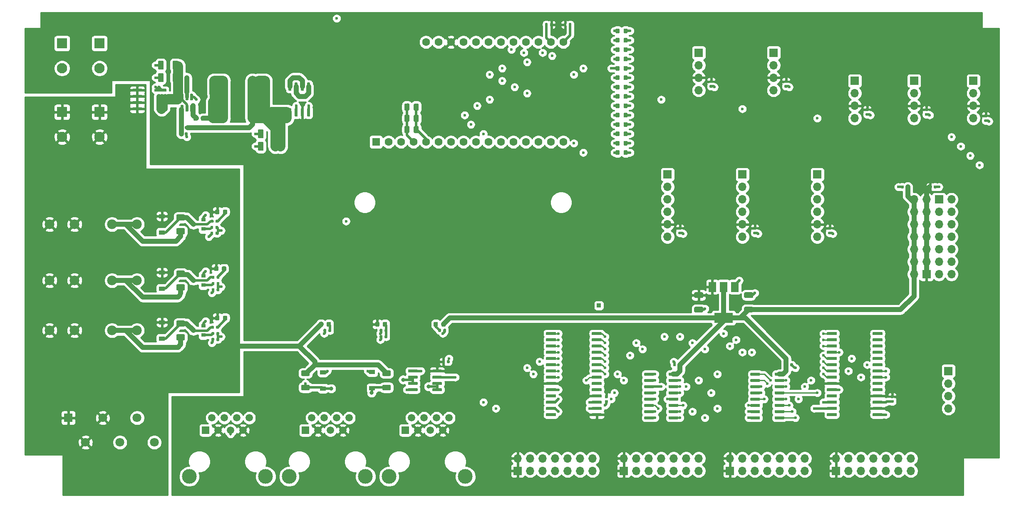
<source format=gbr>
G04 #@! TF.GenerationSoftware,KiCad,Pcbnew,(5.1.5)-3*
G04 #@! TF.CreationDate,2021-06-03T21:37:04-07:00*
G04 #@! TF.ProjectId,GrowController,47726f77-436f-46e7-9472-6f6c6c65722e,rev?*
G04 #@! TF.SameCoordinates,Original*
G04 #@! TF.FileFunction,Copper,L1,Top*
G04 #@! TF.FilePolarity,Positive*
%FSLAX46Y46*%
G04 Gerber Fmt 4.6, Leading zero omitted, Abs format (unit mm)*
G04 Created by KiCad (PCBNEW (5.1.5)-3) date 2021-06-03 21:37:04*
%MOMM*%
%LPD*%
G04 APERTURE LIST*
%ADD10R,0.850000X0.850000*%
%ADD11C,0.100000*%
%ADD12R,1.700000X1.700000*%
%ADD13O,1.700000X1.700000*%
%ADD14C,3.000000*%
%ADD15C,1.500000*%
%ADD16R,1.500000X1.500000*%
%ADD17C,1.980000*%
%ADD18R,2.100000X2.100000*%
%ADD19C,2.100000*%
%ADD20R,2.700000X3.600000*%
%ADD21R,0.900000X0.800000*%
%ADD22R,1.800000X1.800000*%
%ADD23C,1.800000*%
%ADD24R,1.600000X1.600000*%
%ADD25C,1.600000*%
%ADD26R,3.800000X2.000000*%
%ADD27R,1.500000X2.000000*%
%ADD28R,1.200000X0.900000*%
%ADD29C,0.600000*%
%ADD30C,0.800000*%
%ADD31C,0.500000*%
%ADD32C,0.250000*%
%ADD33C,1.000000*%
%ADD34C,2.000000*%
%ADD35C,0.750000*%
%ADD36C,0.254000*%
G04 APERTURE END LIST*
D10*
X167640000Y-110490000D03*
G04 #@! TA.AperFunction,SMDPad,CuDef*
D11*
G36*
X128864504Y-73952204D02*
G01*
X128888773Y-73955804D01*
X128912571Y-73961765D01*
X128935671Y-73970030D01*
X128957849Y-73980520D01*
X128978893Y-73993133D01*
X128998598Y-74007747D01*
X129016777Y-74024223D01*
X129033253Y-74042402D01*
X129047867Y-74062107D01*
X129060480Y-74083151D01*
X129070970Y-74105329D01*
X129079235Y-74128429D01*
X129085196Y-74152227D01*
X129088796Y-74176496D01*
X129090000Y-74201000D01*
X129090000Y-75151000D01*
X129088796Y-75175504D01*
X129085196Y-75199773D01*
X129079235Y-75223571D01*
X129070970Y-75246671D01*
X129060480Y-75268849D01*
X129047867Y-75289893D01*
X129033253Y-75309598D01*
X129016777Y-75327777D01*
X128998598Y-75344253D01*
X128978893Y-75358867D01*
X128957849Y-75371480D01*
X128935671Y-75381970D01*
X128912571Y-75390235D01*
X128888773Y-75396196D01*
X128864504Y-75399796D01*
X128840000Y-75401000D01*
X128340000Y-75401000D01*
X128315496Y-75399796D01*
X128291227Y-75396196D01*
X128267429Y-75390235D01*
X128244329Y-75381970D01*
X128222151Y-75371480D01*
X128201107Y-75358867D01*
X128181402Y-75344253D01*
X128163223Y-75327777D01*
X128146747Y-75309598D01*
X128132133Y-75289893D01*
X128119520Y-75268849D01*
X128109030Y-75246671D01*
X128100765Y-75223571D01*
X128094804Y-75199773D01*
X128091204Y-75175504D01*
X128090000Y-75151000D01*
X128090000Y-74201000D01*
X128091204Y-74176496D01*
X128094804Y-74152227D01*
X128100765Y-74128429D01*
X128109030Y-74105329D01*
X128119520Y-74083151D01*
X128132133Y-74062107D01*
X128146747Y-74042402D01*
X128163223Y-74024223D01*
X128181402Y-74007747D01*
X128201107Y-73993133D01*
X128222151Y-73980520D01*
X128244329Y-73970030D01*
X128267429Y-73961765D01*
X128291227Y-73955804D01*
X128315496Y-73952204D01*
X128340000Y-73951000D01*
X128840000Y-73951000D01*
X128864504Y-73952204D01*
G37*
G04 #@! TD.AperFunction*
G04 #@! TA.AperFunction,SMDPad,CuDef*
G36*
X130764504Y-73952204D02*
G01*
X130788773Y-73955804D01*
X130812571Y-73961765D01*
X130835671Y-73970030D01*
X130857849Y-73980520D01*
X130878893Y-73993133D01*
X130898598Y-74007747D01*
X130916777Y-74024223D01*
X130933253Y-74042402D01*
X130947867Y-74062107D01*
X130960480Y-74083151D01*
X130970970Y-74105329D01*
X130979235Y-74128429D01*
X130985196Y-74152227D01*
X130988796Y-74176496D01*
X130990000Y-74201000D01*
X130990000Y-75151000D01*
X130988796Y-75175504D01*
X130985196Y-75199773D01*
X130979235Y-75223571D01*
X130970970Y-75246671D01*
X130960480Y-75268849D01*
X130947867Y-75289893D01*
X130933253Y-75309598D01*
X130916777Y-75327777D01*
X130898598Y-75344253D01*
X130878893Y-75358867D01*
X130857849Y-75371480D01*
X130835671Y-75381970D01*
X130812571Y-75390235D01*
X130788773Y-75396196D01*
X130764504Y-75399796D01*
X130740000Y-75401000D01*
X130240000Y-75401000D01*
X130215496Y-75399796D01*
X130191227Y-75396196D01*
X130167429Y-75390235D01*
X130144329Y-75381970D01*
X130122151Y-75371480D01*
X130101107Y-75358867D01*
X130081402Y-75344253D01*
X130063223Y-75327777D01*
X130046747Y-75309598D01*
X130032133Y-75289893D01*
X130019520Y-75268849D01*
X130009030Y-75246671D01*
X130000765Y-75223571D01*
X129994804Y-75199773D01*
X129991204Y-75175504D01*
X129990000Y-75151000D01*
X129990000Y-74201000D01*
X129991204Y-74176496D01*
X129994804Y-74152227D01*
X130000765Y-74128429D01*
X130009030Y-74105329D01*
X130019520Y-74083151D01*
X130032133Y-74062107D01*
X130046747Y-74042402D01*
X130063223Y-74024223D01*
X130081402Y-74007747D01*
X130101107Y-73993133D01*
X130122151Y-73980520D01*
X130144329Y-73970030D01*
X130167429Y-73961765D01*
X130191227Y-73955804D01*
X130215496Y-73952204D01*
X130240000Y-73951000D01*
X130740000Y-73951000D01*
X130764504Y-73952204D01*
G37*
G04 #@! TD.AperFunction*
G04 #@! TA.AperFunction,SMDPad,CuDef*
G36*
X128864504Y-71666204D02*
G01*
X128888773Y-71669804D01*
X128912571Y-71675765D01*
X128935671Y-71684030D01*
X128957849Y-71694520D01*
X128978893Y-71707133D01*
X128998598Y-71721747D01*
X129016777Y-71738223D01*
X129033253Y-71756402D01*
X129047867Y-71776107D01*
X129060480Y-71797151D01*
X129070970Y-71819329D01*
X129079235Y-71842429D01*
X129085196Y-71866227D01*
X129088796Y-71890496D01*
X129090000Y-71915000D01*
X129090000Y-72865000D01*
X129088796Y-72889504D01*
X129085196Y-72913773D01*
X129079235Y-72937571D01*
X129070970Y-72960671D01*
X129060480Y-72982849D01*
X129047867Y-73003893D01*
X129033253Y-73023598D01*
X129016777Y-73041777D01*
X128998598Y-73058253D01*
X128978893Y-73072867D01*
X128957849Y-73085480D01*
X128935671Y-73095970D01*
X128912571Y-73104235D01*
X128888773Y-73110196D01*
X128864504Y-73113796D01*
X128840000Y-73115000D01*
X128340000Y-73115000D01*
X128315496Y-73113796D01*
X128291227Y-73110196D01*
X128267429Y-73104235D01*
X128244329Y-73095970D01*
X128222151Y-73085480D01*
X128201107Y-73072867D01*
X128181402Y-73058253D01*
X128163223Y-73041777D01*
X128146747Y-73023598D01*
X128132133Y-73003893D01*
X128119520Y-72982849D01*
X128109030Y-72960671D01*
X128100765Y-72937571D01*
X128094804Y-72913773D01*
X128091204Y-72889504D01*
X128090000Y-72865000D01*
X128090000Y-71915000D01*
X128091204Y-71890496D01*
X128094804Y-71866227D01*
X128100765Y-71842429D01*
X128109030Y-71819329D01*
X128119520Y-71797151D01*
X128132133Y-71776107D01*
X128146747Y-71756402D01*
X128163223Y-71738223D01*
X128181402Y-71721747D01*
X128201107Y-71707133D01*
X128222151Y-71694520D01*
X128244329Y-71684030D01*
X128267429Y-71675765D01*
X128291227Y-71669804D01*
X128315496Y-71666204D01*
X128340000Y-71665000D01*
X128840000Y-71665000D01*
X128864504Y-71666204D01*
G37*
G04 #@! TD.AperFunction*
G04 #@! TA.AperFunction,SMDPad,CuDef*
G36*
X130764504Y-71666204D02*
G01*
X130788773Y-71669804D01*
X130812571Y-71675765D01*
X130835671Y-71684030D01*
X130857849Y-71694520D01*
X130878893Y-71707133D01*
X130898598Y-71721747D01*
X130916777Y-71738223D01*
X130933253Y-71756402D01*
X130947867Y-71776107D01*
X130960480Y-71797151D01*
X130970970Y-71819329D01*
X130979235Y-71842429D01*
X130985196Y-71866227D01*
X130988796Y-71890496D01*
X130990000Y-71915000D01*
X130990000Y-72865000D01*
X130988796Y-72889504D01*
X130985196Y-72913773D01*
X130979235Y-72937571D01*
X130970970Y-72960671D01*
X130960480Y-72982849D01*
X130947867Y-73003893D01*
X130933253Y-73023598D01*
X130916777Y-73041777D01*
X130898598Y-73058253D01*
X130878893Y-73072867D01*
X130857849Y-73085480D01*
X130835671Y-73095970D01*
X130812571Y-73104235D01*
X130788773Y-73110196D01*
X130764504Y-73113796D01*
X130740000Y-73115000D01*
X130240000Y-73115000D01*
X130215496Y-73113796D01*
X130191227Y-73110196D01*
X130167429Y-73104235D01*
X130144329Y-73095970D01*
X130122151Y-73085480D01*
X130101107Y-73072867D01*
X130081402Y-73058253D01*
X130063223Y-73041777D01*
X130046747Y-73023598D01*
X130032133Y-73003893D01*
X130019520Y-72982849D01*
X130009030Y-72960671D01*
X130000765Y-72937571D01*
X129994804Y-72913773D01*
X129991204Y-72889504D01*
X129990000Y-72865000D01*
X129990000Y-71915000D01*
X129991204Y-71890496D01*
X129994804Y-71866227D01*
X130000765Y-71842429D01*
X130009030Y-71819329D01*
X130019520Y-71797151D01*
X130032133Y-71776107D01*
X130046747Y-71756402D01*
X130063223Y-71738223D01*
X130081402Y-71721747D01*
X130101107Y-71707133D01*
X130122151Y-71694520D01*
X130144329Y-71684030D01*
X130167429Y-71675765D01*
X130191227Y-71669804D01*
X130215496Y-71666204D01*
X130240000Y-71665000D01*
X130740000Y-71665000D01*
X130764504Y-71666204D01*
G37*
G04 #@! TD.AperFunction*
G04 #@! TA.AperFunction,SMDPad,CuDef*
G36*
X130764504Y-69380204D02*
G01*
X130788773Y-69383804D01*
X130812571Y-69389765D01*
X130835671Y-69398030D01*
X130857849Y-69408520D01*
X130878893Y-69421133D01*
X130898598Y-69435747D01*
X130916777Y-69452223D01*
X130933253Y-69470402D01*
X130947867Y-69490107D01*
X130960480Y-69511151D01*
X130970970Y-69533329D01*
X130979235Y-69556429D01*
X130985196Y-69580227D01*
X130988796Y-69604496D01*
X130990000Y-69629000D01*
X130990000Y-70579000D01*
X130988796Y-70603504D01*
X130985196Y-70627773D01*
X130979235Y-70651571D01*
X130970970Y-70674671D01*
X130960480Y-70696849D01*
X130947867Y-70717893D01*
X130933253Y-70737598D01*
X130916777Y-70755777D01*
X130898598Y-70772253D01*
X130878893Y-70786867D01*
X130857849Y-70799480D01*
X130835671Y-70809970D01*
X130812571Y-70818235D01*
X130788773Y-70824196D01*
X130764504Y-70827796D01*
X130740000Y-70829000D01*
X130240000Y-70829000D01*
X130215496Y-70827796D01*
X130191227Y-70824196D01*
X130167429Y-70818235D01*
X130144329Y-70809970D01*
X130122151Y-70799480D01*
X130101107Y-70786867D01*
X130081402Y-70772253D01*
X130063223Y-70755777D01*
X130046747Y-70737598D01*
X130032133Y-70717893D01*
X130019520Y-70696849D01*
X130009030Y-70674671D01*
X130000765Y-70651571D01*
X129994804Y-70627773D01*
X129991204Y-70603504D01*
X129990000Y-70579000D01*
X129990000Y-69629000D01*
X129991204Y-69604496D01*
X129994804Y-69580227D01*
X130000765Y-69556429D01*
X130009030Y-69533329D01*
X130019520Y-69511151D01*
X130032133Y-69490107D01*
X130046747Y-69470402D01*
X130063223Y-69452223D01*
X130081402Y-69435747D01*
X130101107Y-69421133D01*
X130122151Y-69408520D01*
X130144329Y-69398030D01*
X130167429Y-69389765D01*
X130191227Y-69383804D01*
X130215496Y-69380204D01*
X130240000Y-69379000D01*
X130740000Y-69379000D01*
X130764504Y-69380204D01*
G37*
G04 #@! TD.AperFunction*
G04 #@! TA.AperFunction,SMDPad,CuDef*
G36*
X128864504Y-69380204D02*
G01*
X128888773Y-69383804D01*
X128912571Y-69389765D01*
X128935671Y-69398030D01*
X128957849Y-69408520D01*
X128978893Y-69421133D01*
X128998598Y-69435747D01*
X129016777Y-69452223D01*
X129033253Y-69470402D01*
X129047867Y-69490107D01*
X129060480Y-69511151D01*
X129070970Y-69533329D01*
X129079235Y-69556429D01*
X129085196Y-69580227D01*
X129088796Y-69604496D01*
X129090000Y-69629000D01*
X129090000Y-70579000D01*
X129088796Y-70603504D01*
X129085196Y-70627773D01*
X129079235Y-70651571D01*
X129070970Y-70674671D01*
X129060480Y-70696849D01*
X129047867Y-70717893D01*
X129033253Y-70737598D01*
X129016777Y-70755777D01*
X128998598Y-70772253D01*
X128978893Y-70786867D01*
X128957849Y-70799480D01*
X128935671Y-70809970D01*
X128912571Y-70818235D01*
X128888773Y-70824196D01*
X128864504Y-70827796D01*
X128840000Y-70829000D01*
X128340000Y-70829000D01*
X128315496Y-70827796D01*
X128291227Y-70824196D01*
X128267429Y-70818235D01*
X128244329Y-70809970D01*
X128222151Y-70799480D01*
X128201107Y-70786867D01*
X128181402Y-70772253D01*
X128163223Y-70755777D01*
X128146747Y-70737598D01*
X128132133Y-70717893D01*
X128119520Y-70696849D01*
X128109030Y-70674671D01*
X128100765Y-70651571D01*
X128094804Y-70627773D01*
X128091204Y-70603504D01*
X128090000Y-70579000D01*
X128090000Y-69629000D01*
X128091204Y-69604496D01*
X128094804Y-69580227D01*
X128100765Y-69556429D01*
X128109030Y-69533329D01*
X128119520Y-69511151D01*
X128132133Y-69490107D01*
X128146747Y-69470402D01*
X128163223Y-69452223D01*
X128181402Y-69435747D01*
X128201107Y-69421133D01*
X128222151Y-69408520D01*
X128244329Y-69398030D01*
X128267429Y-69389765D01*
X128291227Y-69383804D01*
X128315496Y-69380204D01*
X128340000Y-69379000D01*
X128840000Y-69379000D01*
X128864504Y-69380204D01*
G37*
G04 #@! TD.AperFunction*
G04 #@! TA.AperFunction,SMDPad,CuDef*
G36*
X78884505Y-63236204D02*
G01*
X78908773Y-63239804D01*
X78932572Y-63245765D01*
X78955671Y-63254030D01*
X78977850Y-63264520D01*
X78998893Y-63277132D01*
X79018599Y-63291747D01*
X79036777Y-63308223D01*
X79053253Y-63326401D01*
X79067868Y-63346107D01*
X79080480Y-63367150D01*
X79090970Y-63389329D01*
X79099235Y-63412428D01*
X79105196Y-63436227D01*
X79108796Y-63460495D01*
X79110000Y-63484999D01*
X79110000Y-64785001D01*
X79108796Y-64809505D01*
X79105196Y-64833773D01*
X79099235Y-64857572D01*
X79090970Y-64880671D01*
X79080480Y-64902850D01*
X79067868Y-64923893D01*
X79053253Y-64943599D01*
X79036777Y-64961777D01*
X79018599Y-64978253D01*
X78998893Y-64992868D01*
X78977850Y-65005480D01*
X78955671Y-65015970D01*
X78932572Y-65024235D01*
X78908773Y-65030196D01*
X78884505Y-65033796D01*
X78860001Y-65035000D01*
X78209999Y-65035000D01*
X78185495Y-65033796D01*
X78161227Y-65030196D01*
X78137428Y-65024235D01*
X78114329Y-65015970D01*
X78092150Y-65005480D01*
X78071107Y-64992868D01*
X78051401Y-64978253D01*
X78033223Y-64961777D01*
X78016747Y-64943599D01*
X78002132Y-64923893D01*
X77989520Y-64902850D01*
X77979030Y-64880671D01*
X77970765Y-64857572D01*
X77964804Y-64833773D01*
X77961204Y-64809505D01*
X77960000Y-64785001D01*
X77960000Y-63484999D01*
X77961204Y-63460495D01*
X77964804Y-63436227D01*
X77970765Y-63412428D01*
X77979030Y-63389329D01*
X77989520Y-63367150D01*
X78002132Y-63346107D01*
X78016747Y-63326401D01*
X78033223Y-63308223D01*
X78051401Y-63291747D01*
X78071107Y-63277132D01*
X78092150Y-63264520D01*
X78114329Y-63254030D01*
X78137428Y-63245765D01*
X78161227Y-63239804D01*
X78185495Y-63236204D01*
X78209999Y-63235000D01*
X78860001Y-63235000D01*
X78884505Y-63236204D01*
G37*
G04 #@! TD.AperFunction*
G04 #@! TA.AperFunction,SMDPad,CuDef*
G36*
X81834505Y-63236204D02*
G01*
X81858773Y-63239804D01*
X81882572Y-63245765D01*
X81905671Y-63254030D01*
X81927850Y-63264520D01*
X81948893Y-63277132D01*
X81968599Y-63291747D01*
X81986777Y-63308223D01*
X82003253Y-63326401D01*
X82017868Y-63346107D01*
X82030480Y-63367150D01*
X82040970Y-63389329D01*
X82049235Y-63412428D01*
X82055196Y-63436227D01*
X82058796Y-63460495D01*
X82060000Y-63484999D01*
X82060000Y-64785001D01*
X82058796Y-64809505D01*
X82055196Y-64833773D01*
X82049235Y-64857572D01*
X82040970Y-64880671D01*
X82030480Y-64902850D01*
X82017868Y-64923893D01*
X82003253Y-64943599D01*
X81986777Y-64961777D01*
X81968599Y-64978253D01*
X81948893Y-64992868D01*
X81927850Y-65005480D01*
X81905671Y-65015970D01*
X81882572Y-65024235D01*
X81858773Y-65030196D01*
X81834505Y-65033796D01*
X81810001Y-65035000D01*
X81159999Y-65035000D01*
X81135495Y-65033796D01*
X81111227Y-65030196D01*
X81087428Y-65024235D01*
X81064329Y-65015970D01*
X81042150Y-65005480D01*
X81021107Y-64992868D01*
X81001401Y-64978253D01*
X80983223Y-64961777D01*
X80966747Y-64943599D01*
X80952132Y-64923893D01*
X80939520Y-64902850D01*
X80929030Y-64880671D01*
X80920765Y-64857572D01*
X80914804Y-64833773D01*
X80911204Y-64809505D01*
X80910000Y-64785001D01*
X80910000Y-63484999D01*
X80911204Y-63460495D01*
X80914804Y-63436227D01*
X80920765Y-63412428D01*
X80929030Y-63389329D01*
X80939520Y-63367150D01*
X80952132Y-63346107D01*
X80966747Y-63326401D01*
X80983223Y-63308223D01*
X81001401Y-63291747D01*
X81021107Y-63277132D01*
X81042150Y-63264520D01*
X81064329Y-63254030D01*
X81087428Y-63245765D01*
X81111227Y-63239804D01*
X81135495Y-63236204D01*
X81159999Y-63235000D01*
X81810001Y-63235000D01*
X81834505Y-63236204D01*
G37*
G04 #@! TD.AperFunction*
G04 #@! TA.AperFunction,SMDPad,CuDef*
G36*
X227513722Y-129740674D02*
G01*
X227527313Y-129742690D01*
X227540640Y-129746028D01*
X227553576Y-129750657D01*
X227565996Y-129756531D01*
X227577780Y-129763594D01*
X227588815Y-129771779D01*
X227598995Y-129781005D01*
X227608221Y-129791185D01*
X227616406Y-129802220D01*
X227623469Y-129814004D01*
X227629343Y-129826424D01*
X227633972Y-129839360D01*
X227637310Y-129852687D01*
X227639326Y-129866278D01*
X227640000Y-129880000D01*
X227640000Y-130160000D01*
X227639326Y-130173722D01*
X227637310Y-130187313D01*
X227633972Y-130200640D01*
X227629343Y-130213576D01*
X227623469Y-130225996D01*
X227616406Y-130237780D01*
X227608221Y-130248815D01*
X227598995Y-130258995D01*
X227588815Y-130268221D01*
X227577780Y-130276406D01*
X227565996Y-130283469D01*
X227553576Y-130289343D01*
X227540640Y-130293972D01*
X227527313Y-130297310D01*
X227513722Y-130299326D01*
X227500000Y-130300000D01*
X227160000Y-130300000D01*
X227146278Y-130299326D01*
X227132687Y-130297310D01*
X227119360Y-130293972D01*
X227106424Y-130289343D01*
X227094004Y-130283469D01*
X227082220Y-130276406D01*
X227071185Y-130268221D01*
X227061005Y-130258995D01*
X227051779Y-130248815D01*
X227043594Y-130237780D01*
X227036531Y-130225996D01*
X227030657Y-130213576D01*
X227026028Y-130200640D01*
X227022690Y-130187313D01*
X227020674Y-130173722D01*
X227020000Y-130160000D01*
X227020000Y-129880000D01*
X227020674Y-129866278D01*
X227022690Y-129852687D01*
X227026028Y-129839360D01*
X227030657Y-129826424D01*
X227036531Y-129814004D01*
X227043594Y-129802220D01*
X227051779Y-129791185D01*
X227061005Y-129781005D01*
X227071185Y-129771779D01*
X227082220Y-129763594D01*
X227094004Y-129756531D01*
X227106424Y-129750657D01*
X227119360Y-129746028D01*
X227132687Y-129742690D01*
X227146278Y-129740674D01*
X227160000Y-129740000D01*
X227500000Y-129740000D01*
X227513722Y-129740674D01*
G37*
G04 #@! TD.AperFunction*
G04 #@! TA.AperFunction,SMDPad,CuDef*
G36*
X227513722Y-128780674D02*
G01*
X227527313Y-128782690D01*
X227540640Y-128786028D01*
X227553576Y-128790657D01*
X227565996Y-128796531D01*
X227577780Y-128803594D01*
X227588815Y-128811779D01*
X227598995Y-128821005D01*
X227608221Y-128831185D01*
X227616406Y-128842220D01*
X227623469Y-128854004D01*
X227629343Y-128866424D01*
X227633972Y-128879360D01*
X227637310Y-128892687D01*
X227639326Y-128906278D01*
X227640000Y-128920000D01*
X227640000Y-129200000D01*
X227639326Y-129213722D01*
X227637310Y-129227313D01*
X227633972Y-129240640D01*
X227629343Y-129253576D01*
X227623469Y-129265996D01*
X227616406Y-129277780D01*
X227608221Y-129288815D01*
X227598995Y-129298995D01*
X227588815Y-129308221D01*
X227577780Y-129316406D01*
X227565996Y-129323469D01*
X227553576Y-129329343D01*
X227540640Y-129333972D01*
X227527313Y-129337310D01*
X227513722Y-129339326D01*
X227500000Y-129340000D01*
X227160000Y-129340000D01*
X227146278Y-129339326D01*
X227132687Y-129337310D01*
X227119360Y-129333972D01*
X227106424Y-129329343D01*
X227094004Y-129323469D01*
X227082220Y-129316406D01*
X227071185Y-129308221D01*
X227061005Y-129298995D01*
X227051779Y-129288815D01*
X227043594Y-129277780D01*
X227036531Y-129265996D01*
X227030657Y-129253576D01*
X227026028Y-129240640D01*
X227022690Y-129227313D01*
X227020674Y-129213722D01*
X227020000Y-129200000D01*
X227020000Y-128920000D01*
X227020674Y-128906278D01*
X227022690Y-128892687D01*
X227026028Y-128879360D01*
X227030657Y-128866424D01*
X227036531Y-128854004D01*
X227043594Y-128842220D01*
X227051779Y-128831185D01*
X227061005Y-128821005D01*
X227071185Y-128811779D01*
X227082220Y-128803594D01*
X227094004Y-128796531D01*
X227106424Y-128790657D01*
X227119360Y-128786028D01*
X227132687Y-128782690D01*
X227146278Y-128780674D01*
X227160000Y-128780000D01*
X227500000Y-128780000D01*
X227513722Y-128780674D01*
G37*
G04 #@! TD.AperFunction*
G04 #@! TA.AperFunction,SMDPad,CuDef*
G36*
X169352258Y-129742196D02*
G01*
X169365849Y-129744212D01*
X169379176Y-129747550D01*
X169392112Y-129752179D01*
X169404532Y-129758053D01*
X169416316Y-129765116D01*
X169427351Y-129773301D01*
X169437531Y-129782527D01*
X169446757Y-129792707D01*
X169454942Y-129803742D01*
X169462005Y-129815526D01*
X169467879Y-129827946D01*
X169472508Y-129840882D01*
X169475846Y-129854209D01*
X169477862Y-129867800D01*
X169478536Y-129881522D01*
X169478536Y-130161522D01*
X169477862Y-130175244D01*
X169475846Y-130188835D01*
X169472508Y-130202162D01*
X169467879Y-130215098D01*
X169462005Y-130227518D01*
X169454942Y-130239302D01*
X169446757Y-130250337D01*
X169437531Y-130260517D01*
X169427351Y-130269743D01*
X169416316Y-130277928D01*
X169404532Y-130284991D01*
X169392112Y-130290865D01*
X169379176Y-130295494D01*
X169365849Y-130298832D01*
X169352258Y-130300848D01*
X169338536Y-130301522D01*
X168998536Y-130301522D01*
X168984814Y-130300848D01*
X168971223Y-130298832D01*
X168957896Y-130295494D01*
X168944960Y-130290865D01*
X168932540Y-130284991D01*
X168920756Y-130277928D01*
X168909721Y-130269743D01*
X168899541Y-130260517D01*
X168890315Y-130250337D01*
X168882130Y-130239302D01*
X168875067Y-130227518D01*
X168869193Y-130215098D01*
X168864564Y-130202162D01*
X168861226Y-130188835D01*
X168859210Y-130175244D01*
X168858536Y-130161522D01*
X168858536Y-129881522D01*
X168859210Y-129867800D01*
X168861226Y-129854209D01*
X168864564Y-129840882D01*
X168869193Y-129827946D01*
X168875067Y-129815526D01*
X168882130Y-129803742D01*
X168890315Y-129792707D01*
X168899541Y-129782527D01*
X168909721Y-129773301D01*
X168920756Y-129765116D01*
X168932540Y-129758053D01*
X168944960Y-129752179D01*
X168957896Y-129747550D01*
X168971223Y-129744212D01*
X168984814Y-129742196D01*
X168998536Y-129741522D01*
X169338536Y-129741522D01*
X169352258Y-129742196D01*
G37*
G04 #@! TD.AperFunction*
G04 #@! TA.AperFunction,SMDPad,CuDef*
G36*
X169352258Y-128782196D02*
G01*
X169365849Y-128784212D01*
X169379176Y-128787550D01*
X169392112Y-128792179D01*
X169404532Y-128798053D01*
X169416316Y-128805116D01*
X169427351Y-128813301D01*
X169437531Y-128822527D01*
X169446757Y-128832707D01*
X169454942Y-128843742D01*
X169462005Y-128855526D01*
X169467879Y-128867946D01*
X169472508Y-128880882D01*
X169475846Y-128894209D01*
X169477862Y-128907800D01*
X169478536Y-128921522D01*
X169478536Y-129201522D01*
X169477862Y-129215244D01*
X169475846Y-129228835D01*
X169472508Y-129242162D01*
X169467879Y-129255098D01*
X169462005Y-129267518D01*
X169454942Y-129279302D01*
X169446757Y-129290337D01*
X169437531Y-129300517D01*
X169427351Y-129309743D01*
X169416316Y-129317928D01*
X169404532Y-129324991D01*
X169392112Y-129330865D01*
X169379176Y-129335494D01*
X169365849Y-129338832D01*
X169352258Y-129340848D01*
X169338536Y-129341522D01*
X168998536Y-129341522D01*
X168984814Y-129340848D01*
X168971223Y-129338832D01*
X168957896Y-129335494D01*
X168944960Y-129330865D01*
X168932540Y-129324991D01*
X168920756Y-129317928D01*
X168909721Y-129309743D01*
X168899541Y-129300517D01*
X168890315Y-129290337D01*
X168882130Y-129279302D01*
X168875067Y-129267518D01*
X168869193Y-129255098D01*
X168864564Y-129242162D01*
X168861226Y-129228835D01*
X168859210Y-129215244D01*
X168858536Y-129201522D01*
X168858536Y-128921522D01*
X168859210Y-128907800D01*
X168861226Y-128894209D01*
X168864564Y-128880882D01*
X168869193Y-128867946D01*
X168875067Y-128855526D01*
X168882130Y-128843742D01*
X168890315Y-128832707D01*
X168899541Y-128822527D01*
X168909721Y-128813301D01*
X168920756Y-128805116D01*
X168932540Y-128798053D01*
X168944960Y-128792179D01*
X168957896Y-128787550D01*
X168971223Y-128784212D01*
X168984814Y-128782196D01*
X168998536Y-128781522D01*
X169338536Y-128781522D01*
X169352258Y-128782196D01*
G37*
G04 #@! TD.AperFunction*
G04 #@! TA.AperFunction,SMDPad,CuDef*
G36*
X207008722Y-122245674D02*
G01*
X207022313Y-122247690D01*
X207035640Y-122251028D01*
X207048576Y-122255657D01*
X207060996Y-122261531D01*
X207072780Y-122268594D01*
X207083815Y-122276779D01*
X207093995Y-122286005D01*
X207103221Y-122296185D01*
X207111406Y-122307220D01*
X207118469Y-122319004D01*
X207124343Y-122331424D01*
X207128972Y-122344360D01*
X207132310Y-122357687D01*
X207134326Y-122371278D01*
X207135000Y-122385000D01*
X207135000Y-122725000D01*
X207134326Y-122738722D01*
X207132310Y-122752313D01*
X207128972Y-122765640D01*
X207124343Y-122778576D01*
X207118469Y-122790996D01*
X207111406Y-122802780D01*
X207103221Y-122813815D01*
X207093995Y-122823995D01*
X207083815Y-122833221D01*
X207072780Y-122841406D01*
X207060996Y-122848469D01*
X207048576Y-122854343D01*
X207035640Y-122858972D01*
X207022313Y-122862310D01*
X207008722Y-122864326D01*
X206995000Y-122865000D01*
X206715000Y-122865000D01*
X206701278Y-122864326D01*
X206687687Y-122862310D01*
X206674360Y-122858972D01*
X206661424Y-122854343D01*
X206649004Y-122848469D01*
X206637220Y-122841406D01*
X206626185Y-122833221D01*
X206616005Y-122823995D01*
X206606779Y-122813815D01*
X206598594Y-122802780D01*
X206591531Y-122790996D01*
X206585657Y-122778576D01*
X206581028Y-122765640D01*
X206577690Y-122752313D01*
X206575674Y-122738722D01*
X206575000Y-122725000D01*
X206575000Y-122385000D01*
X206575674Y-122371278D01*
X206577690Y-122357687D01*
X206581028Y-122344360D01*
X206585657Y-122331424D01*
X206591531Y-122319004D01*
X206598594Y-122307220D01*
X206606779Y-122296185D01*
X206616005Y-122286005D01*
X206626185Y-122276779D01*
X206637220Y-122268594D01*
X206649004Y-122261531D01*
X206661424Y-122255657D01*
X206674360Y-122251028D01*
X206687687Y-122247690D01*
X206701278Y-122245674D01*
X206715000Y-122245000D01*
X206995000Y-122245000D01*
X207008722Y-122245674D01*
G37*
G04 #@! TD.AperFunction*
G04 #@! TA.AperFunction,SMDPad,CuDef*
G36*
X206048722Y-122245674D02*
G01*
X206062313Y-122247690D01*
X206075640Y-122251028D01*
X206088576Y-122255657D01*
X206100996Y-122261531D01*
X206112780Y-122268594D01*
X206123815Y-122276779D01*
X206133995Y-122286005D01*
X206143221Y-122296185D01*
X206151406Y-122307220D01*
X206158469Y-122319004D01*
X206164343Y-122331424D01*
X206168972Y-122344360D01*
X206172310Y-122357687D01*
X206174326Y-122371278D01*
X206175000Y-122385000D01*
X206175000Y-122725000D01*
X206174326Y-122738722D01*
X206172310Y-122752313D01*
X206168972Y-122765640D01*
X206164343Y-122778576D01*
X206158469Y-122790996D01*
X206151406Y-122802780D01*
X206143221Y-122813815D01*
X206133995Y-122823995D01*
X206123815Y-122833221D01*
X206112780Y-122841406D01*
X206100996Y-122848469D01*
X206088576Y-122854343D01*
X206075640Y-122858972D01*
X206062313Y-122862310D01*
X206048722Y-122864326D01*
X206035000Y-122865000D01*
X205755000Y-122865000D01*
X205741278Y-122864326D01*
X205727687Y-122862310D01*
X205714360Y-122858972D01*
X205701424Y-122854343D01*
X205689004Y-122848469D01*
X205677220Y-122841406D01*
X205666185Y-122833221D01*
X205656005Y-122823995D01*
X205646779Y-122813815D01*
X205638594Y-122802780D01*
X205631531Y-122790996D01*
X205625657Y-122778576D01*
X205621028Y-122765640D01*
X205617690Y-122752313D01*
X205615674Y-122738722D01*
X205615000Y-122725000D01*
X205615000Y-122385000D01*
X205615674Y-122371278D01*
X205617690Y-122357687D01*
X205621028Y-122344360D01*
X205625657Y-122331424D01*
X205631531Y-122319004D01*
X205638594Y-122307220D01*
X205646779Y-122296185D01*
X205656005Y-122286005D01*
X205666185Y-122276779D01*
X205677220Y-122268594D01*
X205689004Y-122261531D01*
X205701424Y-122255657D01*
X205714360Y-122251028D01*
X205727687Y-122247690D01*
X205741278Y-122245674D01*
X205755000Y-122245000D01*
X206035000Y-122245000D01*
X206048722Y-122245674D01*
G37*
G04 #@! TD.AperFunction*
G04 #@! TA.AperFunction,SMDPad,CuDef*
G36*
X184148722Y-122245674D02*
G01*
X184162313Y-122247690D01*
X184175640Y-122251028D01*
X184188576Y-122255657D01*
X184200996Y-122261531D01*
X184212780Y-122268594D01*
X184223815Y-122276779D01*
X184233995Y-122286005D01*
X184243221Y-122296185D01*
X184251406Y-122307220D01*
X184258469Y-122319004D01*
X184264343Y-122331424D01*
X184268972Y-122344360D01*
X184272310Y-122357687D01*
X184274326Y-122371278D01*
X184275000Y-122385000D01*
X184275000Y-122725000D01*
X184274326Y-122738722D01*
X184272310Y-122752313D01*
X184268972Y-122765640D01*
X184264343Y-122778576D01*
X184258469Y-122790996D01*
X184251406Y-122802780D01*
X184243221Y-122813815D01*
X184233995Y-122823995D01*
X184223815Y-122833221D01*
X184212780Y-122841406D01*
X184200996Y-122848469D01*
X184188576Y-122854343D01*
X184175640Y-122858972D01*
X184162313Y-122862310D01*
X184148722Y-122864326D01*
X184135000Y-122865000D01*
X183855000Y-122865000D01*
X183841278Y-122864326D01*
X183827687Y-122862310D01*
X183814360Y-122858972D01*
X183801424Y-122854343D01*
X183789004Y-122848469D01*
X183777220Y-122841406D01*
X183766185Y-122833221D01*
X183756005Y-122823995D01*
X183746779Y-122813815D01*
X183738594Y-122802780D01*
X183731531Y-122790996D01*
X183725657Y-122778576D01*
X183721028Y-122765640D01*
X183717690Y-122752313D01*
X183715674Y-122738722D01*
X183715000Y-122725000D01*
X183715000Y-122385000D01*
X183715674Y-122371278D01*
X183717690Y-122357687D01*
X183721028Y-122344360D01*
X183725657Y-122331424D01*
X183731531Y-122319004D01*
X183738594Y-122307220D01*
X183746779Y-122296185D01*
X183756005Y-122286005D01*
X183766185Y-122276779D01*
X183777220Y-122268594D01*
X183789004Y-122261531D01*
X183801424Y-122255657D01*
X183814360Y-122251028D01*
X183827687Y-122247690D01*
X183841278Y-122245674D01*
X183855000Y-122245000D01*
X184135000Y-122245000D01*
X184148722Y-122245674D01*
G37*
G04 #@! TD.AperFunction*
G04 #@! TA.AperFunction,SMDPad,CuDef*
G36*
X183188722Y-122245674D02*
G01*
X183202313Y-122247690D01*
X183215640Y-122251028D01*
X183228576Y-122255657D01*
X183240996Y-122261531D01*
X183252780Y-122268594D01*
X183263815Y-122276779D01*
X183273995Y-122286005D01*
X183283221Y-122296185D01*
X183291406Y-122307220D01*
X183298469Y-122319004D01*
X183304343Y-122331424D01*
X183308972Y-122344360D01*
X183312310Y-122357687D01*
X183314326Y-122371278D01*
X183315000Y-122385000D01*
X183315000Y-122725000D01*
X183314326Y-122738722D01*
X183312310Y-122752313D01*
X183308972Y-122765640D01*
X183304343Y-122778576D01*
X183298469Y-122790996D01*
X183291406Y-122802780D01*
X183283221Y-122813815D01*
X183273995Y-122823995D01*
X183263815Y-122833221D01*
X183252780Y-122841406D01*
X183240996Y-122848469D01*
X183228576Y-122854343D01*
X183215640Y-122858972D01*
X183202313Y-122862310D01*
X183188722Y-122864326D01*
X183175000Y-122865000D01*
X182895000Y-122865000D01*
X182881278Y-122864326D01*
X182867687Y-122862310D01*
X182854360Y-122858972D01*
X182841424Y-122854343D01*
X182829004Y-122848469D01*
X182817220Y-122841406D01*
X182806185Y-122833221D01*
X182796005Y-122823995D01*
X182786779Y-122813815D01*
X182778594Y-122802780D01*
X182771531Y-122790996D01*
X182765657Y-122778576D01*
X182761028Y-122765640D01*
X182757690Y-122752313D01*
X182755674Y-122738722D01*
X182755000Y-122725000D01*
X182755000Y-122385000D01*
X182755674Y-122371278D01*
X182757690Y-122357687D01*
X182761028Y-122344360D01*
X182765657Y-122331424D01*
X182771531Y-122319004D01*
X182778594Y-122307220D01*
X182786779Y-122296185D01*
X182796005Y-122286005D01*
X182806185Y-122276779D01*
X182817220Y-122268594D01*
X182829004Y-122261531D01*
X182841424Y-122255657D01*
X182854360Y-122251028D01*
X182867687Y-122247690D01*
X182881278Y-122245674D01*
X182895000Y-122245000D01*
X183175000Y-122245000D01*
X183188722Y-122245674D01*
G37*
G04 #@! TD.AperFunction*
G04 #@! TA.AperFunction,SMDPad,CuDef*
G36*
X136198722Y-121610674D02*
G01*
X136212313Y-121612690D01*
X136225640Y-121616028D01*
X136238576Y-121620657D01*
X136250996Y-121626531D01*
X136262780Y-121633594D01*
X136273815Y-121641779D01*
X136283995Y-121651005D01*
X136293221Y-121661185D01*
X136301406Y-121672220D01*
X136308469Y-121684004D01*
X136314343Y-121696424D01*
X136318972Y-121709360D01*
X136322310Y-121722687D01*
X136324326Y-121736278D01*
X136325000Y-121750000D01*
X136325000Y-122090000D01*
X136324326Y-122103722D01*
X136322310Y-122117313D01*
X136318972Y-122130640D01*
X136314343Y-122143576D01*
X136308469Y-122155996D01*
X136301406Y-122167780D01*
X136293221Y-122178815D01*
X136283995Y-122188995D01*
X136273815Y-122198221D01*
X136262780Y-122206406D01*
X136250996Y-122213469D01*
X136238576Y-122219343D01*
X136225640Y-122223972D01*
X136212313Y-122227310D01*
X136198722Y-122229326D01*
X136185000Y-122230000D01*
X135905000Y-122230000D01*
X135891278Y-122229326D01*
X135877687Y-122227310D01*
X135864360Y-122223972D01*
X135851424Y-122219343D01*
X135839004Y-122213469D01*
X135827220Y-122206406D01*
X135816185Y-122198221D01*
X135806005Y-122188995D01*
X135796779Y-122178815D01*
X135788594Y-122167780D01*
X135781531Y-122155996D01*
X135775657Y-122143576D01*
X135771028Y-122130640D01*
X135767690Y-122117313D01*
X135765674Y-122103722D01*
X135765000Y-122090000D01*
X135765000Y-121750000D01*
X135765674Y-121736278D01*
X135767690Y-121722687D01*
X135771028Y-121709360D01*
X135775657Y-121696424D01*
X135781531Y-121684004D01*
X135788594Y-121672220D01*
X135796779Y-121661185D01*
X135806005Y-121651005D01*
X135816185Y-121641779D01*
X135827220Y-121633594D01*
X135839004Y-121626531D01*
X135851424Y-121620657D01*
X135864360Y-121616028D01*
X135877687Y-121612690D01*
X135891278Y-121610674D01*
X135905000Y-121610000D01*
X136185000Y-121610000D01*
X136198722Y-121610674D01*
G37*
G04 #@! TD.AperFunction*
G04 #@! TA.AperFunction,SMDPad,CuDef*
G36*
X137158722Y-121610674D02*
G01*
X137172313Y-121612690D01*
X137185640Y-121616028D01*
X137198576Y-121620657D01*
X137210996Y-121626531D01*
X137222780Y-121633594D01*
X137233815Y-121641779D01*
X137243995Y-121651005D01*
X137253221Y-121661185D01*
X137261406Y-121672220D01*
X137268469Y-121684004D01*
X137274343Y-121696424D01*
X137278972Y-121709360D01*
X137282310Y-121722687D01*
X137284326Y-121736278D01*
X137285000Y-121750000D01*
X137285000Y-122090000D01*
X137284326Y-122103722D01*
X137282310Y-122117313D01*
X137278972Y-122130640D01*
X137274343Y-122143576D01*
X137268469Y-122155996D01*
X137261406Y-122167780D01*
X137253221Y-122178815D01*
X137243995Y-122188995D01*
X137233815Y-122198221D01*
X137222780Y-122206406D01*
X137210996Y-122213469D01*
X137198576Y-122219343D01*
X137185640Y-122223972D01*
X137172313Y-122227310D01*
X137158722Y-122229326D01*
X137145000Y-122230000D01*
X136865000Y-122230000D01*
X136851278Y-122229326D01*
X136837687Y-122227310D01*
X136824360Y-122223972D01*
X136811424Y-122219343D01*
X136799004Y-122213469D01*
X136787220Y-122206406D01*
X136776185Y-122198221D01*
X136766005Y-122188995D01*
X136756779Y-122178815D01*
X136748594Y-122167780D01*
X136741531Y-122155996D01*
X136735657Y-122143576D01*
X136731028Y-122130640D01*
X136727690Y-122117313D01*
X136725674Y-122103722D01*
X136725000Y-122090000D01*
X136725000Y-121750000D01*
X136725674Y-121736278D01*
X136727690Y-121722687D01*
X136731028Y-121709360D01*
X136735657Y-121696424D01*
X136741531Y-121684004D01*
X136748594Y-121672220D01*
X136756779Y-121661185D01*
X136766005Y-121651005D01*
X136776185Y-121641779D01*
X136787220Y-121633594D01*
X136799004Y-121626531D01*
X136811424Y-121620657D01*
X136824360Y-121616028D01*
X136837687Y-121612690D01*
X136851278Y-121610674D01*
X136865000Y-121610000D01*
X137145000Y-121610000D01*
X137158722Y-121610674D01*
G37*
G04 #@! TD.AperFunction*
G04 #@! TA.AperFunction,SMDPad,CuDef*
G36*
X235258722Y-86050674D02*
G01*
X235272313Y-86052690D01*
X235285640Y-86056028D01*
X235298576Y-86060657D01*
X235310996Y-86066531D01*
X235322780Y-86073594D01*
X235333815Y-86081779D01*
X235343995Y-86091005D01*
X235353221Y-86101185D01*
X235361406Y-86112220D01*
X235368469Y-86124004D01*
X235374343Y-86136424D01*
X235378972Y-86149360D01*
X235382310Y-86162687D01*
X235384326Y-86176278D01*
X235385000Y-86190000D01*
X235385000Y-86530000D01*
X235384326Y-86543722D01*
X235382310Y-86557313D01*
X235378972Y-86570640D01*
X235374343Y-86583576D01*
X235368469Y-86595996D01*
X235361406Y-86607780D01*
X235353221Y-86618815D01*
X235343995Y-86628995D01*
X235333815Y-86638221D01*
X235322780Y-86646406D01*
X235310996Y-86653469D01*
X235298576Y-86659343D01*
X235285640Y-86663972D01*
X235272313Y-86667310D01*
X235258722Y-86669326D01*
X235245000Y-86670000D01*
X234965000Y-86670000D01*
X234951278Y-86669326D01*
X234937687Y-86667310D01*
X234924360Y-86663972D01*
X234911424Y-86659343D01*
X234899004Y-86653469D01*
X234887220Y-86646406D01*
X234876185Y-86638221D01*
X234866005Y-86628995D01*
X234856779Y-86618815D01*
X234848594Y-86607780D01*
X234841531Y-86595996D01*
X234835657Y-86583576D01*
X234831028Y-86570640D01*
X234827690Y-86557313D01*
X234825674Y-86543722D01*
X234825000Y-86530000D01*
X234825000Y-86190000D01*
X234825674Y-86176278D01*
X234827690Y-86162687D01*
X234831028Y-86149360D01*
X234835657Y-86136424D01*
X234841531Y-86124004D01*
X234848594Y-86112220D01*
X234856779Y-86101185D01*
X234866005Y-86091005D01*
X234876185Y-86081779D01*
X234887220Y-86073594D01*
X234899004Y-86066531D01*
X234911424Y-86060657D01*
X234924360Y-86056028D01*
X234937687Y-86052690D01*
X234951278Y-86050674D01*
X234965000Y-86050000D01*
X235245000Y-86050000D01*
X235258722Y-86050674D01*
G37*
G04 #@! TD.AperFunction*
G04 #@! TA.AperFunction,SMDPad,CuDef*
G36*
X236218722Y-86050674D02*
G01*
X236232313Y-86052690D01*
X236245640Y-86056028D01*
X236258576Y-86060657D01*
X236270996Y-86066531D01*
X236282780Y-86073594D01*
X236293815Y-86081779D01*
X236303995Y-86091005D01*
X236313221Y-86101185D01*
X236321406Y-86112220D01*
X236328469Y-86124004D01*
X236334343Y-86136424D01*
X236338972Y-86149360D01*
X236342310Y-86162687D01*
X236344326Y-86176278D01*
X236345000Y-86190000D01*
X236345000Y-86530000D01*
X236344326Y-86543722D01*
X236342310Y-86557313D01*
X236338972Y-86570640D01*
X236334343Y-86583576D01*
X236328469Y-86595996D01*
X236321406Y-86607780D01*
X236313221Y-86618815D01*
X236303995Y-86628995D01*
X236293815Y-86638221D01*
X236282780Y-86646406D01*
X236270996Y-86653469D01*
X236258576Y-86659343D01*
X236245640Y-86663972D01*
X236232313Y-86667310D01*
X236218722Y-86669326D01*
X236205000Y-86670000D01*
X235925000Y-86670000D01*
X235911278Y-86669326D01*
X235897687Y-86667310D01*
X235884360Y-86663972D01*
X235871424Y-86659343D01*
X235859004Y-86653469D01*
X235847220Y-86646406D01*
X235836185Y-86638221D01*
X235826005Y-86628995D01*
X235816779Y-86618815D01*
X235808594Y-86607780D01*
X235801531Y-86595996D01*
X235795657Y-86583576D01*
X235791028Y-86570640D01*
X235787690Y-86557313D01*
X235785674Y-86543722D01*
X235785000Y-86530000D01*
X235785000Y-86190000D01*
X235785674Y-86176278D01*
X235787690Y-86162687D01*
X235791028Y-86149360D01*
X235795657Y-86136424D01*
X235801531Y-86124004D01*
X235808594Y-86112220D01*
X235816779Y-86101185D01*
X235826005Y-86091005D01*
X235836185Y-86081779D01*
X235847220Y-86073594D01*
X235859004Y-86066531D01*
X235871424Y-86060657D01*
X235884360Y-86056028D01*
X235897687Y-86052690D01*
X235911278Y-86050674D01*
X235925000Y-86050000D01*
X236205000Y-86050000D01*
X236218722Y-86050674D01*
G37*
G04 #@! TD.AperFunction*
G04 #@! TA.AperFunction,SMDPad,CuDef*
G36*
X229543722Y-86050674D02*
G01*
X229557313Y-86052690D01*
X229570640Y-86056028D01*
X229583576Y-86060657D01*
X229595996Y-86066531D01*
X229607780Y-86073594D01*
X229618815Y-86081779D01*
X229628995Y-86091005D01*
X229638221Y-86101185D01*
X229646406Y-86112220D01*
X229653469Y-86124004D01*
X229659343Y-86136424D01*
X229663972Y-86149360D01*
X229667310Y-86162687D01*
X229669326Y-86176278D01*
X229670000Y-86190000D01*
X229670000Y-86530000D01*
X229669326Y-86543722D01*
X229667310Y-86557313D01*
X229663972Y-86570640D01*
X229659343Y-86583576D01*
X229653469Y-86595996D01*
X229646406Y-86607780D01*
X229638221Y-86618815D01*
X229628995Y-86628995D01*
X229618815Y-86638221D01*
X229607780Y-86646406D01*
X229595996Y-86653469D01*
X229583576Y-86659343D01*
X229570640Y-86663972D01*
X229557313Y-86667310D01*
X229543722Y-86669326D01*
X229530000Y-86670000D01*
X229250000Y-86670000D01*
X229236278Y-86669326D01*
X229222687Y-86667310D01*
X229209360Y-86663972D01*
X229196424Y-86659343D01*
X229184004Y-86653469D01*
X229172220Y-86646406D01*
X229161185Y-86638221D01*
X229151005Y-86628995D01*
X229141779Y-86618815D01*
X229133594Y-86607780D01*
X229126531Y-86595996D01*
X229120657Y-86583576D01*
X229116028Y-86570640D01*
X229112690Y-86557313D01*
X229110674Y-86543722D01*
X229110000Y-86530000D01*
X229110000Y-86190000D01*
X229110674Y-86176278D01*
X229112690Y-86162687D01*
X229116028Y-86149360D01*
X229120657Y-86136424D01*
X229126531Y-86124004D01*
X229133594Y-86112220D01*
X229141779Y-86101185D01*
X229151005Y-86091005D01*
X229161185Y-86081779D01*
X229172220Y-86073594D01*
X229184004Y-86066531D01*
X229196424Y-86060657D01*
X229209360Y-86056028D01*
X229222687Y-86052690D01*
X229236278Y-86050674D01*
X229250000Y-86050000D01*
X229530000Y-86050000D01*
X229543722Y-86050674D01*
G37*
G04 #@! TD.AperFunction*
G04 #@! TA.AperFunction,SMDPad,CuDef*
G36*
X230503722Y-86050674D02*
G01*
X230517313Y-86052690D01*
X230530640Y-86056028D01*
X230543576Y-86060657D01*
X230555996Y-86066531D01*
X230567780Y-86073594D01*
X230578815Y-86081779D01*
X230588995Y-86091005D01*
X230598221Y-86101185D01*
X230606406Y-86112220D01*
X230613469Y-86124004D01*
X230619343Y-86136424D01*
X230623972Y-86149360D01*
X230627310Y-86162687D01*
X230629326Y-86176278D01*
X230630000Y-86190000D01*
X230630000Y-86530000D01*
X230629326Y-86543722D01*
X230627310Y-86557313D01*
X230623972Y-86570640D01*
X230619343Y-86583576D01*
X230613469Y-86595996D01*
X230606406Y-86607780D01*
X230598221Y-86618815D01*
X230588995Y-86628995D01*
X230578815Y-86638221D01*
X230567780Y-86646406D01*
X230555996Y-86653469D01*
X230543576Y-86659343D01*
X230530640Y-86663972D01*
X230517313Y-86667310D01*
X230503722Y-86669326D01*
X230490000Y-86670000D01*
X230210000Y-86670000D01*
X230196278Y-86669326D01*
X230182687Y-86667310D01*
X230169360Y-86663972D01*
X230156424Y-86659343D01*
X230144004Y-86653469D01*
X230132220Y-86646406D01*
X230121185Y-86638221D01*
X230111005Y-86628995D01*
X230101779Y-86618815D01*
X230093594Y-86607780D01*
X230086531Y-86595996D01*
X230080657Y-86583576D01*
X230076028Y-86570640D01*
X230072690Y-86557313D01*
X230070674Y-86543722D01*
X230070000Y-86530000D01*
X230070000Y-86190000D01*
X230070674Y-86176278D01*
X230072690Y-86162687D01*
X230076028Y-86149360D01*
X230080657Y-86136424D01*
X230086531Y-86124004D01*
X230093594Y-86112220D01*
X230101779Y-86101185D01*
X230111005Y-86091005D01*
X230121185Y-86081779D01*
X230132220Y-86073594D01*
X230144004Y-86066531D01*
X230156424Y-86060657D01*
X230169360Y-86056028D01*
X230182687Y-86052690D01*
X230196278Y-86050674D01*
X230210000Y-86050000D01*
X230490000Y-86050000D01*
X230503722Y-86050674D01*
G37*
G04 #@! TD.AperFunction*
G04 #@! TA.AperFunction,SMDPad,CuDef*
G36*
X205923722Y-64645674D02*
G01*
X205937313Y-64647690D01*
X205950640Y-64651028D01*
X205963576Y-64655657D01*
X205975996Y-64661531D01*
X205987780Y-64668594D01*
X205998815Y-64676779D01*
X206008995Y-64686005D01*
X206018221Y-64696185D01*
X206026406Y-64707220D01*
X206033469Y-64719004D01*
X206039343Y-64731424D01*
X206043972Y-64744360D01*
X206047310Y-64757687D01*
X206049326Y-64771278D01*
X206050000Y-64785000D01*
X206050000Y-65065000D01*
X206049326Y-65078722D01*
X206047310Y-65092313D01*
X206043972Y-65105640D01*
X206039343Y-65118576D01*
X206033469Y-65130996D01*
X206026406Y-65142780D01*
X206018221Y-65153815D01*
X206008995Y-65163995D01*
X205998815Y-65173221D01*
X205987780Y-65181406D01*
X205975996Y-65188469D01*
X205963576Y-65194343D01*
X205950640Y-65198972D01*
X205937313Y-65202310D01*
X205923722Y-65204326D01*
X205910000Y-65205000D01*
X205570000Y-65205000D01*
X205556278Y-65204326D01*
X205542687Y-65202310D01*
X205529360Y-65198972D01*
X205516424Y-65194343D01*
X205504004Y-65188469D01*
X205492220Y-65181406D01*
X205481185Y-65173221D01*
X205471005Y-65163995D01*
X205461779Y-65153815D01*
X205453594Y-65142780D01*
X205446531Y-65130996D01*
X205440657Y-65118576D01*
X205436028Y-65105640D01*
X205432690Y-65092313D01*
X205430674Y-65078722D01*
X205430000Y-65065000D01*
X205430000Y-64785000D01*
X205430674Y-64771278D01*
X205432690Y-64757687D01*
X205436028Y-64744360D01*
X205440657Y-64731424D01*
X205446531Y-64719004D01*
X205453594Y-64707220D01*
X205461779Y-64696185D01*
X205471005Y-64686005D01*
X205481185Y-64676779D01*
X205492220Y-64668594D01*
X205504004Y-64661531D01*
X205516424Y-64655657D01*
X205529360Y-64651028D01*
X205542687Y-64647690D01*
X205556278Y-64645674D01*
X205570000Y-64645000D01*
X205910000Y-64645000D01*
X205923722Y-64645674D01*
G37*
G04 #@! TD.AperFunction*
G04 #@! TA.AperFunction,SMDPad,CuDef*
G36*
X205923722Y-65605674D02*
G01*
X205937313Y-65607690D01*
X205950640Y-65611028D01*
X205963576Y-65615657D01*
X205975996Y-65621531D01*
X205987780Y-65628594D01*
X205998815Y-65636779D01*
X206008995Y-65646005D01*
X206018221Y-65656185D01*
X206026406Y-65667220D01*
X206033469Y-65679004D01*
X206039343Y-65691424D01*
X206043972Y-65704360D01*
X206047310Y-65717687D01*
X206049326Y-65731278D01*
X206050000Y-65745000D01*
X206050000Y-66025000D01*
X206049326Y-66038722D01*
X206047310Y-66052313D01*
X206043972Y-66065640D01*
X206039343Y-66078576D01*
X206033469Y-66090996D01*
X206026406Y-66102780D01*
X206018221Y-66113815D01*
X206008995Y-66123995D01*
X205998815Y-66133221D01*
X205987780Y-66141406D01*
X205975996Y-66148469D01*
X205963576Y-66154343D01*
X205950640Y-66158972D01*
X205937313Y-66162310D01*
X205923722Y-66164326D01*
X205910000Y-66165000D01*
X205570000Y-66165000D01*
X205556278Y-66164326D01*
X205542687Y-66162310D01*
X205529360Y-66158972D01*
X205516424Y-66154343D01*
X205504004Y-66148469D01*
X205492220Y-66141406D01*
X205481185Y-66133221D01*
X205471005Y-66123995D01*
X205461779Y-66113815D01*
X205453594Y-66102780D01*
X205446531Y-66090996D01*
X205440657Y-66078576D01*
X205436028Y-66065640D01*
X205432690Y-66052313D01*
X205430674Y-66038722D01*
X205430000Y-66025000D01*
X205430000Y-65745000D01*
X205430674Y-65731278D01*
X205432690Y-65717687D01*
X205436028Y-65704360D01*
X205440657Y-65691424D01*
X205446531Y-65679004D01*
X205453594Y-65667220D01*
X205461779Y-65656185D01*
X205471005Y-65646005D01*
X205481185Y-65636779D01*
X205492220Y-65628594D01*
X205504004Y-65621531D01*
X205516424Y-65615657D01*
X205529360Y-65611028D01*
X205542687Y-65607690D01*
X205556278Y-65605674D01*
X205570000Y-65605000D01*
X205910000Y-65605000D01*
X205923722Y-65605674D01*
G37*
G04 #@! TD.AperFunction*
G04 #@! TA.AperFunction,SMDPad,CuDef*
G36*
X190683722Y-65605674D02*
G01*
X190697313Y-65607690D01*
X190710640Y-65611028D01*
X190723576Y-65615657D01*
X190735996Y-65621531D01*
X190747780Y-65628594D01*
X190758815Y-65636779D01*
X190768995Y-65646005D01*
X190778221Y-65656185D01*
X190786406Y-65667220D01*
X190793469Y-65679004D01*
X190799343Y-65691424D01*
X190803972Y-65704360D01*
X190807310Y-65717687D01*
X190809326Y-65731278D01*
X190810000Y-65745000D01*
X190810000Y-66025000D01*
X190809326Y-66038722D01*
X190807310Y-66052313D01*
X190803972Y-66065640D01*
X190799343Y-66078576D01*
X190793469Y-66090996D01*
X190786406Y-66102780D01*
X190778221Y-66113815D01*
X190768995Y-66123995D01*
X190758815Y-66133221D01*
X190747780Y-66141406D01*
X190735996Y-66148469D01*
X190723576Y-66154343D01*
X190710640Y-66158972D01*
X190697313Y-66162310D01*
X190683722Y-66164326D01*
X190670000Y-66165000D01*
X190330000Y-66165000D01*
X190316278Y-66164326D01*
X190302687Y-66162310D01*
X190289360Y-66158972D01*
X190276424Y-66154343D01*
X190264004Y-66148469D01*
X190252220Y-66141406D01*
X190241185Y-66133221D01*
X190231005Y-66123995D01*
X190221779Y-66113815D01*
X190213594Y-66102780D01*
X190206531Y-66090996D01*
X190200657Y-66078576D01*
X190196028Y-66065640D01*
X190192690Y-66052313D01*
X190190674Y-66038722D01*
X190190000Y-66025000D01*
X190190000Y-65745000D01*
X190190674Y-65731278D01*
X190192690Y-65717687D01*
X190196028Y-65704360D01*
X190200657Y-65691424D01*
X190206531Y-65679004D01*
X190213594Y-65667220D01*
X190221779Y-65656185D01*
X190231005Y-65646005D01*
X190241185Y-65636779D01*
X190252220Y-65628594D01*
X190264004Y-65621531D01*
X190276424Y-65615657D01*
X190289360Y-65611028D01*
X190302687Y-65607690D01*
X190316278Y-65605674D01*
X190330000Y-65605000D01*
X190670000Y-65605000D01*
X190683722Y-65605674D01*
G37*
G04 #@! TD.AperFunction*
G04 #@! TA.AperFunction,SMDPad,CuDef*
G36*
X190683722Y-64645674D02*
G01*
X190697313Y-64647690D01*
X190710640Y-64651028D01*
X190723576Y-64655657D01*
X190735996Y-64661531D01*
X190747780Y-64668594D01*
X190758815Y-64676779D01*
X190768995Y-64686005D01*
X190778221Y-64696185D01*
X190786406Y-64707220D01*
X190793469Y-64719004D01*
X190799343Y-64731424D01*
X190803972Y-64744360D01*
X190807310Y-64757687D01*
X190809326Y-64771278D01*
X190810000Y-64785000D01*
X190810000Y-65065000D01*
X190809326Y-65078722D01*
X190807310Y-65092313D01*
X190803972Y-65105640D01*
X190799343Y-65118576D01*
X190793469Y-65130996D01*
X190786406Y-65142780D01*
X190778221Y-65153815D01*
X190768995Y-65163995D01*
X190758815Y-65173221D01*
X190747780Y-65181406D01*
X190735996Y-65188469D01*
X190723576Y-65194343D01*
X190710640Y-65198972D01*
X190697313Y-65202310D01*
X190683722Y-65204326D01*
X190670000Y-65205000D01*
X190330000Y-65205000D01*
X190316278Y-65204326D01*
X190302687Y-65202310D01*
X190289360Y-65198972D01*
X190276424Y-65194343D01*
X190264004Y-65188469D01*
X190252220Y-65181406D01*
X190241185Y-65173221D01*
X190231005Y-65163995D01*
X190221779Y-65153815D01*
X190213594Y-65142780D01*
X190206531Y-65130996D01*
X190200657Y-65118576D01*
X190196028Y-65105640D01*
X190192690Y-65092313D01*
X190190674Y-65078722D01*
X190190000Y-65065000D01*
X190190000Y-64785000D01*
X190190674Y-64771278D01*
X190192690Y-64757687D01*
X190196028Y-64744360D01*
X190200657Y-64731424D01*
X190206531Y-64719004D01*
X190213594Y-64707220D01*
X190221779Y-64696185D01*
X190231005Y-64686005D01*
X190241185Y-64676779D01*
X190252220Y-64668594D01*
X190264004Y-64661531D01*
X190276424Y-64655657D01*
X190289360Y-64651028D01*
X190302687Y-64647690D01*
X190316278Y-64645674D01*
X190330000Y-64645000D01*
X190670000Y-64645000D01*
X190683722Y-64645674D01*
G37*
G04 #@! TD.AperFunction*
G04 #@! TA.AperFunction,SMDPad,CuDef*
G36*
X222433722Y-71320674D02*
G01*
X222447313Y-71322690D01*
X222460640Y-71326028D01*
X222473576Y-71330657D01*
X222485996Y-71336531D01*
X222497780Y-71343594D01*
X222508815Y-71351779D01*
X222518995Y-71361005D01*
X222528221Y-71371185D01*
X222536406Y-71382220D01*
X222543469Y-71394004D01*
X222549343Y-71406424D01*
X222553972Y-71419360D01*
X222557310Y-71432687D01*
X222559326Y-71446278D01*
X222560000Y-71460000D01*
X222560000Y-71740000D01*
X222559326Y-71753722D01*
X222557310Y-71767313D01*
X222553972Y-71780640D01*
X222549343Y-71793576D01*
X222543469Y-71805996D01*
X222536406Y-71817780D01*
X222528221Y-71828815D01*
X222518995Y-71838995D01*
X222508815Y-71848221D01*
X222497780Y-71856406D01*
X222485996Y-71863469D01*
X222473576Y-71869343D01*
X222460640Y-71873972D01*
X222447313Y-71877310D01*
X222433722Y-71879326D01*
X222420000Y-71880000D01*
X222080000Y-71880000D01*
X222066278Y-71879326D01*
X222052687Y-71877310D01*
X222039360Y-71873972D01*
X222026424Y-71869343D01*
X222014004Y-71863469D01*
X222002220Y-71856406D01*
X221991185Y-71848221D01*
X221981005Y-71838995D01*
X221971779Y-71828815D01*
X221963594Y-71817780D01*
X221956531Y-71805996D01*
X221950657Y-71793576D01*
X221946028Y-71780640D01*
X221942690Y-71767313D01*
X221940674Y-71753722D01*
X221940000Y-71740000D01*
X221940000Y-71460000D01*
X221940674Y-71446278D01*
X221942690Y-71432687D01*
X221946028Y-71419360D01*
X221950657Y-71406424D01*
X221956531Y-71394004D01*
X221963594Y-71382220D01*
X221971779Y-71371185D01*
X221981005Y-71361005D01*
X221991185Y-71351779D01*
X222002220Y-71343594D01*
X222014004Y-71336531D01*
X222026424Y-71330657D01*
X222039360Y-71326028D01*
X222052687Y-71322690D01*
X222066278Y-71320674D01*
X222080000Y-71320000D01*
X222420000Y-71320000D01*
X222433722Y-71320674D01*
G37*
G04 #@! TD.AperFunction*
G04 #@! TA.AperFunction,SMDPad,CuDef*
G36*
X222433722Y-70360674D02*
G01*
X222447313Y-70362690D01*
X222460640Y-70366028D01*
X222473576Y-70370657D01*
X222485996Y-70376531D01*
X222497780Y-70383594D01*
X222508815Y-70391779D01*
X222518995Y-70401005D01*
X222528221Y-70411185D01*
X222536406Y-70422220D01*
X222543469Y-70434004D01*
X222549343Y-70446424D01*
X222553972Y-70459360D01*
X222557310Y-70472687D01*
X222559326Y-70486278D01*
X222560000Y-70500000D01*
X222560000Y-70780000D01*
X222559326Y-70793722D01*
X222557310Y-70807313D01*
X222553972Y-70820640D01*
X222549343Y-70833576D01*
X222543469Y-70845996D01*
X222536406Y-70857780D01*
X222528221Y-70868815D01*
X222518995Y-70878995D01*
X222508815Y-70888221D01*
X222497780Y-70896406D01*
X222485996Y-70903469D01*
X222473576Y-70909343D01*
X222460640Y-70913972D01*
X222447313Y-70917310D01*
X222433722Y-70919326D01*
X222420000Y-70920000D01*
X222080000Y-70920000D01*
X222066278Y-70919326D01*
X222052687Y-70917310D01*
X222039360Y-70913972D01*
X222026424Y-70909343D01*
X222014004Y-70903469D01*
X222002220Y-70896406D01*
X221991185Y-70888221D01*
X221981005Y-70878995D01*
X221971779Y-70868815D01*
X221963594Y-70857780D01*
X221956531Y-70845996D01*
X221950657Y-70833576D01*
X221946028Y-70820640D01*
X221942690Y-70807313D01*
X221940674Y-70793722D01*
X221940000Y-70780000D01*
X221940000Y-70500000D01*
X221940674Y-70486278D01*
X221942690Y-70472687D01*
X221946028Y-70459360D01*
X221950657Y-70446424D01*
X221956531Y-70434004D01*
X221963594Y-70422220D01*
X221971779Y-70411185D01*
X221981005Y-70401005D01*
X221991185Y-70391779D01*
X222002220Y-70383594D01*
X222014004Y-70376531D01*
X222026424Y-70370657D01*
X222039360Y-70366028D01*
X222052687Y-70362690D01*
X222066278Y-70360674D01*
X222080000Y-70360000D01*
X222420000Y-70360000D01*
X222433722Y-70360674D01*
G37*
G04 #@! TD.AperFunction*
G04 #@! TA.AperFunction,SMDPad,CuDef*
G36*
X234498722Y-71320674D02*
G01*
X234512313Y-71322690D01*
X234525640Y-71326028D01*
X234538576Y-71330657D01*
X234550996Y-71336531D01*
X234562780Y-71343594D01*
X234573815Y-71351779D01*
X234583995Y-71361005D01*
X234593221Y-71371185D01*
X234601406Y-71382220D01*
X234608469Y-71394004D01*
X234614343Y-71406424D01*
X234618972Y-71419360D01*
X234622310Y-71432687D01*
X234624326Y-71446278D01*
X234625000Y-71460000D01*
X234625000Y-71740000D01*
X234624326Y-71753722D01*
X234622310Y-71767313D01*
X234618972Y-71780640D01*
X234614343Y-71793576D01*
X234608469Y-71805996D01*
X234601406Y-71817780D01*
X234593221Y-71828815D01*
X234583995Y-71838995D01*
X234573815Y-71848221D01*
X234562780Y-71856406D01*
X234550996Y-71863469D01*
X234538576Y-71869343D01*
X234525640Y-71873972D01*
X234512313Y-71877310D01*
X234498722Y-71879326D01*
X234485000Y-71880000D01*
X234145000Y-71880000D01*
X234131278Y-71879326D01*
X234117687Y-71877310D01*
X234104360Y-71873972D01*
X234091424Y-71869343D01*
X234079004Y-71863469D01*
X234067220Y-71856406D01*
X234056185Y-71848221D01*
X234046005Y-71838995D01*
X234036779Y-71828815D01*
X234028594Y-71817780D01*
X234021531Y-71805996D01*
X234015657Y-71793576D01*
X234011028Y-71780640D01*
X234007690Y-71767313D01*
X234005674Y-71753722D01*
X234005000Y-71740000D01*
X234005000Y-71460000D01*
X234005674Y-71446278D01*
X234007690Y-71432687D01*
X234011028Y-71419360D01*
X234015657Y-71406424D01*
X234021531Y-71394004D01*
X234028594Y-71382220D01*
X234036779Y-71371185D01*
X234046005Y-71361005D01*
X234056185Y-71351779D01*
X234067220Y-71343594D01*
X234079004Y-71336531D01*
X234091424Y-71330657D01*
X234104360Y-71326028D01*
X234117687Y-71322690D01*
X234131278Y-71320674D01*
X234145000Y-71320000D01*
X234485000Y-71320000D01*
X234498722Y-71320674D01*
G37*
G04 #@! TD.AperFunction*
G04 #@! TA.AperFunction,SMDPad,CuDef*
G36*
X234498722Y-70360674D02*
G01*
X234512313Y-70362690D01*
X234525640Y-70366028D01*
X234538576Y-70370657D01*
X234550996Y-70376531D01*
X234562780Y-70383594D01*
X234573815Y-70391779D01*
X234583995Y-70401005D01*
X234593221Y-70411185D01*
X234601406Y-70422220D01*
X234608469Y-70434004D01*
X234614343Y-70446424D01*
X234618972Y-70459360D01*
X234622310Y-70472687D01*
X234624326Y-70486278D01*
X234625000Y-70500000D01*
X234625000Y-70780000D01*
X234624326Y-70793722D01*
X234622310Y-70807313D01*
X234618972Y-70820640D01*
X234614343Y-70833576D01*
X234608469Y-70845996D01*
X234601406Y-70857780D01*
X234593221Y-70868815D01*
X234583995Y-70878995D01*
X234573815Y-70888221D01*
X234562780Y-70896406D01*
X234550996Y-70903469D01*
X234538576Y-70909343D01*
X234525640Y-70913972D01*
X234512313Y-70917310D01*
X234498722Y-70919326D01*
X234485000Y-70920000D01*
X234145000Y-70920000D01*
X234131278Y-70919326D01*
X234117687Y-70917310D01*
X234104360Y-70913972D01*
X234091424Y-70909343D01*
X234079004Y-70903469D01*
X234067220Y-70896406D01*
X234056185Y-70888221D01*
X234046005Y-70878995D01*
X234036779Y-70868815D01*
X234028594Y-70857780D01*
X234021531Y-70845996D01*
X234015657Y-70833576D01*
X234011028Y-70820640D01*
X234007690Y-70807313D01*
X234005674Y-70793722D01*
X234005000Y-70780000D01*
X234005000Y-70500000D01*
X234005674Y-70486278D01*
X234007690Y-70472687D01*
X234011028Y-70459360D01*
X234015657Y-70446424D01*
X234021531Y-70434004D01*
X234028594Y-70422220D01*
X234036779Y-70411185D01*
X234046005Y-70401005D01*
X234056185Y-70391779D01*
X234067220Y-70383594D01*
X234079004Y-70376531D01*
X234091424Y-70370657D01*
X234104360Y-70366028D01*
X234117687Y-70362690D01*
X234131278Y-70360674D01*
X234145000Y-70360000D01*
X234485000Y-70360000D01*
X234498722Y-70360674D01*
G37*
G04 #@! TD.AperFunction*
G04 #@! TA.AperFunction,SMDPad,CuDef*
G36*
X246563722Y-71630674D02*
G01*
X246577313Y-71632690D01*
X246590640Y-71636028D01*
X246603576Y-71640657D01*
X246615996Y-71646531D01*
X246627780Y-71653594D01*
X246638815Y-71661779D01*
X246648995Y-71671005D01*
X246658221Y-71681185D01*
X246666406Y-71692220D01*
X246673469Y-71704004D01*
X246679343Y-71716424D01*
X246683972Y-71729360D01*
X246687310Y-71742687D01*
X246689326Y-71756278D01*
X246690000Y-71770000D01*
X246690000Y-72050000D01*
X246689326Y-72063722D01*
X246687310Y-72077313D01*
X246683972Y-72090640D01*
X246679343Y-72103576D01*
X246673469Y-72115996D01*
X246666406Y-72127780D01*
X246658221Y-72138815D01*
X246648995Y-72148995D01*
X246638815Y-72158221D01*
X246627780Y-72166406D01*
X246615996Y-72173469D01*
X246603576Y-72179343D01*
X246590640Y-72183972D01*
X246577313Y-72187310D01*
X246563722Y-72189326D01*
X246550000Y-72190000D01*
X246210000Y-72190000D01*
X246196278Y-72189326D01*
X246182687Y-72187310D01*
X246169360Y-72183972D01*
X246156424Y-72179343D01*
X246144004Y-72173469D01*
X246132220Y-72166406D01*
X246121185Y-72158221D01*
X246111005Y-72148995D01*
X246101779Y-72138815D01*
X246093594Y-72127780D01*
X246086531Y-72115996D01*
X246080657Y-72103576D01*
X246076028Y-72090640D01*
X246072690Y-72077313D01*
X246070674Y-72063722D01*
X246070000Y-72050000D01*
X246070000Y-71770000D01*
X246070674Y-71756278D01*
X246072690Y-71742687D01*
X246076028Y-71729360D01*
X246080657Y-71716424D01*
X246086531Y-71704004D01*
X246093594Y-71692220D01*
X246101779Y-71681185D01*
X246111005Y-71671005D01*
X246121185Y-71661779D01*
X246132220Y-71653594D01*
X246144004Y-71646531D01*
X246156424Y-71640657D01*
X246169360Y-71636028D01*
X246182687Y-71632690D01*
X246196278Y-71630674D01*
X246210000Y-71630000D01*
X246550000Y-71630000D01*
X246563722Y-71630674D01*
G37*
G04 #@! TD.AperFunction*
G04 #@! TA.AperFunction,SMDPad,CuDef*
G36*
X246563722Y-72590674D02*
G01*
X246577313Y-72592690D01*
X246590640Y-72596028D01*
X246603576Y-72600657D01*
X246615996Y-72606531D01*
X246627780Y-72613594D01*
X246638815Y-72621779D01*
X246648995Y-72631005D01*
X246658221Y-72641185D01*
X246666406Y-72652220D01*
X246673469Y-72664004D01*
X246679343Y-72676424D01*
X246683972Y-72689360D01*
X246687310Y-72702687D01*
X246689326Y-72716278D01*
X246690000Y-72730000D01*
X246690000Y-73010000D01*
X246689326Y-73023722D01*
X246687310Y-73037313D01*
X246683972Y-73050640D01*
X246679343Y-73063576D01*
X246673469Y-73075996D01*
X246666406Y-73087780D01*
X246658221Y-73098815D01*
X246648995Y-73108995D01*
X246638815Y-73118221D01*
X246627780Y-73126406D01*
X246615996Y-73133469D01*
X246603576Y-73139343D01*
X246590640Y-73143972D01*
X246577313Y-73147310D01*
X246563722Y-73149326D01*
X246550000Y-73150000D01*
X246210000Y-73150000D01*
X246196278Y-73149326D01*
X246182687Y-73147310D01*
X246169360Y-73143972D01*
X246156424Y-73139343D01*
X246144004Y-73133469D01*
X246132220Y-73126406D01*
X246121185Y-73118221D01*
X246111005Y-73108995D01*
X246101779Y-73098815D01*
X246093594Y-73087780D01*
X246086531Y-73075996D01*
X246080657Y-73063576D01*
X246076028Y-73050640D01*
X246072690Y-73037313D01*
X246070674Y-73023722D01*
X246070000Y-73010000D01*
X246070000Y-72730000D01*
X246070674Y-72716278D01*
X246072690Y-72702687D01*
X246076028Y-72689360D01*
X246080657Y-72676424D01*
X246086531Y-72664004D01*
X246093594Y-72652220D01*
X246101779Y-72641185D01*
X246111005Y-72631005D01*
X246121185Y-72621779D01*
X246132220Y-72613594D01*
X246144004Y-72606531D01*
X246156424Y-72600657D01*
X246169360Y-72596028D01*
X246182687Y-72592690D01*
X246196278Y-72590674D01*
X246210000Y-72590000D01*
X246550000Y-72590000D01*
X246563722Y-72590674D01*
G37*
G04 #@! TD.AperFunction*
G04 #@! TA.AperFunction,SMDPad,CuDef*
G36*
X184333722Y-94490674D02*
G01*
X184347313Y-94492690D01*
X184360640Y-94496028D01*
X184373576Y-94500657D01*
X184385996Y-94506531D01*
X184397780Y-94513594D01*
X184408815Y-94521779D01*
X184418995Y-94531005D01*
X184428221Y-94541185D01*
X184436406Y-94552220D01*
X184443469Y-94564004D01*
X184449343Y-94576424D01*
X184453972Y-94589360D01*
X184457310Y-94602687D01*
X184459326Y-94616278D01*
X184460000Y-94630000D01*
X184460000Y-94910000D01*
X184459326Y-94923722D01*
X184457310Y-94937313D01*
X184453972Y-94950640D01*
X184449343Y-94963576D01*
X184443469Y-94975996D01*
X184436406Y-94987780D01*
X184428221Y-94998815D01*
X184418995Y-95008995D01*
X184408815Y-95018221D01*
X184397780Y-95026406D01*
X184385996Y-95033469D01*
X184373576Y-95039343D01*
X184360640Y-95043972D01*
X184347313Y-95047310D01*
X184333722Y-95049326D01*
X184320000Y-95050000D01*
X183980000Y-95050000D01*
X183966278Y-95049326D01*
X183952687Y-95047310D01*
X183939360Y-95043972D01*
X183926424Y-95039343D01*
X183914004Y-95033469D01*
X183902220Y-95026406D01*
X183891185Y-95018221D01*
X183881005Y-95008995D01*
X183871779Y-94998815D01*
X183863594Y-94987780D01*
X183856531Y-94975996D01*
X183850657Y-94963576D01*
X183846028Y-94950640D01*
X183842690Y-94937313D01*
X183840674Y-94923722D01*
X183840000Y-94910000D01*
X183840000Y-94630000D01*
X183840674Y-94616278D01*
X183842690Y-94602687D01*
X183846028Y-94589360D01*
X183850657Y-94576424D01*
X183856531Y-94564004D01*
X183863594Y-94552220D01*
X183871779Y-94541185D01*
X183881005Y-94531005D01*
X183891185Y-94521779D01*
X183902220Y-94513594D01*
X183914004Y-94506531D01*
X183926424Y-94500657D01*
X183939360Y-94496028D01*
X183952687Y-94492690D01*
X183966278Y-94490674D01*
X183980000Y-94490000D01*
X184320000Y-94490000D01*
X184333722Y-94490674D01*
G37*
G04 #@! TD.AperFunction*
G04 #@! TA.AperFunction,SMDPad,CuDef*
G36*
X184333722Y-95450674D02*
G01*
X184347313Y-95452690D01*
X184360640Y-95456028D01*
X184373576Y-95460657D01*
X184385996Y-95466531D01*
X184397780Y-95473594D01*
X184408815Y-95481779D01*
X184418995Y-95491005D01*
X184428221Y-95501185D01*
X184436406Y-95512220D01*
X184443469Y-95524004D01*
X184449343Y-95536424D01*
X184453972Y-95549360D01*
X184457310Y-95562687D01*
X184459326Y-95576278D01*
X184460000Y-95590000D01*
X184460000Y-95870000D01*
X184459326Y-95883722D01*
X184457310Y-95897313D01*
X184453972Y-95910640D01*
X184449343Y-95923576D01*
X184443469Y-95935996D01*
X184436406Y-95947780D01*
X184428221Y-95958815D01*
X184418995Y-95968995D01*
X184408815Y-95978221D01*
X184397780Y-95986406D01*
X184385996Y-95993469D01*
X184373576Y-95999343D01*
X184360640Y-96003972D01*
X184347313Y-96007310D01*
X184333722Y-96009326D01*
X184320000Y-96010000D01*
X183980000Y-96010000D01*
X183966278Y-96009326D01*
X183952687Y-96007310D01*
X183939360Y-96003972D01*
X183926424Y-95999343D01*
X183914004Y-95993469D01*
X183902220Y-95986406D01*
X183891185Y-95978221D01*
X183881005Y-95968995D01*
X183871779Y-95958815D01*
X183863594Y-95947780D01*
X183856531Y-95935996D01*
X183850657Y-95923576D01*
X183846028Y-95910640D01*
X183842690Y-95897313D01*
X183840674Y-95883722D01*
X183840000Y-95870000D01*
X183840000Y-95590000D01*
X183840674Y-95576278D01*
X183842690Y-95562687D01*
X183846028Y-95549360D01*
X183850657Y-95536424D01*
X183856531Y-95524004D01*
X183863594Y-95512220D01*
X183871779Y-95501185D01*
X183881005Y-95491005D01*
X183891185Y-95481779D01*
X183902220Y-95473594D01*
X183914004Y-95466531D01*
X183926424Y-95460657D01*
X183939360Y-95456028D01*
X183952687Y-95452690D01*
X183966278Y-95450674D01*
X183980000Y-95450000D01*
X184320000Y-95450000D01*
X184333722Y-95450674D01*
G37*
G04 #@! TD.AperFunction*
G04 #@! TA.AperFunction,SMDPad,CuDef*
G36*
X199573722Y-95450674D02*
G01*
X199587313Y-95452690D01*
X199600640Y-95456028D01*
X199613576Y-95460657D01*
X199625996Y-95466531D01*
X199637780Y-95473594D01*
X199648815Y-95481779D01*
X199658995Y-95491005D01*
X199668221Y-95501185D01*
X199676406Y-95512220D01*
X199683469Y-95524004D01*
X199689343Y-95536424D01*
X199693972Y-95549360D01*
X199697310Y-95562687D01*
X199699326Y-95576278D01*
X199700000Y-95590000D01*
X199700000Y-95870000D01*
X199699326Y-95883722D01*
X199697310Y-95897313D01*
X199693972Y-95910640D01*
X199689343Y-95923576D01*
X199683469Y-95935996D01*
X199676406Y-95947780D01*
X199668221Y-95958815D01*
X199658995Y-95968995D01*
X199648815Y-95978221D01*
X199637780Y-95986406D01*
X199625996Y-95993469D01*
X199613576Y-95999343D01*
X199600640Y-96003972D01*
X199587313Y-96007310D01*
X199573722Y-96009326D01*
X199560000Y-96010000D01*
X199220000Y-96010000D01*
X199206278Y-96009326D01*
X199192687Y-96007310D01*
X199179360Y-96003972D01*
X199166424Y-95999343D01*
X199154004Y-95993469D01*
X199142220Y-95986406D01*
X199131185Y-95978221D01*
X199121005Y-95968995D01*
X199111779Y-95958815D01*
X199103594Y-95947780D01*
X199096531Y-95935996D01*
X199090657Y-95923576D01*
X199086028Y-95910640D01*
X199082690Y-95897313D01*
X199080674Y-95883722D01*
X199080000Y-95870000D01*
X199080000Y-95590000D01*
X199080674Y-95576278D01*
X199082690Y-95562687D01*
X199086028Y-95549360D01*
X199090657Y-95536424D01*
X199096531Y-95524004D01*
X199103594Y-95512220D01*
X199111779Y-95501185D01*
X199121005Y-95491005D01*
X199131185Y-95481779D01*
X199142220Y-95473594D01*
X199154004Y-95466531D01*
X199166424Y-95460657D01*
X199179360Y-95456028D01*
X199192687Y-95452690D01*
X199206278Y-95450674D01*
X199220000Y-95450000D01*
X199560000Y-95450000D01*
X199573722Y-95450674D01*
G37*
G04 #@! TD.AperFunction*
G04 #@! TA.AperFunction,SMDPad,CuDef*
G36*
X199573722Y-94490674D02*
G01*
X199587313Y-94492690D01*
X199600640Y-94496028D01*
X199613576Y-94500657D01*
X199625996Y-94506531D01*
X199637780Y-94513594D01*
X199648815Y-94521779D01*
X199658995Y-94531005D01*
X199668221Y-94541185D01*
X199676406Y-94552220D01*
X199683469Y-94564004D01*
X199689343Y-94576424D01*
X199693972Y-94589360D01*
X199697310Y-94602687D01*
X199699326Y-94616278D01*
X199700000Y-94630000D01*
X199700000Y-94910000D01*
X199699326Y-94923722D01*
X199697310Y-94937313D01*
X199693972Y-94950640D01*
X199689343Y-94963576D01*
X199683469Y-94975996D01*
X199676406Y-94987780D01*
X199668221Y-94998815D01*
X199658995Y-95008995D01*
X199648815Y-95018221D01*
X199637780Y-95026406D01*
X199625996Y-95033469D01*
X199613576Y-95039343D01*
X199600640Y-95043972D01*
X199587313Y-95047310D01*
X199573722Y-95049326D01*
X199560000Y-95050000D01*
X199220000Y-95050000D01*
X199206278Y-95049326D01*
X199192687Y-95047310D01*
X199179360Y-95043972D01*
X199166424Y-95039343D01*
X199154004Y-95033469D01*
X199142220Y-95026406D01*
X199131185Y-95018221D01*
X199121005Y-95008995D01*
X199111779Y-94998815D01*
X199103594Y-94987780D01*
X199096531Y-94975996D01*
X199090657Y-94963576D01*
X199086028Y-94950640D01*
X199082690Y-94937313D01*
X199080674Y-94923722D01*
X199080000Y-94910000D01*
X199080000Y-94630000D01*
X199080674Y-94616278D01*
X199082690Y-94602687D01*
X199086028Y-94589360D01*
X199090657Y-94576424D01*
X199096531Y-94564004D01*
X199103594Y-94552220D01*
X199111779Y-94541185D01*
X199121005Y-94531005D01*
X199131185Y-94521779D01*
X199142220Y-94513594D01*
X199154004Y-94506531D01*
X199166424Y-94500657D01*
X199179360Y-94496028D01*
X199192687Y-94492690D01*
X199206278Y-94490674D01*
X199220000Y-94490000D01*
X199560000Y-94490000D01*
X199573722Y-94490674D01*
G37*
G04 #@! TD.AperFunction*
G04 #@! TA.AperFunction,SMDPad,CuDef*
G36*
X214813722Y-95450674D02*
G01*
X214827313Y-95452690D01*
X214840640Y-95456028D01*
X214853576Y-95460657D01*
X214865996Y-95466531D01*
X214877780Y-95473594D01*
X214888815Y-95481779D01*
X214898995Y-95491005D01*
X214908221Y-95501185D01*
X214916406Y-95512220D01*
X214923469Y-95524004D01*
X214929343Y-95536424D01*
X214933972Y-95549360D01*
X214937310Y-95562687D01*
X214939326Y-95576278D01*
X214940000Y-95590000D01*
X214940000Y-95870000D01*
X214939326Y-95883722D01*
X214937310Y-95897313D01*
X214933972Y-95910640D01*
X214929343Y-95923576D01*
X214923469Y-95935996D01*
X214916406Y-95947780D01*
X214908221Y-95958815D01*
X214898995Y-95968995D01*
X214888815Y-95978221D01*
X214877780Y-95986406D01*
X214865996Y-95993469D01*
X214853576Y-95999343D01*
X214840640Y-96003972D01*
X214827313Y-96007310D01*
X214813722Y-96009326D01*
X214800000Y-96010000D01*
X214460000Y-96010000D01*
X214446278Y-96009326D01*
X214432687Y-96007310D01*
X214419360Y-96003972D01*
X214406424Y-95999343D01*
X214394004Y-95993469D01*
X214382220Y-95986406D01*
X214371185Y-95978221D01*
X214361005Y-95968995D01*
X214351779Y-95958815D01*
X214343594Y-95947780D01*
X214336531Y-95935996D01*
X214330657Y-95923576D01*
X214326028Y-95910640D01*
X214322690Y-95897313D01*
X214320674Y-95883722D01*
X214320000Y-95870000D01*
X214320000Y-95590000D01*
X214320674Y-95576278D01*
X214322690Y-95562687D01*
X214326028Y-95549360D01*
X214330657Y-95536424D01*
X214336531Y-95524004D01*
X214343594Y-95512220D01*
X214351779Y-95501185D01*
X214361005Y-95491005D01*
X214371185Y-95481779D01*
X214382220Y-95473594D01*
X214394004Y-95466531D01*
X214406424Y-95460657D01*
X214419360Y-95456028D01*
X214432687Y-95452690D01*
X214446278Y-95450674D01*
X214460000Y-95450000D01*
X214800000Y-95450000D01*
X214813722Y-95450674D01*
G37*
G04 #@! TD.AperFunction*
G04 #@! TA.AperFunction,SMDPad,CuDef*
G36*
X214813722Y-94490674D02*
G01*
X214827313Y-94492690D01*
X214840640Y-94496028D01*
X214853576Y-94500657D01*
X214865996Y-94506531D01*
X214877780Y-94513594D01*
X214888815Y-94521779D01*
X214898995Y-94531005D01*
X214908221Y-94541185D01*
X214916406Y-94552220D01*
X214923469Y-94564004D01*
X214929343Y-94576424D01*
X214933972Y-94589360D01*
X214937310Y-94602687D01*
X214939326Y-94616278D01*
X214940000Y-94630000D01*
X214940000Y-94910000D01*
X214939326Y-94923722D01*
X214937310Y-94937313D01*
X214933972Y-94950640D01*
X214929343Y-94963576D01*
X214923469Y-94975996D01*
X214916406Y-94987780D01*
X214908221Y-94998815D01*
X214898995Y-95008995D01*
X214888815Y-95018221D01*
X214877780Y-95026406D01*
X214865996Y-95033469D01*
X214853576Y-95039343D01*
X214840640Y-95043972D01*
X214827313Y-95047310D01*
X214813722Y-95049326D01*
X214800000Y-95050000D01*
X214460000Y-95050000D01*
X214446278Y-95049326D01*
X214432687Y-95047310D01*
X214419360Y-95043972D01*
X214406424Y-95039343D01*
X214394004Y-95033469D01*
X214382220Y-95026406D01*
X214371185Y-95018221D01*
X214361005Y-95008995D01*
X214351779Y-94998815D01*
X214343594Y-94987780D01*
X214336531Y-94975996D01*
X214330657Y-94963576D01*
X214326028Y-94950640D01*
X214322690Y-94937313D01*
X214320674Y-94923722D01*
X214320000Y-94910000D01*
X214320000Y-94630000D01*
X214320674Y-94616278D01*
X214322690Y-94602687D01*
X214326028Y-94589360D01*
X214330657Y-94576424D01*
X214336531Y-94564004D01*
X214343594Y-94552220D01*
X214351779Y-94541185D01*
X214361005Y-94531005D01*
X214371185Y-94521779D01*
X214382220Y-94513594D01*
X214394004Y-94506531D01*
X214406424Y-94500657D01*
X214419360Y-94496028D01*
X214432687Y-94492690D01*
X214446278Y-94490674D01*
X214460000Y-94490000D01*
X214800000Y-94490000D01*
X214813722Y-94490674D01*
G37*
G04 #@! TD.AperFunction*
G04 #@! TA.AperFunction,SMDPad,CuDef*
G36*
X81834505Y-60696204D02*
G01*
X81858773Y-60699804D01*
X81882572Y-60705765D01*
X81905671Y-60714030D01*
X81927850Y-60724520D01*
X81948893Y-60737132D01*
X81968599Y-60751747D01*
X81986777Y-60768223D01*
X82003253Y-60786401D01*
X82017868Y-60806107D01*
X82030480Y-60827150D01*
X82040970Y-60849329D01*
X82049235Y-60872428D01*
X82055196Y-60896227D01*
X82058796Y-60920495D01*
X82060000Y-60944999D01*
X82060000Y-62245001D01*
X82058796Y-62269505D01*
X82055196Y-62293773D01*
X82049235Y-62317572D01*
X82040970Y-62340671D01*
X82030480Y-62362850D01*
X82017868Y-62383893D01*
X82003253Y-62403599D01*
X81986777Y-62421777D01*
X81968599Y-62438253D01*
X81948893Y-62452868D01*
X81927850Y-62465480D01*
X81905671Y-62475970D01*
X81882572Y-62484235D01*
X81858773Y-62490196D01*
X81834505Y-62493796D01*
X81810001Y-62495000D01*
X81159999Y-62495000D01*
X81135495Y-62493796D01*
X81111227Y-62490196D01*
X81087428Y-62484235D01*
X81064329Y-62475970D01*
X81042150Y-62465480D01*
X81021107Y-62452868D01*
X81001401Y-62438253D01*
X80983223Y-62421777D01*
X80966747Y-62403599D01*
X80952132Y-62383893D01*
X80939520Y-62362850D01*
X80929030Y-62340671D01*
X80920765Y-62317572D01*
X80914804Y-62293773D01*
X80911204Y-62269505D01*
X80910000Y-62245001D01*
X80910000Y-60944999D01*
X80911204Y-60920495D01*
X80914804Y-60896227D01*
X80920765Y-60872428D01*
X80929030Y-60849329D01*
X80939520Y-60827150D01*
X80952132Y-60806107D01*
X80966747Y-60786401D01*
X80983223Y-60768223D01*
X81001401Y-60751747D01*
X81021107Y-60737132D01*
X81042150Y-60724520D01*
X81064329Y-60714030D01*
X81087428Y-60705765D01*
X81111227Y-60699804D01*
X81135495Y-60696204D01*
X81159999Y-60695000D01*
X81810001Y-60695000D01*
X81834505Y-60696204D01*
G37*
G04 #@! TD.AperFunction*
G04 #@! TA.AperFunction,SMDPad,CuDef*
G36*
X78884505Y-60696204D02*
G01*
X78908773Y-60699804D01*
X78932572Y-60705765D01*
X78955671Y-60714030D01*
X78977850Y-60724520D01*
X78998893Y-60737132D01*
X79018599Y-60751747D01*
X79036777Y-60768223D01*
X79053253Y-60786401D01*
X79067868Y-60806107D01*
X79080480Y-60827150D01*
X79090970Y-60849329D01*
X79099235Y-60872428D01*
X79105196Y-60896227D01*
X79108796Y-60920495D01*
X79110000Y-60944999D01*
X79110000Y-62245001D01*
X79108796Y-62269505D01*
X79105196Y-62293773D01*
X79099235Y-62317572D01*
X79090970Y-62340671D01*
X79080480Y-62362850D01*
X79067868Y-62383893D01*
X79053253Y-62403599D01*
X79036777Y-62421777D01*
X79018599Y-62438253D01*
X78998893Y-62452868D01*
X78977850Y-62465480D01*
X78955671Y-62475970D01*
X78932572Y-62484235D01*
X78908773Y-62490196D01*
X78884505Y-62493796D01*
X78860001Y-62495000D01*
X78209999Y-62495000D01*
X78185495Y-62493796D01*
X78161227Y-62490196D01*
X78137428Y-62484235D01*
X78114329Y-62475970D01*
X78092150Y-62465480D01*
X78071107Y-62452868D01*
X78051401Y-62438253D01*
X78033223Y-62421777D01*
X78016747Y-62403599D01*
X78002132Y-62383893D01*
X77989520Y-62362850D01*
X77979030Y-62340671D01*
X77970765Y-62317572D01*
X77964804Y-62293773D01*
X77961204Y-62269505D01*
X77960000Y-62245001D01*
X77960000Y-60944999D01*
X77961204Y-60920495D01*
X77964804Y-60896227D01*
X77970765Y-60872428D01*
X77979030Y-60849329D01*
X77989520Y-60827150D01*
X78002132Y-60806107D01*
X78016747Y-60786401D01*
X78033223Y-60768223D01*
X78051401Y-60751747D01*
X78071107Y-60737132D01*
X78092150Y-60724520D01*
X78114329Y-60714030D01*
X78137428Y-60705765D01*
X78161227Y-60699804D01*
X78185495Y-60696204D01*
X78209999Y-60695000D01*
X78860001Y-60695000D01*
X78884505Y-60696204D01*
G37*
G04 #@! TD.AperFunction*
G04 #@! TA.AperFunction,SMDPad,CuDef*
G36*
X87382054Y-71916083D02*
G01*
X87403895Y-71919323D01*
X87425314Y-71924688D01*
X87446104Y-71932127D01*
X87466064Y-71941568D01*
X87485003Y-71952919D01*
X87502738Y-71966073D01*
X87519099Y-71980901D01*
X87533927Y-71997262D01*
X87547081Y-72014997D01*
X87558432Y-72033936D01*
X87567873Y-72053896D01*
X87575312Y-72074686D01*
X87580677Y-72096105D01*
X87583917Y-72117946D01*
X87585000Y-72140000D01*
X87585000Y-72640000D01*
X87583917Y-72662054D01*
X87580677Y-72683895D01*
X87575312Y-72705314D01*
X87567873Y-72726104D01*
X87558432Y-72746064D01*
X87547081Y-72765003D01*
X87533927Y-72782738D01*
X87519099Y-72799099D01*
X87502738Y-72813927D01*
X87485003Y-72827081D01*
X87466064Y-72838432D01*
X87446104Y-72847873D01*
X87425314Y-72855312D01*
X87403895Y-72860677D01*
X87382054Y-72863917D01*
X87360000Y-72865000D01*
X86910000Y-72865000D01*
X86887946Y-72863917D01*
X86866105Y-72860677D01*
X86844686Y-72855312D01*
X86823896Y-72847873D01*
X86803936Y-72838432D01*
X86784997Y-72827081D01*
X86767262Y-72813927D01*
X86750901Y-72799099D01*
X86736073Y-72782738D01*
X86722919Y-72765003D01*
X86711568Y-72746064D01*
X86702127Y-72726104D01*
X86694688Y-72705314D01*
X86689323Y-72683895D01*
X86686083Y-72662054D01*
X86685000Y-72640000D01*
X86685000Y-72140000D01*
X86686083Y-72117946D01*
X86689323Y-72096105D01*
X86694688Y-72074686D01*
X86702127Y-72053896D01*
X86711568Y-72033936D01*
X86722919Y-72014997D01*
X86736073Y-71997262D01*
X86750901Y-71980901D01*
X86767262Y-71966073D01*
X86784997Y-71952919D01*
X86803936Y-71941568D01*
X86823896Y-71932127D01*
X86844686Y-71924688D01*
X86866105Y-71919323D01*
X86887946Y-71916083D01*
X86910000Y-71915000D01*
X87360000Y-71915000D01*
X87382054Y-71916083D01*
G37*
G04 #@! TD.AperFunction*
G04 #@! TA.AperFunction,SMDPad,CuDef*
G36*
X85832054Y-71916083D02*
G01*
X85853895Y-71919323D01*
X85875314Y-71924688D01*
X85896104Y-71932127D01*
X85916064Y-71941568D01*
X85935003Y-71952919D01*
X85952738Y-71966073D01*
X85969099Y-71980901D01*
X85983927Y-71997262D01*
X85997081Y-72014997D01*
X86008432Y-72033936D01*
X86017873Y-72053896D01*
X86025312Y-72074686D01*
X86030677Y-72096105D01*
X86033917Y-72117946D01*
X86035000Y-72140000D01*
X86035000Y-72640000D01*
X86033917Y-72662054D01*
X86030677Y-72683895D01*
X86025312Y-72705314D01*
X86017873Y-72726104D01*
X86008432Y-72746064D01*
X85997081Y-72765003D01*
X85983927Y-72782738D01*
X85969099Y-72799099D01*
X85952738Y-72813927D01*
X85935003Y-72827081D01*
X85916064Y-72838432D01*
X85896104Y-72847873D01*
X85875314Y-72855312D01*
X85853895Y-72860677D01*
X85832054Y-72863917D01*
X85810000Y-72865000D01*
X85360000Y-72865000D01*
X85337946Y-72863917D01*
X85316105Y-72860677D01*
X85294686Y-72855312D01*
X85273896Y-72847873D01*
X85253936Y-72838432D01*
X85234997Y-72827081D01*
X85217262Y-72813927D01*
X85200901Y-72799099D01*
X85186073Y-72782738D01*
X85172919Y-72765003D01*
X85161568Y-72746064D01*
X85152127Y-72726104D01*
X85144688Y-72705314D01*
X85139323Y-72683895D01*
X85136083Y-72662054D01*
X85135000Y-72640000D01*
X85135000Y-72140000D01*
X85136083Y-72117946D01*
X85139323Y-72096105D01*
X85144688Y-72074686D01*
X85152127Y-72053896D01*
X85161568Y-72033936D01*
X85172919Y-72014997D01*
X85186073Y-71997262D01*
X85200901Y-71980901D01*
X85217262Y-71966073D01*
X85234997Y-71952919D01*
X85253936Y-71941568D01*
X85273896Y-71932127D01*
X85294686Y-71924688D01*
X85316105Y-71919323D01*
X85337946Y-71916083D01*
X85360000Y-71915000D01*
X85810000Y-71915000D01*
X85832054Y-71916083D01*
G37*
G04 #@! TD.AperFunction*
G04 #@! TA.AperFunction,SMDPad,CuDef*
G36*
X102154505Y-77206204D02*
G01*
X102178773Y-77209804D01*
X102202572Y-77215765D01*
X102225671Y-77224030D01*
X102247850Y-77234520D01*
X102268893Y-77247132D01*
X102288599Y-77261747D01*
X102306777Y-77278223D01*
X102323253Y-77296401D01*
X102337868Y-77316107D01*
X102350480Y-77337150D01*
X102360970Y-77359329D01*
X102369235Y-77382428D01*
X102375196Y-77406227D01*
X102378796Y-77430495D01*
X102380000Y-77454999D01*
X102380000Y-78755001D01*
X102378796Y-78779505D01*
X102375196Y-78803773D01*
X102369235Y-78827572D01*
X102360970Y-78850671D01*
X102350480Y-78872850D01*
X102337868Y-78893893D01*
X102323253Y-78913599D01*
X102306777Y-78931777D01*
X102288599Y-78948253D01*
X102268893Y-78962868D01*
X102247850Y-78975480D01*
X102225671Y-78985970D01*
X102202572Y-78994235D01*
X102178773Y-79000196D01*
X102154505Y-79003796D01*
X102130001Y-79005000D01*
X101479999Y-79005000D01*
X101455495Y-79003796D01*
X101431227Y-79000196D01*
X101407428Y-78994235D01*
X101384329Y-78985970D01*
X101362150Y-78975480D01*
X101341107Y-78962868D01*
X101321401Y-78948253D01*
X101303223Y-78931777D01*
X101286747Y-78913599D01*
X101272132Y-78893893D01*
X101259520Y-78872850D01*
X101249030Y-78850671D01*
X101240765Y-78827572D01*
X101234804Y-78803773D01*
X101231204Y-78779505D01*
X101230000Y-78755001D01*
X101230000Y-77454999D01*
X101231204Y-77430495D01*
X101234804Y-77406227D01*
X101240765Y-77382428D01*
X101249030Y-77359329D01*
X101259520Y-77337150D01*
X101272132Y-77316107D01*
X101286747Y-77296401D01*
X101303223Y-77278223D01*
X101321401Y-77261747D01*
X101341107Y-77247132D01*
X101362150Y-77234520D01*
X101384329Y-77224030D01*
X101407428Y-77215765D01*
X101431227Y-77209804D01*
X101455495Y-77206204D01*
X101479999Y-77205000D01*
X102130001Y-77205000D01*
X102154505Y-77206204D01*
G37*
G04 #@! TD.AperFunction*
G04 #@! TA.AperFunction,SMDPad,CuDef*
G36*
X99204505Y-77206204D02*
G01*
X99228773Y-77209804D01*
X99252572Y-77215765D01*
X99275671Y-77224030D01*
X99297850Y-77234520D01*
X99318893Y-77247132D01*
X99338599Y-77261747D01*
X99356777Y-77278223D01*
X99373253Y-77296401D01*
X99387868Y-77316107D01*
X99400480Y-77337150D01*
X99410970Y-77359329D01*
X99419235Y-77382428D01*
X99425196Y-77406227D01*
X99428796Y-77430495D01*
X99430000Y-77454999D01*
X99430000Y-78755001D01*
X99428796Y-78779505D01*
X99425196Y-78803773D01*
X99419235Y-78827572D01*
X99410970Y-78850671D01*
X99400480Y-78872850D01*
X99387868Y-78893893D01*
X99373253Y-78913599D01*
X99356777Y-78931777D01*
X99338599Y-78948253D01*
X99318893Y-78962868D01*
X99297850Y-78975480D01*
X99275671Y-78985970D01*
X99252572Y-78994235D01*
X99228773Y-79000196D01*
X99204505Y-79003796D01*
X99180001Y-79005000D01*
X98529999Y-79005000D01*
X98505495Y-79003796D01*
X98481227Y-79000196D01*
X98457428Y-78994235D01*
X98434329Y-78985970D01*
X98412150Y-78975480D01*
X98391107Y-78962868D01*
X98371401Y-78948253D01*
X98353223Y-78931777D01*
X98336747Y-78913599D01*
X98322132Y-78893893D01*
X98309520Y-78872850D01*
X98299030Y-78850671D01*
X98290765Y-78827572D01*
X98284804Y-78803773D01*
X98281204Y-78779505D01*
X98280000Y-78755001D01*
X98280000Y-77454999D01*
X98281204Y-77430495D01*
X98284804Y-77406227D01*
X98290765Y-77382428D01*
X98299030Y-77359329D01*
X98309520Y-77337150D01*
X98322132Y-77316107D01*
X98336747Y-77296401D01*
X98353223Y-77278223D01*
X98371401Y-77261747D01*
X98391107Y-77247132D01*
X98412150Y-77234520D01*
X98434329Y-77224030D01*
X98457428Y-77215765D01*
X98481227Y-77209804D01*
X98505495Y-77206204D01*
X98529999Y-77205000D01*
X99180001Y-77205000D01*
X99204505Y-77206204D01*
G37*
G04 #@! TD.AperFunction*
G04 #@! TA.AperFunction,SMDPad,CuDef*
G36*
X99204505Y-74666204D02*
G01*
X99228773Y-74669804D01*
X99252572Y-74675765D01*
X99275671Y-74684030D01*
X99297850Y-74694520D01*
X99318893Y-74707132D01*
X99338599Y-74721747D01*
X99356777Y-74738223D01*
X99373253Y-74756401D01*
X99387868Y-74776107D01*
X99400480Y-74797150D01*
X99410970Y-74819329D01*
X99419235Y-74842428D01*
X99425196Y-74866227D01*
X99428796Y-74890495D01*
X99430000Y-74914999D01*
X99430000Y-76215001D01*
X99428796Y-76239505D01*
X99425196Y-76263773D01*
X99419235Y-76287572D01*
X99410970Y-76310671D01*
X99400480Y-76332850D01*
X99387868Y-76353893D01*
X99373253Y-76373599D01*
X99356777Y-76391777D01*
X99338599Y-76408253D01*
X99318893Y-76422868D01*
X99297850Y-76435480D01*
X99275671Y-76445970D01*
X99252572Y-76454235D01*
X99228773Y-76460196D01*
X99204505Y-76463796D01*
X99180001Y-76465000D01*
X98529999Y-76465000D01*
X98505495Y-76463796D01*
X98481227Y-76460196D01*
X98457428Y-76454235D01*
X98434329Y-76445970D01*
X98412150Y-76435480D01*
X98391107Y-76422868D01*
X98371401Y-76408253D01*
X98353223Y-76391777D01*
X98336747Y-76373599D01*
X98322132Y-76353893D01*
X98309520Y-76332850D01*
X98299030Y-76310671D01*
X98290765Y-76287572D01*
X98284804Y-76263773D01*
X98281204Y-76239505D01*
X98280000Y-76215001D01*
X98280000Y-74914999D01*
X98281204Y-74890495D01*
X98284804Y-74866227D01*
X98290765Y-74842428D01*
X98299030Y-74819329D01*
X98309520Y-74797150D01*
X98322132Y-74776107D01*
X98336747Y-74756401D01*
X98353223Y-74738223D01*
X98371401Y-74721747D01*
X98391107Y-74707132D01*
X98412150Y-74694520D01*
X98434329Y-74684030D01*
X98457428Y-74675765D01*
X98481227Y-74669804D01*
X98505495Y-74666204D01*
X98529999Y-74665000D01*
X99180001Y-74665000D01*
X99204505Y-74666204D01*
G37*
G04 #@! TD.AperFunction*
G04 #@! TA.AperFunction,SMDPad,CuDef*
G36*
X102154505Y-74666204D02*
G01*
X102178773Y-74669804D01*
X102202572Y-74675765D01*
X102225671Y-74684030D01*
X102247850Y-74694520D01*
X102268893Y-74707132D01*
X102288599Y-74721747D01*
X102306777Y-74738223D01*
X102323253Y-74756401D01*
X102337868Y-74776107D01*
X102350480Y-74797150D01*
X102360970Y-74819329D01*
X102369235Y-74842428D01*
X102375196Y-74866227D01*
X102378796Y-74890495D01*
X102380000Y-74914999D01*
X102380000Y-76215001D01*
X102378796Y-76239505D01*
X102375196Y-76263773D01*
X102369235Y-76287572D01*
X102360970Y-76310671D01*
X102350480Y-76332850D01*
X102337868Y-76353893D01*
X102323253Y-76373599D01*
X102306777Y-76391777D01*
X102288599Y-76408253D01*
X102268893Y-76422868D01*
X102247850Y-76435480D01*
X102225671Y-76445970D01*
X102202572Y-76454235D01*
X102178773Y-76460196D01*
X102154505Y-76463796D01*
X102130001Y-76465000D01*
X101479999Y-76465000D01*
X101455495Y-76463796D01*
X101431227Y-76460196D01*
X101407428Y-76454235D01*
X101384329Y-76445970D01*
X101362150Y-76435480D01*
X101341107Y-76422868D01*
X101321401Y-76408253D01*
X101303223Y-76391777D01*
X101286747Y-76373599D01*
X101272132Y-76353893D01*
X101259520Y-76332850D01*
X101249030Y-76310671D01*
X101240765Y-76287572D01*
X101234804Y-76263773D01*
X101231204Y-76239505D01*
X101230000Y-76215001D01*
X101230000Y-74914999D01*
X101231204Y-74890495D01*
X101234804Y-74866227D01*
X101240765Y-74842428D01*
X101249030Y-74819329D01*
X101259520Y-74797150D01*
X101272132Y-74776107D01*
X101286747Y-74756401D01*
X101303223Y-74738223D01*
X101321401Y-74721747D01*
X101341107Y-74707132D01*
X101362150Y-74694520D01*
X101384329Y-74684030D01*
X101407428Y-74675765D01*
X101431227Y-74669804D01*
X101455495Y-74666204D01*
X101479999Y-74665000D01*
X102130001Y-74665000D01*
X102154505Y-74666204D01*
G37*
G04 #@! TD.AperFunction*
G04 #@! TA.AperFunction,SMDPad,CuDef*
G36*
X188634505Y-107806204D02*
G01*
X188658773Y-107809804D01*
X188682572Y-107815765D01*
X188705671Y-107824030D01*
X188727850Y-107834520D01*
X188748893Y-107847132D01*
X188768599Y-107861747D01*
X188786777Y-107878223D01*
X188803253Y-107896401D01*
X188817868Y-107916107D01*
X188830480Y-107937150D01*
X188840970Y-107959329D01*
X188849235Y-107982428D01*
X188855196Y-108006227D01*
X188858796Y-108030495D01*
X188860000Y-108054999D01*
X188860000Y-108705001D01*
X188858796Y-108729505D01*
X188855196Y-108753773D01*
X188849235Y-108777572D01*
X188840970Y-108800671D01*
X188830480Y-108822850D01*
X188817868Y-108843893D01*
X188803253Y-108863599D01*
X188786777Y-108881777D01*
X188768599Y-108898253D01*
X188748893Y-108912868D01*
X188727850Y-108925480D01*
X188705671Y-108935970D01*
X188682572Y-108944235D01*
X188658773Y-108950196D01*
X188634505Y-108953796D01*
X188610001Y-108955000D01*
X187309999Y-108955000D01*
X187285495Y-108953796D01*
X187261227Y-108950196D01*
X187237428Y-108944235D01*
X187214329Y-108935970D01*
X187192150Y-108925480D01*
X187171107Y-108912868D01*
X187151401Y-108898253D01*
X187133223Y-108881777D01*
X187116747Y-108863599D01*
X187102132Y-108843893D01*
X187089520Y-108822850D01*
X187079030Y-108800671D01*
X187070765Y-108777572D01*
X187064804Y-108753773D01*
X187061204Y-108729505D01*
X187060000Y-108705001D01*
X187060000Y-108054999D01*
X187061204Y-108030495D01*
X187064804Y-108006227D01*
X187070765Y-107982428D01*
X187079030Y-107959329D01*
X187089520Y-107937150D01*
X187102132Y-107916107D01*
X187116747Y-107896401D01*
X187133223Y-107878223D01*
X187151401Y-107861747D01*
X187171107Y-107847132D01*
X187192150Y-107834520D01*
X187214329Y-107824030D01*
X187237428Y-107815765D01*
X187261227Y-107809804D01*
X187285495Y-107806204D01*
X187309999Y-107805000D01*
X188610001Y-107805000D01*
X188634505Y-107806204D01*
G37*
G04 #@! TD.AperFunction*
G04 #@! TA.AperFunction,SMDPad,CuDef*
G36*
X188634505Y-110756204D02*
G01*
X188658773Y-110759804D01*
X188682572Y-110765765D01*
X188705671Y-110774030D01*
X188727850Y-110784520D01*
X188748893Y-110797132D01*
X188768599Y-110811747D01*
X188786777Y-110828223D01*
X188803253Y-110846401D01*
X188817868Y-110866107D01*
X188830480Y-110887150D01*
X188840970Y-110909329D01*
X188849235Y-110932428D01*
X188855196Y-110956227D01*
X188858796Y-110980495D01*
X188860000Y-111004999D01*
X188860000Y-111655001D01*
X188858796Y-111679505D01*
X188855196Y-111703773D01*
X188849235Y-111727572D01*
X188840970Y-111750671D01*
X188830480Y-111772850D01*
X188817868Y-111793893D01*
X188803253Y-111813599D01*
X188786777Y-111831777D01*
X188768599Y-111848253D01*
X188748893Y-111862868D01*
X188727850Y-111875480D01*
X188705671Y-111885970D01*
X188682572Y-111894235D01*
X188658773Y-111900196D01*
X188634505Y-111903796D01*
X188610001Y-111905000D01*
X187309999Y-111905000D01*
X187285495Y-111903796D01*
X187261227Y-111900196D01*
X187237428Y-111894235D01*
X187214329Y-111885970D01*
X187192150Y-111875480D01*
X187171107Y-111862868D01*
X187151401Y-111848253D01*
X187133223Y-111831777D01*
X187116747Y-111813599D01*
X187102132Y-111793893D01*
X187089520Y-111772850D01*
X187079030Y-111750671D01*
X187070765Y-111727572D01*
X187064804Y-111703773D01*
X187061204Y-111679505D01*
X187060000Y-111655001D01*
X187060000Y-111004999D01*
X187061204Y-110980495D01*
X187064804Y-110956227D01*
X187070765Y-110932428D01*
X187079030Y-110909329D01*
X187089520Y-110887150D01*
X187102132Y-110866107D01*
X187116747Y-110846401D01*
X187133223Y-110828223D01*
X187151401Y-110811747D01*
X187171107Y-110797132D01*
X187192150Y-110784520D01*
X187214329Y-110774030D01*
X187237428Y-110765765D01*
X187261227Y-110759804D01*
X187285495Y-110756204D01*
X187309999Y-110755000D01*
X188610001Y-110755000D01*
X188634505Y-110756204D01*
G37*
G04 #@! TD.AperFunction*
G04 #@! TA.AperFunction,SMDPad,CuDef*
G36*
X198794505Y-107806204D02*
G01*
X198818773Y-107809804D01*
X198842572Y-107815765D01*
X198865671Y-107824030D01*
X198887850Y-107834520D01*
X198908893Y-107847132D01*
X198928599Y-107861747D01*
X198946777Y-107878223D01*
X198963253Y-107896401D01*
X198977868Y-107916107D01*
X198990480Y-107937150D01*
X199000970Y-107959329D01*
X199009235Y-107982428D01*
X199015196Y-108006227D01*
X199018796Y-108030495D01*
X199020000Y-108054999D01*
X199020000Y-108705001D01*
X199018796Y-108729505D01*
X199015196Y-108753773D01*
X199009235Y-108777572D01*
X199000970Y-108800671D01*
X198990480Y-108822850D01*
X198977868Y-108843893D01*
X198963253Y-108863599D01*
X198946777Y-108881777D01*
X198928599Y-108898253D01*
X198908893Y-108912868D01*
X198887850Y-108925480D01*
X198865671Y-108935970D01*
X198842572Y-108944235D01*
X198818773Y-108950196D01*
X198794505Y-108953796D01*
X198770001Y-108955000D01*
X197469999Y-108955000D01*
X197445495Y-108953796D01*
X197421227Y-108950196D01*
X197397428Y-108944235D01*
X197374329Y-108935970D01*
X197352150Y-108925480D01*
X197331107Y-108912868D01*
X197311401Y-108898253D01*
X197293223Y-108881777D01*
X197276747Y-108863599D01*
X197262132Y-108843893D01*
X197249520Y-108822850D01*
X197239030Y-108800671D01*
X197230765Y-108777572D01*
X197224804Y-108753773D01*
X197221204Y-108729505D01*
X197220000Y-108705001D01*
X197220000Y-108054999D01*
X197221204Y-108030495D01*
X197224804Y-108006227D01*
X197230765Y-107982428D01*
X197239030Y-107959329D01*
X197249520Y-107937150D01*
X197262132Y-107916107D01*
X197276747Y-107896401D01*
X197293223Y-107878223D01*
X197311401Y-107861747D01*
X197331107Y-107847132D01*
X197352150Y-107834520D01*
X197374329Y-107824030D01*
X197397428Y-107815765D01*
X197421227Y-107809804D01*
X197445495Y-107806204D01*
X197469999Y-107805000D01*
X198770001Y-107805000D01*
X198794505Y-107806204D01*
G37*
G04 #@! TD.AperFunction*
G04 #@! TA.AperFunction,SMDPad,CuDef*
G36*
X198794505Y-110756204D02*
G01*
X198818773Y-110759804D01*
X198842572Y-110765765D01*
X198865671Y-110774030D01*
X198887850Y-110784520D01*
X198908893Y-110797132D01*
X198928599Y-110811747D01*
X198946777Y-110828223D01*
X198963253Y-110846401D01*
X198977868Y-110866107D01*
X198990480Y-110887150D01*
X199000970Y-110909329D01*
X199009235Y-110932428D01*
X199015196Y-110956227D01*
X199018796Y-110980495D01*
X199020000Y-111004999D01*
X199020000Y-111655001D01*
X199018796Y-111679505D01*
X199015196Y-111703773D01*
X199009235Y-111727572D01*
X199000970Y-111750671D01*
X198990480Y-111772850D01*
X198977868Y-111793893D01*
X198963253Y-111813599D01*
X198946777Y-111831777D01*
X198928599Y-111848253D01*
X198908893Y-111862868D01*
X198887850Y-111875480D01*
X198865671Y-111885970D01*
X198842572Y-111894235D01*
X198818773Y-111900196D01*
X198794505Y-111903796D01*
X198770001Y-111905000D01*
X197469999Y-111905000D01*
X197445495Y-111903796D01*
X197421227Y-111900196D01*
X197397428Y-111894235D01*
X197374329Y-111885970D01*
X197352150Y-111875480D01*
X197331107Y-111862868D01*
X197311401Y-111848253D01*
X197293223Y-111831777D01*
X197276747Y-111813599D01*
X197262132Y-111793893D01*
X197249520Y-111772850D01*
X197239030Y-111750671D01*
X197230765Y-111727572D01*
X197224804Y-111703773D01*
X197221204Y-111679505D01*
X197220000Y-111655001D01*
X197220000Y-111004999D01*
X197221204Y-110980495D01*
X197224804Y-110956227D01*
X197230765Y-110932428D01*
X197239030Y-110909329D01*
X197249520Y-110887150D01*
X197262132Y-110866107D01*
X197276747Y-110846401D01*
X197293223Y-110828223D01*
X197311401Y-110811747D01*
X197331107Y-110797132D01*
X197352150Y-110784520D01*
X197374329Y-110774030D01*
X197397428Y-110765765D01*
X197421227Y-110759804D01*
X197445495Y-110756204D01*
X197469999Y-110755000D01*
X198770001Y-110755000D01*
X198794505Y-110756204D01*
G37*
G04 #@! TD.AperFunction*
G04 #@! TA.AperFunction,SMDPad,CuDef*
G36*
X91832691Y-90966053D02*
G01*
X91853926Y-90969203D01*
X91874750Y-90974419D01*
X91894962Y-90981651D01*
X91914368Y-90990830D01*
X91932781Y-91001866D01*
X91950024Y-91014654D01*
X91965930Y-91029070D01*
X91980346Y-91044976D01*
X91993134Y-91062219D01*
X92004170Y-91080632D01*
X92013349Y-91100038D01*
X92020581Y-91120250D01*
X92025797Y-91141074D01*
X92028947Y-91162309D01*
X92030000Y-91183750D01*
X92030000Y-91696250D01*
X92028947Y-91717691D01*
X92025797Y-91738926D01*
X92020581Y-91759750D01*
X92013349Y-91779962D01*
X92004170Y-91799368D01*
X91993134Y-91817781D01*
X91980346Y-91835024D01*
X91965930Y-91850930D01*
X91950024Y-91865346D01*
X91932781Y-91878134D01*
X91914368Y-91889170D01*
X91894962Y-91898349D01*
X91874750Y-91905581D01*
X91853926Y-91910797D01*
X91832691Y-91913947D01*
X91811250Y-91915000D01*
X91373750Y-91915000D01*
X91352309Y-91913947D01*
X91331074Y-91910797D01*
X91310250Y-91905581D01*
X91290038Y-91898349D01*
X91270632Y-91889170D01*
X91252219Y-91878134D01*
X91234976Y-91865346D01*
X91219070Y-91850930D01*
X91204654Y-91835024D01*
X91191866Y-91817781D01*
X91180830Y-91799368D01*
X91171651Y-91779962D01*
X91164419Y-91759750D01*
X91159203Y-91738926D01*
X91156053Y-91717691D01*
X91155000Y-91696250D01*
X91155000Y-91183750D01*
X91156053Y-91162309D01*
X91159203Y-91141074D01*
X91164419Y-91120250D01*
X91171651Y-91100038D01*
X91180830Y-91080632D01*
X91191866Y-91062219D01*
X91204654Y-91044976D01*
X91219070Y-91029070D01*
X91234976Y-91014654D01*
X91252219Y-91001866D01*
X91270632Y-90990830D01*
X91290038Y-90981651D01*
X91310250Y-90974419D01*
X91331074Y-90969203D01*
X91352309Y-90966053D01*
X91373750Y-90965000D01*
X91811250Y-90965000D01*
X91832691Y-90966053D01*
G37*
G04 #@! TD.AperFunction*
G04 #@! TA.AperFunction,SMDPad,CuDef*
G36*
X90257691Y-90966053D02*
G01*
X90278926Y-90969203D01*
X90299750Y-90974419D01*
X90319962Y-90981651D01*
X90339368Y-90990830D01*
X90357781Y-91001866D01*
X90375024Y-91014654D01*
X90390930Y-91029070D01*
X90405346Y-91044976D01*
X90418134Y-91062219D01*
X90429170Y-91080632D01*
X90438349Y-91100038D01*
X90445581Y-91120250D01*
X90450797Y-91141074D01*
X90453947Y-91162309D01*
X90455000Y-91183750D01*
X90455000Y-91696250D01*
X90453947Y-91717691D01*
X90450797Y-91738926D01*
X90445581Y-91759750D01*
X90438349Y-91779962D01*
X90429170Y-91799368D01*
X90418134Y-91817781D01*
X90405346Y-91835024D01*
X90390930Y-91850930D01*
X90375024Y-91865346D01*
X90357781Y-91878134D01*
X90339368Y-91889170D01*
X90319962Y-91898349D01*
X90299750Y-91905581D01*
X90278926Y-91910797D01*
X90257691Y-91913947D01*
X90236250Y-91915000D01*
X89798750Y-91915000D01*
X89777309Y-91913947D01*
X89756074Y-91910797D01*
X89735250Y-91905581D01*
X89715038Y-91898349D01*
X89695632Y-91889170D01*
X89677219Y-91878134D01*
X89659976Y-91865346D01*
X89644070Y-91850930D01*
X89629654Y-91835024D01*
X89616866Y-91817781D01*
X89605830Y-91799368D01*
X89596651Y-91779962D01*
X89589419Y-91759750D01*
X89584203Y-91738926D01*
X89581053Y-91717691D01*
X89580000Y-91696250D01*
X89580000Y-91183750D01*
X89581053Y-91162309D01*
X89584203Y-91141074D01*
X89589419Y-91120250D01*
X89596651Y-91100038D01*
X89605830Y-91080632D01*
X89616866Y-91062219D01*
X89629654Y-91044976D01*
X89644070Y-91029070D01*
X89659976Y-91014654D01*
X89677219Y-91001866D01*
X89695632Y-90990830D01*
X89715038Y-90981651D01*
X89735250Y-90974419D01*
X89756074Y-90969203D01*
X89777309Y-90966053D01*
X89798750Y-90965000D01*
X90236250Y-90965000D01*
X90257691Y-90966053D01*
G37*
G04 #@! TD.AperFunction*
G04 #@! TA.AperFunction,SMDPad,CuDef*
G36*
X91627691Y-102526053D02*
G01*
X91648926Y-102529203D01*
X91669750Y-102534419D01*
X91689962Y-102541651D01*
X91709368Y-102550830D01*
X91727781Y-102561866D01*
X91745024Y-102574654D01*
X91760930Y-102589070D01*
X91775346Y-102604976D01*
X91788134Y-102622219D01*
X91799170Y-102640632D01*
X91808349Y-102660038D01*
X91815581Y-102680250D01*
X91820797Y-102701074D01*
X91823947Y-102722309D01*
X91825000Y-102743750D01*
X91825000Y-103256250D01*
X91823947Y-103277691D01*
X91820797Y-103298926D01*
X91815581Y-103319750D01*
X91808349Y-103339962D01*
X91799170Y-103359368D01*
X91788134Y-103377781D01*
X91775346Y-103395024D01*
X91760930Y-103410930D01*
X91745024Y-103425346D01*
X91727781Y-103438134D01*
X91709368Y-103449170D01*
X91689962Y-103458349D01*
X91669750Y-103465581D01*
X91648926Y-103470797D01*
X91627691Y-103473947D01*
X91606250Y-103475000D01*
X91168750Y-103475000D01*
X91147309Y-103473947D01*
X91126074Y-103470797D01*
X91105250Y-103465581D01*
X91085038Y-103458349D01*
X91065632Y-103449170D01*
X91047219Y-103438134D01*
X91029976Y-103425346D01*
X91014070Y-103410930D01*
X90999654Y-103395024D01*
X90986866Y-103377781D01*
X90975830Y-103359368D01*
X90966651Y-103339962D01*
X90959419Y-103319750D01*
X90954203Y-103298926D01*
X90951053Y-103277691D01*
X90950000Y-103256250D01*
X90950000Y-102743750D01*
X90951053Y-102722309D01*
X90954203Y-102701074D01*
X90959419Y-102680250D01*
X90966651Y-102660038D01*
X90975830Y-102640632D01*
X90986866Y-102622219D01*
X90999654Y-102604976D01*
X91014070Y-102589070D01*
X91029976Y-102574654D01*
X91047219Y-102561866D01*
X91065632Y-102550830D01*
X91085038Y-102541651D01*
X91105250Y-102534419D01*
X91126074Y-102529203D01*
X91147309Y-102526053D01*
X91168750Y-102525000D01*
X91606250Y-102525000D01*
X91627691Y-102526053D01*
G37*
G04 #@! TD.AperFunction*
G04 #@! TA.AperFunction,SMDPad,CuDef*
G36*
X90052691Y-102526053D02*
G01*
X90073926Y-102529203D01*
X90094750Y-102534419D01*
X90114962Y-102541651D01*
X90134368Y-102550830D01*
X90152781Y-102561866D01*
X90170024Y-102574654D01*
X90185930Y-102589070D01*
X90200346Y-102604976D01*
X90213134Y-102622219D01*
X90224170Y-102640632D01*
X90233349Y-102660038D01*
X90240581Y-102680250D01*
X90245797Y-102701074D01*
X90248947Y-102722309D01*
X90250000Y-102743750D01*
X90250000Y-103256250D01*
X90248947Y-103277691D01*
X90245797Y-103298926D01*
X90240581Y-103319750D01*
X90233349Y-103339962D01*
X90224170Y-103359368D01*
X90213134Y-103377781D01*
X90200346Y-103395024D01*
X90185930Y-103410930D01*
X90170024Y-103425346D01*
X90152781Y-103438134D01*
X90134368Y-103449170D01*
X90114962Y-103458349D01*
X90094750Y-103465581D01*
X90073926Y-103470797D01*
X90052691Y-103473947D01*
X90031250Y-103475000D01*
X89593750Y-103475000D01*
X89572309Y-103473947D01*
X89551074Y-103470797D01*
X89530250Y-103465581D01*
X89510038Y-103458349D01*
X89490632Y-103449170D01*
X89472219Y-103438134D01*
X89454976Y-103425346D01*
X89439070Y-103410930D01*
X89424654Y-103395024D01*
X89411866Y-103377781D01*
X89400830Y-103359368D01*
X89391651Y-103339962D01*
X89384419Y-103319750D01*
X89379203Y-103298926D01*
X89376053Y-103277691D01*
X89375000Y-103256250D01*
X89375000Y-102743750D01*
X89376053Y-102722309D01*
X89379203Y-102701074D01*
X89384419Y-102680250D01*
X89391651Y-102660038D01*
X89400830Y-102640632D01*
X89411866Y-102622219D01*
X89424654Y-102604976D01*
X89439070Y-102589070D01*
X89454976Y-102574654D01*
X89472219Y-102561866D01*
X89490632Y-102550830D01*
X89510038Y-102541651D01*
X89530250Y-102534419D01*
X89551074Y-102529203D01*
X89572309Y-102526053D01*
X89593750Y-102525000D01*
X90031250Y-102525000D01*
X90052691Y-102526053D01*
G37*
G04 #@! TD.AperFunction*
G04 #@! TA.AperFunction,SMDPad,CuDef*
G36*
X90257691Y-112556053D02*
G01*
X90278926Y-112559203D01*
X90299750Y-112564419D01*
X90319962Y-112571651D01*
X90339368Y-112580830D01*
X90357781Y-112591866D01*
X90375024Y-112604654D01*
X90390930Y-112619070D01*
X90405346Y-112634976D01*
X90418134Y-112652219D01*
X90429170Y-112670632D01*
X90438349Y-112690038D01*
X90445581Y-112710250D01*
X90450797Y-112731074D01*
X90453947Y-112752309D01*
X90455000Y-112773750D01*
X90455000Y-113286250D01*
X90453947Y-113307691D01*
X90450797Y-113328926D01*
X90445581Y-113349750D01*
X90438349Y-113369962D01*
X90429170Y-113389368D01*
X90418134Y-113407781D01*
X90405346Y-113425024D01*
X90390930Y-113440930D01*
X90375024Y-113455346D01*
X90357781Y-113468134D01*
X90339368Y-113479170D01*
X90319962Y-113488349D01*
X90299750Y-113495581D01*
X90278926Y-113500797D01*
X90257691Y-113503947D01*
X90236250Y-113505000D01*
X89798750Y-113505000D01*
X89777309Y-113503947D01*
X89756074Y-113500797D01*
X89735250Y-113495581D01*
X89715038Y-113488349D01*
X89695632Y-113479170D01*
X89677219Y-113468134D01*
X89659976Y-113455346D01*
X89644070Y-113440930D01*
X89629654Y-113425024D01*
X89616866Y-113407781D01*
X89605830Y-113389368D01*
X89596651Y-113369962D01*
X89589419Y-113349750D01*
X89584203Y-113328926D01*
X89581053Y-113307691D01*
X89580000Y-113286250D01*
X89580000Y-112773750D01*
X89581053Y-112752309D01*
X89584203Y-112731074D01*
X89589419Y-112710250D01*
X89596651Y-112690038D01*
X89605830Y-112670632D01*
X89616866Y-112652219D01*
X89629654Y-112634976D01*
X89644070Y-112619070D01*
X89659976Y-112604654D01*
X89677219Y-112591866D01*
X89695632Y-112580830D01*
X89715038Y-112571651D01*
X89735250Y-112564419D01*
X89756074Y-112559203D01*
X89777309Y-112556053D01*
X89798750Y-112555000D01*
X90236250Y-112555000D01*
X90257691Y-112556053D01*
G37*
G04 #@! TD.AperFunction*
G04 #@! TA.AperFunction,SMDPad,CuDef*
G36*
X91832691Y-112556053D02*
G01*
X91853926Y-112559203D01*
X91874750Y-112564419D01*
X91894962Y-112571651D01*
X91914368Y-112580830D01*
X91932781Y-112591866D01*
X91950024Y-112604654D01*
X91965930Y-112619070D01*
X91980346Y-112634976D01*
X91993134Y-112652219D01*
X92004170Y-112670632D01*
X92013349Y-112690038D01*
X92020581Y-112710250D01*
X92025797Y-112731074D01*
X92028947Y-112752309D01*
X92030000Y-112773750D01*
X92030000Y-113286250D01*
X92028947Y-113307691D01*
X92025797Y-113328926D01*
X92020581Y-113349750D01*
X92013349Y-113369962D01*
X92004170Y-113389368D01*
X91993134Y-113407781D01*
X91980346Y-113425024D01*
X91965930Y-113440930D01*
X91950024Y-113455346D01*
X91932781Y-113468134D01*
X91914368Y-113479170D01*
X91894962Y-113488349D01*
X91874750Y-113495581D01*
X91853926Y-113500797D01*
X91832691Y-113503947D01*
X91811250Y-113505000D01*
X91373750Y-113505000D01*
X91352309Y-113503947D01*
X91331074Y-113500797D01*
X91310250Y-113495581D01*
X91290038Y-113488349D01*
X91270632Y-113479170D01*
X91252219Y-113468134D01*
X91234976Y-113455346D01*
X91219070Y-113440930D01*
X91204654Y-113425024D01*
X91191866Y-113407781D01*
X91180830Y-113389368D01*
X91171651Y-113369962D01*
X91164419Y-113349750D01*
X91159203Y-113328926D01*
X91156053Y-113307691D01*
X91155000Y-113286250D01*
X91155000Y-112773750D01*
X91156053Y-112752309D01*
X91159203Y-112731074D01*
X91164419Y-112710250D01*
X91171651Y-112690038D01*
X91180830Y-112670632D01*
X91191866Y-112652219D01*
X91204654Y-112634976D01*
X91219070Y-112619070D01*
X91234976Y-112604654D01*
X91252219Y-112591866D01*
X91270632Y-112580830D01*
X91290038Y-112571651D01*
X91310250Y-112564419D01*
X91331074Y-112559203D01*
X91352309Y-112556053D01*
X91373750Y-112555000D01*
X91811250Y-112555000D01*
X91832691Y-112556053D01*
G37*
G04 #@! TD.AperFunction*
G04 #@! TA.AperFunction,SMDPad,CuDef*
G36*
X124370191Y-113826053D02*
G01*
X124391426Y-113829203D01*
X124412250Y-113834419D01*
X124432462Y-113841651D01*
X124451868Y-113850830D01*
X124470281Y-113861866D01*
X124487524Y-113874654D01*
X124503430Y-113889070D01*
X124517846Y-113904976D01*
X124530634Y-113922219D01*
X124541670Y-113940632D01*
X124550849Y-113960038D01*
X124558081Y-113980250D01*
X124563297Y-114001074D01*
X124566447Y-114022309D01*
X124567500Y-114043750D01*
X124567500Y-114556250D01*
X124566447Y-114577691D01*
X124563297Y-114598926D01*
X124558081Y-114619750D01*
X124550849Y-114639962D01*
X124541670Y-114659368D01*
X124530634Y-114677781D01*
X124517846Y-114695024D01*
X124503430Y-114710930D01*
X124487524Y-114725346D01*
X124470281Y-114738134D01*
X124451868Y-114749170D01*
X124432462Y-114758349D01*
X124412250Y-114765581D01*
X124391426Y-114770797D01*
X124370191Y-114773947D01*
X124348750Y-114775000D01*
X123911250Y-114775000D01*
X123889809Y-114773947D01*
X123868574Y-114770797D01*
X123847750Y-114765581D01*
X123827538Y-114758349D01*
X123808132Y-114749170D01*
X123789719Y-114738134D01*
X123772476Y-114725346D01*
X123756570Y-114710930D01*
X123742154Y-114695024D01*
X123729366Y-114677781D01*
X123718330Y-114659368D01*
X123709151Y-114639962D01*
X123701919Y-114619750D01*
X123696703Y-114598926D01*
X123693553Y-114577691D01*
X123692500Y-114556250D01*
X123692500Y-114043750D01*
X123693553Y-114022309D01*
X123696703Y-114001074D01*
X123701919Y-113980250D01*
X123709151Y-113960038D01*
X123718330Y-113940632D01*
X123729366Y-113922219D01*
X123742154Y-113904976D01*
X123756570Y-113889070D01*
X123772476Y-113874654D01*
X123789719Y-113861866D01*
X123808132Y-113850830D01*
X123827538Y-113841651D01*
X123847750Y-113834419D01*
X123868574Y-113829203D01*
X123889809Y-113826053D01*
X123911250Y-113825000D01*
X124348750Y-113825000D01*
X124370191Y-113826053D01*
G37*
G04 #@! TD.AperFunction*
G04 #@! TA.AperFunction,SMDPad,CuDef*
G36*
X122795191Y-113826053D02*
G01*
X122816426Y-113829203D01*
X122837250Y-113834419D01*
X122857462Y-113841651D01*
X122876868Y-113850830D01*
X122895281Y-113861866D01*
X122912524Y-113874654D01*
X122928430Y-113889070D01*
X122942846Y-113904976D01*
X122955634Y-113922219D01*
X122966670Y-113940632D01*
X122975849Y-113960038D01*
X122983081Y-113980250D01*
X122988297Y-114001074D01*
X122991447Y-114022309D01*
X122992500Y-114043750D01*
X122992500Y-114556250D01*
X122991447Y-114577691D01*
X122988297Y-114598926D01*
X122983081Y-114619750D01*
X122975849Y-114639962D01*
X122966670Y-114659368D01*
X122955634Y-114677781D01*
X122942846Y-114695024D01*
X122928430Y-114710930D01*
X122912524Y-114725346D01*
X122895281Y-114738134D01*
X122876868Y-114749170D01*
X122857462Y-114758349D01*
X122837250Y-114765581D01*
X122816426Y-114770797D01*
X122795191Y-114773947D01*
X122773750Y-114775000D01*
X122336250Y-114775000D01*
X122314809Y-114773947D01*
X122293574Y-114770797D01*
X122272750Y-114765581D01*
X122252538Y-114758349D01*
X122233132Y-114749170D01*
X122214719Y-114738134D01*
X122197476Y-114725346D01*
X122181570Y-114710930D01*
X122167154Y-114695024D01*
X122154366Y-114677781D01*
X122143330Y-114659368D01*
X122134151Y-114639962D01*
X122126919Y-114619750D01*
X122121703Y-114598926D01*
X122118553Y-114577691D01*
X122117500Y-114556250D01*
X122117500Y-114043750D01*
X122118553Y-114022309D01*
X122121703Y-114001074D01*
X122126919Y-113980250D01*
X122134151Y-113960038D01*
X122143330Y-113940632D01*
X122154366Y-113922219D01*
X122167154Y-113904976D01*
X122181570Y-113889070D01*
X122197476Y-113874654D01*
X122214719Y-113861866D01*
X122233132Y-113850830D01*
X122252538Y-113841651D01*
X122272750Y-113834419D01*
X122293574Y-113829203D01*
X122314809Y-113826053D01*
X122336250Y-113825000D01*
X122773750Y-113825000D01*
X122795191Y-113826053D01*
G37*
G04 #@! TD.AperFunction*
G04 #@! TA.AperFunction,SMDPad,CuDef*
G36*
X111365191Y-113826053D02*
G01*
X111386426Y-113829203D01*
X111407250Y-113834419D01*
X111427462Y-113841651D01*
X111446868Y-113850830D01*
X111465281Y-113861866D01*
X111482524Y-113874654D01*
X111498430Y-113889070D01*
X111512846Y-113904976D01*
X111525634Y-113922219D01*
X111536670Y-113940632D01*
X111545849Y-113960038D01*
X111553081Y-113980250D01*
X111558297Y-114001074D01*
X111561447Y-114022309D01*
X111562500Y-114043750D01*
X111562500Y-114556250D01*
X111561447Y-114577691D01*
X111558297Y-114598926D01*
X111553081Y-114619750D01*
X111545849Y-114639962D01*
X111536670Y-114659368D01*
X111525634Y-114677781D01*
X111512846Y-114695024D01*
X111498430Y-114710930D01*
X111482524Y-114725346D01*
X111465281Y-114738134D01*
X111446868Y-114749170D01*
X111427462Y-114758349D01*
X111407250Y-114765581D01*
X111386426Y-114770797D01*
X111365191Y-114773947D01*
X111343750Y-114775000D01*
X110906250Y-114775000D01*
X110884809Y-114773947D01*
X110863574Y-114770797D01*
X110842750Y-114765581D01*
X110822538Y-114758349D01*
X110803132Y-114749170D01*
X110784719Y-114738134D01*
X110767476Y-114725346D01*
X110751570Y-114710930D01*
X110737154Y-114695024D01*
X110724366Y-114677781D01*
X110713330Y-114659368D01*
X110704151Y-114639962D01*
X110696919Y-114619750D01*
X110691703Y-114598926D01*
X110688553Y-114577691D01*
X110687500Y-114556250D01*
X110687500Y-114043750D01*
X110688553Y-114022309D01*
X110691703Y-114001074D01*
X110696919Y-113980250D01*
X110704151Y-113960038D01*
X110713330Y-113940632D01*
X110724366Y-113922219D01*
X110737154Y-113904976D01*
X110751570Y-113889070D01*
X110767476Y-113874654D01*
X110784719Y-113861866D01*
X110803132Y-113850830D01*
X110822538Y-113841651D01*
X110842750Y-113834419D01*
X110863574Y-113829203D01*
X110884809Y-113826053D01*
X110906250Y-113825000D01*
X111343750Y-113825000D01*
X111365191Y-113826053D01*
G37*
G04 #@! TD.AperFunction*
G04 #@! TA.AperFunction,SMDPad,CuDef*
G36*
X112940191Y-113826053D02*
G01*
X112961426Y-113829203D01*
X112982250Y-113834419D01*
X113002462Y-113841651D01*
X113021868Y-113850830D01*
X113040281Y-113861866D01*
X113057524Y-113874654D01*
X113073430Y-113889070D01*
X113087846Y-113904976D01*
X113100634Y-113922219D01*
X113111670Y-113940632D01*
X113120849Y-113960038D01*
X113128081Y-113980250D01*
X113133297Y-114001074D01*
X113136447Y-114022309D01*
X113137500Y-114043750D01*
X113137500Y-114556250D01*
X113136447Y-114577691D01*
X113133297Y-114598926D01*
X113128081Y-114619750D01*
X113120849Y-114639962D01*
X113111670Y-114659368D01*
X113100634Y-114677781D01*
X113087846Y-114695024D01*
X113073430Y-114710930D01*
X113057524Y-114725346D01*
X113040281Y-114738134D01*
X113021868Y-114749170D01*
X113002462Y-114758349D01*
X112982250Y-114765581D01*
X112961426Y-114770797D01*
X112940191Y-114773947D01*
X112918750Y-114775000D01*
X112481250Y-114775000D01*
X112459809Y-114773947D01*
X112438574Y-114770797D01*
X112417750Y-114765581D01*
X112397538Y-114758349D01*
X112378132Y-114749170D01*
X112359719Y-114738134D01*
X112342476Y-114725346D01*
X112326570Y-114710930D01*
X112312154Y-114695024D01*
X112299366Y-114677781D01*
X112288330Y-114659368D01*
X112279151Y-114639962D01*
X112271919Y-114619750D01*
X112266703Y-114598926D01*
X112263553Y-114577691D01*
X112262500Y-114556250D01*
X112262500Y-114043750D01*
X112263553Y-114022309D01*
X112266703Y-114001074D01*
X112271919Y-113980250D01*
X112279151Y-113960038D01*
X112288330Y-113940632D01*
X112299366Y-113922219D01*
X112312154Y-113904976D01*
X112326570Y-113889070D01*
X112342476Y-113874654D01*
X112359719Y-113861866D01*
X112378132Y-113850830D01*
X112397538Y-113841651D01*
X112417750Y-113834419D01*
X112438574Y-113829203D01*
X112459809Y-113826053D01*
X112481250Y-113825000D01*
X112918750Y-113825000D01*
X112940191Y-113826053D01*
G37*
G04 #@! TD.AperFunction*
G04 #@! TA.AperFunction,SMDPad,CuDef*
G36*
X83199504Y-94756204D02*
G01*
X83223773Y-94759804D01*
X83247571Y-94765765D01*
X83270671Y-94774030D01*
X83292849Y-94784520D01*
X83313893Y-94797133D01*
X83333598Y-94811747D01*
X83351777Y-94828223D01*
X83368253Y-94846402D01*
X83382867Y-94866107D01*
X83395480Y-94887151D01*
X83405970Y-94909329D01*
X83414235Y-94932429D01*
X83420196Y-94956227D01*
X83423796Y-94980496D01*
X83425000Y-95005000D01*
X83425000Y-95755000D01*
X83423796Y-95779504D01*
X83420196Y-95803773D01*
X83414235Y-95827571D01*
X83405970Y-95850671D01*
X83395480Y-95872849D01*
X83382867Y-95893893D01*
X83368253Y-95913598D01*
X83351777Y-95931777D01*
X83333598Y-95948253D01*
X83313893Y-95962867D01*
X83292849Y-95975480D01*
X83270671Y-95985970D01*
X83247571Y-95994235D01*
X83223773Y-96000196D01*
X83199504Y-96003796D01*
X83175000Y-96005000D01*
X81925000Y-96005000D01*
X81900496Y-96003796D01*
X81876227Y-96000196D01*
X81852429Y-95994235D01*
X81829329Y-95985970D01*
X81807151Y-95975480D01*
X81786107Y-95962867D01*
X81766402Y-95948253D01*
X81748223Y-95931777D01*
X81731747Y-95913598D01*
X81717133Y-95893893D01*
X81704520Y-95872849D01*
X81694030Y-95850671D01*
X81685765Y-95827571D01*
X81679804Y-95803773D01*
X81676204Y-95779504D01*
X81675000Y-95755000D01*
X81675000Y-95005000D01*
X81676204Y-94980496D01*
X81679804Y-94956227D01*
X81685765Y-94932429D01*
X81694030Y-94909329D01*
X81704520Y-94887151D01*
X81717133Y-94866107D01*
X81731747Y-94846402D01*
X81748223Y-94828223D01*
X81766402Y-94811747D01*
X81786107Y-94797133D01*
X81807151Y-94784520D01*
X81829329Y-94774030D01*
X81852429Y-94765765D01*
X81876227Y-94759804D01*
X81900496Y-94756204D01*
X81925000Y-94755000D01*
X83175000Y-94755000D01*
X83199504Y-94756204D01*
G37*
G04 #@! TD.AperFunction*
G04 #@! TA.AperFunction,SMDPad,CuDef*
G36*
X83199504Y-91956204D02*
G01*
X83223773Y-91959804D01*
X83247571Y-91965765D01*
X83270671Y-91974030D01*
X83292849Y-91984520D01*
X83313893Y-91997133D01*
X83333598Y-92011747D01*
X83351777Y-92028223D01*
X83368253Y-92046402D01*
X83382867Y-92066107D01*
X83395480Y-92087151D01*
X83405970Y-92109329D01*
X83414235Y-92132429D01*
X83420196Y-92156227D01*
X83423796Y-92180496D01*
X83425000Y-92205000D01*
X83425000Y-92955000D01*
X83423796Y-92979504D01*
X83420196Y-93003773D01*
X83414235Y-93027571D01*
X83405970Y-93050671D01*
X83395480Y-93072849D01*
X83382867Y-93093893D01*
X83368253Y-93113598D01*
X83351777Y-93131777D01*
X83333598Y-93148253D01*
X83313893Y-93162867D01*
X83292849Y-93175480D01*
X83270671Y-93185970D01*
X83247571Y-93194235D01*
X83223773Y-93200196D01*
X83199504Y-93203796D01*
X83175000Y-93205000D01*
X81925000Y-93205000D01*
X81900496Y-93203796D01*
X81876227Y-93200196D01*
X81852429Y-93194235D01*
X81829329Y-93185970D01*
X81807151Y-93175480D01*
X81786107Y-93162867D01*
X81766402Y-93148253D01*
X81748223Y-93131777D01*
X81731747Y-93113598D01*
X81717133Y-93093893D01*
X81704520Y-93072849D01*
X81694030Y-93050671D01*
X81685765Y-93027571D01*
X81679804Y-93003773D01*
X81676204Y-92979504D01*
X81675000Y-92955000D01*
X81675000Y-92205000D01*
X81676204Y-92180496D01*
X81679804Y-92156227D01*
X81685765Y-92132429D01*
X81694030Y-92109329D01*
X81704520Y-92087151D01*
X81717133Y-92066107D01*
X81731747Y-92046402D01*
X81748223Y-92028223D01*
X81766402Y-92011747D01*
X81786107Y-91997133D01*
X81807151Y-91984520D01*
X81829329Y-91974030D01*
X81852429Y-91965765D01*
X81876227Y-91959804D01*
X81900496Y-91956204D01*
X81925000Y-91955000D01*
X83175000Y-91955000D01*
X83199504Y-91956204D01*
G37*
G04 #@! TD.AperFunction*
G04 #@! TA.AperFunction,SMDPad,CuDef*
G36*
X83199504Y-103386204D02*
G01*
X83223773Y-103389804D01*
X83247571Y-103395765D01*
X83270671Y-103404030D01*
X83292849Y-103414520D01*
X83313893Y-103427133D01*
X83333598Y-103441747D01*
X83351777Y-103458223D01*
X83368253Y-103476402D01*
X83382867Y-103496107D01*
X83395480Y-103517151D01*
X83405970Y-103539329D01*
X83414235Y-103562429D01*
X83420196Y-103586227D01*
X83423796Y-103610496D01*
X83425000Y-103635000D01*
X83425000Y-104385000D01*
X83423796Y-104409504D01*
X83420196Y-104433773D01*
X83414235Y-104457571D01*
X83405970Y-104480671D01*
X83395480Y-104502849D01*
X83382867Y-104523893D01*
X83368253Y-104543598D01*
X83351777Y-104561777D01*
X83333598Y-104578253D01*
X83313893Y-104592867D01*
X83292849Y-104605480D01*
X83270671Y-104615970D01*
X83247571Y-104624235D01*
X83223773Y-104630196D01*
X83199504Y-104633796D01*
X83175000Y-104635000D01*
X81925000Y-104635000D01*
X81900496Y-104633796D01*
X81876227Y-104630196D01*
X81852429Y-104624235D01*
X81829329Y-104615970D01*
X81807151Y-104605480D01*
X81786107Y-104592867D01*
X81766402Y-104578253D01*
X81748223Y-104561777D01*
X81731747Y-104543598D01*
X81717133Y-104523893D01*
X81704520Y-104502849D01*
X81694030Y-104480671D01*
X81685765Y-104457571D01*
X81679804Y-104433773D01*
X81676204Y-104409504D01*
X81675000Y-104385000D01*
X81675000Y-103635000D01*
X81676204Y-103610496D01*
X81679804Y-103586227D01*
X81685765Y-103562429D01*
X81694030Y-103539329D01*
X81704520Y-103517151D01*
X81717133Y-103496107D01*
X81731747Y-103476402D01*
X81748223Y-103458223D01*
X81766402Y-103441747D01*
X81786107Y-103427133D01*
X81807151Y-103414520D01*
X81829329Y-103404030D01*
X81852429Y-103395765D01*
X81876227Y-103389804D01*
X81900496Y-103386204D01*
X81925000Y-103385000D01*
X83175000Y-103385000D01*
X83199504Y-103386204D01*
G37*
G04 #@! TD.AperFunction*
G04 #@! TA.AperFunction,SMDPad,CuDef*
G36*
X83199504Y-106186204D02*
G01*
X83223773Y-106189804D01*
X83247571Y-106195765D01*
X83270671Y-106204030D01*
X83292849Y-106214520D01*
X83313893Y-106227133D01*
X83333598Y-106241747D01*
X83351777Y-106258223D01*
X83368253Y-106276402D01*
X83382867Y-106296107D01*
X83395480Y-106317151D01*
X83405970Y-106339329D01*
X83414235Y-106362429D01*
X83420196Y-106386227D01*
X83423796Y-106410496D01*
X83425000Y-106435000D01*
X83425000Y-107185000D01*
X83423796Y-107209504D01*
X83420196Y-107233773D01*
X83414235Y-107257571D01*
X83405970Y-107280671D01*
X83395480Y-107302849D01*
X83382867Y-107323893D01*
X83368253Y-107343598D01*
X83351777Y-107361777D01*
X83333598Y-107378253D01*
X83313893Y-107392867D01*
X83292849Y-107405480D01*
X83270671Y-107415970D01*
X83247571Y-107424235D01*
X83223773Y-107430196D01*
X83199504Y-107433796D01*
X83175000Y-107435000D01*
X81925000Y-107435000D01*
X81900496Y-107433796D01*
X81876227Y-107430196D01*
X81852429Y-107424235D01*
X81829329Y-107415970D01*
X81807151Y-107405480D01*
X81786107Y-107392867D01*
X81766402Y-107378253D01*
X81748223Y-107361777D01*
X81731747Y-107343598D01*
X81717133Y-107323893D01*
X81704520Y-107302849D01*
X81694030Y-107280671D01*
X81685765Y-107257571D01*
X81679804Y-107233773D01*
X81676204Y-107209504D01*
X81675000Y-107185000D01*
X81675000Y-106435000D01*
X81676204Y-106410496D01*
X81679804Y-106386227D01*
X81685765Y-106362429D01*
X81694030Y-106339329D01*
X81704520Y-106317151D01*
X81717133Y-106296107D01*
X81731747Y-106276402D01*
X81748223Y-106258223D01*
X81766402Y-106241747D01*
X81786107Y-106227133D01*
X81807151Y-106214520D01*
X81829329Y-106204030D01*
X81852429Y-106195765D01*
X81876227Y-106189804D01*
X81900496Y-106186204D01*
X81925000Y-106185000D01*
X83175000Y-106185000D01*
X83199504Y-106186204D01*
G37*
G04 #@! TD.AperFunction*
G04 #@! TA.AperFunction,SMDPad,CuDef*
G36*
X83199504Y-116346204D02*
G01*
X83223773Y-116349804D01*
X83247571Y-116355765D01*
X83270671Y-116364030D01*
X83292849Y-116374520D01*
X83313893Y-116387133D01*
X83333598Y-116401747D01*
X83351777Y-116418223D01*
X83368253Y-116436402D01*
X83382867Y-116456107D01*
X83395480Y-116477151D01*
X83405970Y-116499329D01*
X83414235Y-116522429D01*
X83420196Y-116546227D01*
X83423796Y-116570496D01*
X83425000Y-116595000D01*
X83425000Y-117345000D01*
X83423796Y-117369504D01*
X83420196Y-117393773D01*
X83414235Y-117417571D01*
X83405970Y-117440671D01*
X83395480Y-117462849D01*
X83382867Y-117483893D01*
X83368253Y-117503598D01*
X83351777Y-117521777D01*
X83333598Y-117538253D01*
X83313893Y-117552867D01*
X83292849Y-117565480D01*
X83270671Y-117575970D01*
X83247571Y-117584235D01*
X83223773Y-117590196D01*
X83199504Y-117593796D01*
X83175000Y-117595000D01*
X81925000Y-117595000D01*
X81900496Y-117593796D01*
X81876227Y-117590196D01*
X81852429Y-117584235D01*
X81829329Y-117575970D01*
X81807151Y-117565480D01*
X81786107Y-117552867D01*
X81766402Y-117538253D01*
X81748223Y-117521777D01*
X81731747Y-117503598D01*
X81717133Y-117483893D01*
X81704520Y-117462849D01*
X81694030Y-117440671D01*
X81685765Y-117417571D01*
X81679804Y-117393773D01*
X81676204Y-117369504D01*
X81675000Y-117345000D01*
X81675000Y-116595000D01*
X81676204Y-116570496D01*
X81679804Y-116546227D01*
X81685765Y-116522429D01*
X81694030Y-116499329D01*
X81704520Y-116477151D01*
X81717133Y-116456107D01*
X81731747Y-116436402D01*
X81748223Y-116418223D01*
X81766402Y-116401747D01*
X81786107Y-116387133D01*
X81807151Y-116374520D01*
X81829329Y-116364030D01*
X81852429Y-116355765D01*
X81876227Y-116349804D01*
X81900496Y-116346204D01*
X81925000Y-116345000D01*
X83175000Y-116345000D01*
X83199504Y-116346204D01*
G37*
G04 #@! TD.AperFunction*
G04 #@! TA.AperFunction,SMDPad,CuDef*
G36*
X83199504Y-113546204D02*
G01*
X83223773Y-113549804D01*
X83247571Y-113555765D01*
X83270671Y-113564030D01*
X83292849Y-113574520D01*
X83313893Y-113587133D01*
X83333598Y-113601747D01*
X83351777Y-113618223D01*
X83368253Y-113636402D01*
X83382867Y-113656107D01*
X83395480Y-113677151D01*
X83405970Y-113699329D01*
X83414235Y-113722429D01*
X83420196Y-113746227D01*
X83423796Y-113770496D01*
X83425000Y-113795000D01*
X83425000Y-114545000D01*
X83423796Y-114569504D01*
X83420196Y-114593773D01*
X83414235Y-114617571D01*
X83405970Y-114640671D01*
X83395480Y-114662849D01*
X83382867Y-114683893D01*
X83368253Y-114703598D01*
X83351777Y-114721777D01*
X83333598Y-114738253D01*
X83313893Y-114752867D01*
X83292849Y-114765480D01*
X83270671Y-114775970D01*
X83247571Y-114784235D01*
X83223773Y-114790196D01*
X83199504Y-114793796D01*
X83175000Y-114795000D01*
X81925000Y-114795000D01*
X81900496Y-114793796D01*
X81876227Y-114790196D01*
X81852429Y-114784235D01*
X81829329Y-114775970D01*
X81807151Y-114765480D01*
X81786107Y-114752867D01*
X81766402Y-114738253D01*
X81748223Y-114721777D01*
X81731747Y-114703598D01*
X81717133Y-114683893D01*
X81704520Y-114662849D01*
X81694030Y-114640671D01*
X81685765Y-114617571D01*
X81679804Y-114593773D01*
X81676204Y-114569504D01*
X81675000Y-114545000D01*
X81675000Y-113795000D01*
X81676204Y-113770496D01*
X81679804Y-113746227D01*
X81685765Y-113722429D01*
X81694030Y-113699329D01*
X81704520Y-113677151D01*
X81717133Y-113656107D01*
X81731747Y-113636402D01*
X81748223Y-113618223D01*
X81766402Y-113601747D01*
X81786107Y-113587133D01*
X81807151Y-113574520D01*
X81829329Y-113564030D01*
X81852429Y-113555765D01*
X81876227Y-113549804D01*
X81900496Y-113546204D01*
X81925000Y-113545000D01*
X83175000Y-113545000D01*
X83199504Y-113546204D01*
G37*
G04 #@! TD.AperFunction*
D12*
X172720000Y-144145000D03*
D13*
X172720000Y-141605000D03*
X175260000Y-144145000D03*
X175260000Y-141605000D03*
X177800000Y-144145000D03*
X177800000Y-141605000D03*
X180340000Y-144145000D03*
X180340000Y-141605000D03*
X182880000Y-144145000D03*
X182880000Y-141605000D03*
X185420000Y-144145000D03*
X185420000Y-141605000D03*
X187960000Y-144145000D03*
X187960000Y-141605000D03*
X209550000Y-141605000D03*
X209550000Y-144145000D03*
X207010000Y-141605000D03*
X207010000Y-144145000D03*
X204470000Y-141605000D03*
X204470000Y-144145000D03*
X201930000Y-141605000D03*
X201930000Y-144145000D03*
X199390000Y-141605000D03*
X199390000Y-144145000D03*
X196850000Y-141605000D03*
X196850000Y-144145000D03*
X194310000Y-141605000D03*
D12*
X194310000Y-144145000D03*
D13*
X231140000Y-141605000D03*
X231140000Y-144145000D03*
X228600000Y-141605000D03*
X228600000Y-144145000D03*
X226060000Y-141605000D03*
X226060000Y-144145000D03*
X223520000Y-141605000D03*
X223520000Y-144145000D03*
X220980000Y-141605000D03*
X220980000Y-144145000D03*
X218440000Y-141605000D03*
X218440000Y-144145000D03*
X215900000Y-141605000D03*
D12*
X215900000Y-144145000D03*
X151130000Y-144145000D03*
D13*
X151130000Y-141605000D03*
X153670000Y-144145000D03*
X153670000Y-141605000D03*
X156210000Y-144145000D03*
X156210000Y-141605000D03*
X158750000Y-144145000D03*
X158750000Y-141605000D03*
X161290000Y-144145000D03*
X161290000Y-141605000D03*
X163830000Y-144145000D03*
X163830000Y-141605000D03*
X166370000Y-144145000D03*
X166370000Y-141605000D03*
D14*
X120165000Y-145290000D03*
D15*
X110490000Y-135890000D03*
X113030000Y-135890000D03*
X111760000Y-133350000D03*
X115570000Y-135890000D03*
D16*
X107950000Y-135890000D03*
D15*
X109220000Y-133350000D03*
D14*
X104625000Y-145290000D03*
D15*
X116840000Y-133350000D03*
X114300000Y-133350000D03*
X93980000Y-133350000D03*
X96520000Y-133350000D03*
D14*
X84305000Y-145290000D03*
D15*
X88900000Y-133350000D03*
D16*
X87630000Y-135890000D03*
D15*
X95250000Y-135890000D03*
X91440000Y-133350000D03*
X92710000Y-135890000D03*
X90170000Y-135890000D03*
D14*
X99845000Y-145290000D03*
X140485000Y-145290000D03*
D15*
X130810000Y-135890000D03*
X133350000Y-135890000D03*
X132080000Y-133350000D03*
X135890000Y-135890000D03*
D16*
X128270000Y-135890000D03*
D15*
X129540000Y-133350000D03*
D14*
X124945000Y-145290000D03*
D15*
X137160000Y-133350000D03*
X134620000Y-133350000D03*
D17*
X60960000Y-93980000D03*
X55880000Y-93980000D03*
X68580000Y-93980000D03*
X73660000Y-93980000D03*
X60960000Y-105410000D03*
X55880000Y-105410000D03*
X68580000Y-105410000D03*
X73660000Y-105410000D03*
X60960000Y-115570000D03*
X55880000Y-115570000D03*
X73660000Y-115570000D03*
X68580000Y-115570000D03*
D12*
X234315000Y-104140000D03*
D13*
X231775000Y-104140000D03*
X234315000Y-101600000D03*
X231775000Y-101600000D03*
X234315000Y-99060000D03*
X231775000Y-99060000D03*
X234315000Y-96520000D03*
X231775000Y-96520000D03*
X234315000Y-93980000D03*
X231775000Y-93980000D03*
X234315000Y-91440000D03*
X231775000Y-91440000D03*
X234315000Y-88900000D03*
X231775000Y-88900000D03*
X239395000Y-104140000D03*
X236855000Y-104140000D03*
X239395000Y-101600000D03*
X236855000Y-101600000D03*
X239395000Y-99060000D03*
X236855000Y-99060000D03*
X239395000Y-96520000D03*
X236855000Y-96520000D03*
X239395000Y-93980000D03*
X236855000Y-93980000D03*
X239395000Y-91440000D03*
X236855000Y-91440000D03*
X239395000Y-88900000D03*
D12*
X236855000Y-88900000D03*
D13*
X203200000Y-66675000D03*
X203200000Y-64135000D03*
X203200000Y-61595000D03*
D12*
X203200000Y-59055000D03*
D13*
X187960000Y-66675000D03*
X187960000Y-64135000D03*
X187960000Y-61595000D03*
D12*
X187960000Y-59055000D03*
D13*
X231775000Y-72390000D03*
X231775000Y-69850000D03*
X231775000Y-67310000D03*
D12*
X231775000Y-64770000D03*
X243840000Y-64770000D03*
D13*
X243840000Y-67310000D03*
X243840000Y-69850000D03*
X243840000Y-72390000D03*
X219710000Y-72390000D03*
X219710000Y-69850000D03*
X219710000Y-67310000D03*
D12*
X219710000Y-64770000D03*
X181610000Y-83820000D03*
D13*
X181610000Y-86360000D03*
X181610000Y-88900000D03*
X181610000Y-91440000D03*
X181610000Y-93980000D03*
X181610000Y-96520000D03*
X196850000Y-96520000D03*
X196850000Y-93980000D03*
X196850000Y-91440000D03*
X196850000Y-88900000D03*
X196850000Y-86360000D03*
D12*
X196850000Y-83820000D03*
D13*
X212090000Y-96520000D03*
X212090000Y-93980000D03*
X212090000Y-91440000D03*
X212090000Y-88900000D03*
X212090000Y-86360000D03*
D12*
X212090000Y-83820000D03*
D18*
X66040000Y-71120000D03*
D19*
X66040000Y-76200000D03*
D18*
X58420000Y-71120000D03*
D19*
X58420000Y-76200000D03*
X58420000Y-62230000D03*
D18*
X58420000Y-57150000D03*
D19*
X66040000Y-62230000D03*
D18*
X66040000Y-57150000D03*
D20*
X89830000Y-68580000D03*
X98130000Y-68580000D03*
D21*
X87160000Y-94930000D03*
X87160000Y-93030000D03*
X85160000Y-93980000D03*
X85160000Y-105410000D03*
X87160000Y-104460000D03*
X87160000Y-106360000D03*
X87160000Y-116520000D03*
X87160000Y-114620000D03*
X85160000Y-115570000D03*
G04 #@! TA.AperFunction,SMDPad,CuDef*
D11*
G36*
X74564703Y-70185722D02*
G01*
X74579264Y-70187882D01*
X74593543Y-70191459D01*
X74607403Y-70196418D01*
X74620710Y-70202712D01*
X74633336Y-70210280D01*
X74645159Y-70219048D01*
X74656066Y-70228934D01*
X74665952Y-70239841D01*
X74674720Y-70251664D01*
X74682288Y-70264290D01*
X74688582Y-70277597D01*
X74693541Y-70291457D01*
X74697118Y-70305736D01*
X74699278Y-70320297D01*
X74700000Y-70335000D01*
X74700000Y-70635000D01*
X74699278Y-70649703D01*
X74697118Y-70664264D01*
X74693541Y-70678543D01*
X74688582Y-70692403D01*
X74682288Y-70705710D01*
X74674720Y-70718336D01*
X74665952Y-70730159D01*
X74656066Y-70741066D01*
X74645159Y-70750952D01*
X74633336Y-70759720D01*
X74620710Y-70767288D01*
X74607403Y-70773582D01*
X74593543Y-70778541D01*
X74579264Y-70782118D01*
X74564703Y-70784278D01*
X74550000Y-70785000D01*
X72900000Y-70785000D01*
X72885297Y-70784278D01*
X72870736Y-70782118D01*
X72856457Y-70778541D01*
X72842597Y-70773582D01*
X72829290Y-70767288D01*
X72816664Y-70759720D01*
X72804841Y-70750952D01*
X72793934Y-70741066D01*
X72784048Y-70730159D01*
X72775280Y-70718336D01*
X72767712Y-70705710D01*
X72761418Y-70692403D01*
X72756459Y-70678543D01*
X72752882Y-70664264D01*
X72750722Y-70649703D01*
X72750000Y-70635000D01*
X72750000Y-70335000D01*
X72750722Y-70320297D01*
X72752882Y-70305736D01*
X72756459Y-70291457D01*
X72761418Y-70277597D01*
X72767712Y-70264290D01*
X72775280Y-70251664D01*
X72784048Y-70239841D01*
X72793934Y-70228934D01*
X72804841Y-70219048D01*
X72816664Y-70210280D01*
X72829290Y-70202712D01*
X72842597Y-70196418D01*
X72856457Y-70191459D01*
X72870736Y-70187882D01*
X72885297Y-70185722D01*
X72900000Y-70185000D01*
X74550000Y-70185000D01*
X74564703Y-70185722D01*
G37*
G04 #@! TD.AperFunction*
G04 #@! TA.AperFunction,SMDPad,CuDef*
G36*
X74564703Y-68915722D02*
G01*
X74579264Y-68917882D01*
X74593543Y-68921459D01*
X74607403Y-68926418D01*
X74620710Y-68932712D01*
X74633336Y-68940280D01*
X74645159Y-68949048D01*
X74656066Y-68958934D01*
X74665952Y-68969841D01*
X74674720Y-68981664D01*
X74682288Y-68994290D01*
X74688582Y-69007597D01*
X74693541Y-69021457D01*
X74697118Y-69035736D01*
X74699278Y-69050297D01*
X74700000Y-69065000D01*
X74700000Y-69365000D01*
X74699278Y-69379703D01*
X74697118Y-69394264D01*
X74693541Y-69408543D01*
X74688582Y-69422403D01*
X74682288Y-69435710D01*
X74674720Y-69448336D01*
X74665952Y-69460159D01*
X74656066Y-69471066D01*
X74645159Y-69480952D01*
X74633336Y-69489720D01*
X74620710Y-69497288D01*
X74607403Y-69503582D01*
X74593543Y-69508541D01*
X74579264Y-69512118D01*
X74564703Y-69514278D01*
X74550000Y-69515000D01*
X72900000Y-69515000D01*
X72885297Y-69514278D01*
X72870736Y-69512118D01*
X72856457Y-69508541D01*
X72842597Y-69503582D01*
X72829290Y-69497288D01*
X72816664Y-69489720D01*
X72804841Y-69480952D01*
X72793934Y-69471066D01*
X72784048Y-69460159D01*
X72775280Y-69448336D01*
X72767712Y-69435710D01*
X72761418Y-69422403D01*
X72756459Y-69408543D01*
X72752882Y-69394264D01*
X72750722Y-69379703D01*
X72750000Y-69365000D01*
X72750000Y-69065000D01*
X72750722Y-69050297D01*
X72752882Y-69035736D01*
X72756459Y-69021457D01*
X72761418Y-69007597D01*
X72767712Y-68994290D01*
X72775280Y-68981664D01*
X72784048Y-68969841D01*
X72793934Y-68958934D01*
X72804841Y-68949048D01*
X72816664Y-68940280D01*
X72829290Y-68932712D01*
X72842597Y-68926418D01*
X72856457Y-68921459D01*
X72870736Y-68917882D01*
X72885297Y-68915722D01*
X72900000Y-68915000D01*
X74550000Y-68915000D01*
X74564703Y-68915722D01*
G37*
G04 #@! TD.AperFunction*
G04 #@! TA.AperFunction,SMDPad,CuDef*
G36*
X74564703Y-67645722D02*
G01*
X74579264Y-67647882D01*
X74593543Y-67651459D01*
X74607403Y-67656418D01*
X74620710Y-67662712D01*
X74633336Y-67670280D01*
X74645159Y-67679048D01*
X74656066Y-67688934D01*
X74665952Y-67699841D01*
X74674720Y-67711664D01*
X74682288Y-67724290D01*
X74688582Y-67737597D01*
X74693541Y-67751457D01*
X74697118Y-67765736D01*
X74699278Y-67780297D01*
X74700000Y-67795000D01*
X74700000Y-68095000D01*
X74699278Y-68109703D01*
X74697118Y-68124264D01*
X74693541Y-68138543D01*
X74688582Y-68152403D01*
X74682288Y-68165710D01*
X74674720Y-68178336D01*
X74665952Y-68190159D01*
X74656066Y-68201066D01*
X74645159Y-68210952D01*
X74633336Y-68219720D01*
X74620710Y-68227288D01*
X74607403Y-68233582D01*
X74593543Y-68238541D01*
X74579264Y-68242118D01*
X74564703Y-68244278D01*
X74550000Y-68245000D01*
X72900000Y-68245000D01*
X72885297Y-68244278D01*
X72870736Y-68242118D01*
X72856457Y-68238541D01*
X72842597Y-68233582D01*
X72829290Y-68227288D01*
X72816664Y-68219720D01*
X72804841Y-68210952D01*
X72793934Y-68201066D01*
X72784048Y-68190159D01*
X72775280Y-68178336D01*
X72767712Y-68165710D01*
X72761418Y-68152403D01*
X72756459Y-68138543D01*
X72752882Y-68124264D01*
X72750722Y-68109703D01*
X72750000Y-68095000D01*
X72750000Y-67795000D01*
X72750722Y-67780297D01*
X72752882Y-67765736D01*
X72756459Y-67751457D01*
X72761418Y-67737597D01*
X72767712Y-67724290D01*
X72775280Y-67711664D01*
X72784048Y-67699841D01*
X72793934Y-67688934D01*
X72804841Y-67679048D01*
X72816664Y-67670280D01*
X72829290Y-67662712D01*
X72842597Y-67656418D01*
X72856457Y-67651459D01*
X72870736Y-67647882D01*
X72885297Y-67645722D01*
X72900000Y-67645000D01*
X74550000Y-67645000D01*
X74564703Y-67645722D01*
G37*
G04 #@! TD.AperFunction*
G04 #@! TA.AperFunction,SMDPad,CuDef*
G36*
X74564703Y-66375722D02*
G01*
X74579264Y-66377882D01*
X74593543Y-66381459D01*
X74607403Y-66386418D01*
X74620710Y-66392712D01*
X74633336Y-66400280D01*
X74645159Y-66409048D01*
X74656066Y-66418934D01*
X74665952Y-66429841D01*
X74674720Y-66441664D01*
X74682288Y-66454290D01*
X74688582Y-66467597D01*
X74693541Y-66481457D01*
X74697118Y-66495736D01*
X74699278Y-66510297D01*
X74700000Y-66525000D01*
X74700000Y-66825000D01*
X74699278Y-66839703D01*
X74697118Y-66854264D01*
X74693541Y-66868543D01*
X74688582Y-66882403D01*
X74682288Y-66895710D01*
X74674720Y-66908336D01*
X74665952Y-66920159D01*
X74656066Y-66931066D01*
X74645159Y-66940952D01*
X74633336Y-66949720D01*
X74620710Y-66957288D01*
X74607403Y-66963582D01*
X74593543Y-66968541D01*
X74579264Y-66972118D01*
X74564703Y-66974278D01*
X74550000Y-66975000D01*
X72900000Y-66975000D01*
X72885297Y-66974278D01*
X72870736Y-66972118D01*
X72856457Y-66968541D01*
X72842597Y-66963582D01*
X72829290Y-66957288D01*
X72816664Y-66949720D01*
X72804841Y-66940952D01*
X72793934Y-66931066D01*
X72784048Y-66920159D01*
X72775280Y-66908336D01*
X72767712Y-66895710D01*
X72761418Y-66882403D01*
X72756459Y-66868543D01*
X72752882Y-66854264D01*
X72750722Y-66839703D01*
X72750000Y-66825000D01*
X72750000Y-66525000D01*
X72750722Y-66510297D01*
X72752882Y-66495736D01*
X72756459Y-66481457D01*
X72761418Y-66467597D01*
X72767712Y-66454290D01*
X72775280Y-66441664D01*
X72784048Y-66429841D01*
X72793934Y-66418934D01*
X72804841Y-66409048D01*
X72816664Y-66400280D01*
X72829290Y-66392712D01*
X72842597Y-66386418D01*
X72856457Y-66381459D01*
X72870736Y-66377882D01*
X72885297Y-66375722D01*
X72900000Y-66375000D01*
X74550000Y-66375000D01*
X74564703Y-66375722D01*
G37*
G04 #@! TD.AperFunction*
G04 #@! TA.AperFunction,SMDPad,CuDef*
G36*
X79514703Y-66375722D02*
G01*
X79529264Y-66377882D01*
X79543543Y-66381459D01*
X79557403Y-66386418D01*
X79570710Y-66392712D01*
X79583336Y-66400280D01*
X79595159Y-66409048D01*
X79606066Y-66418934D01*
X79615952Y-66429841D01*
X79624720Y-66441664D01*
X79632288Y-66454290D01*
X79638582Y-66467597D01*
X79643541Y-66481457D01*
X79647118Y-66495736D01*
X79649278Y-66510297D01*
X79650000Y-66525000D01*
X79650000Y-66825000D01*
X79649278Y-66839703D01*
X79647118Y-66854264D01*
X79643541Y-66868543D01*
X79638582Y-66882403D01*
X79632288Y-66895710D01*
X79624720Y-66908336D01*
X79615952Y-66920159D01*
X79606066Y-66931066D01*
X79595159Y-66940952D01*
X79583336Y-66949720D01*
X79570710Y-66957288D01*
X79557403Y-66963582D01*
X79543543Y-66968541D01*
X79529264Y-66972118D01*
X79514703Y-66974278D01*
X79500000Y-66975000D01*
X77850000Y-66975000D01*
X77835297Y-66974278D01*
X77820736Y-66972118D01*
X77806457Y-66968541D01*
X77792597Y-66963582D01*
X77779290Y-66957288D01*
X77766664Y-66949720D01*
X77754841Y-66940952D01*
X77743934Y-66931066D01*
X77734048Y-66920159D01*
X77725280Y-66908336D01*
X77717712Y-66895710D01*
X77711418Y-66882403D01*
X77706459Y-66868543D01*
X77702882Y-66854264D01*
X77700722Y-66839703D01*
X77700000Y-66825000D01*
X77700000Y-66525000D01*
X77700722Y-66510297D01*
X77702882Y-66495736D01*
X77706459Y-66481457D01*
X77711418Y-66467597D01*
X77717712Y-66454290D01*
X77725280Y-66441664D01*
X77734048Y-66429841D01*
X77743934Y-66418934D01*
X77754841Y-66409048D01*
X77766664Y-66400280D01*
X77779290Y-66392712D01*
X77792597Y-66386418D01*
X77806457Y-66381459D01*
X77820736Y-66377882D01*
X77835297Y-66375722D01*
X77850000Y-66375000D01*
X79500000Y-66375000D01*
X79514703Y-66375722D01*
G37*
G04 #@! TD.AperFunction*
G04 #@! TA.AperFunction,SMDPad,CuDef*
G36*
X79514703Y-67645722D02*
G01*
X79529264Y-67647882D01*
X79543543Y-67651459D01*
X79557403Y-67656418D01*
X79570710Y-67662712D01*
X79583336Y-67670280D01*
X79595159Y-67679048D01*
X79606066Y-67688934D01*
X79615952Y-67699841D01*
X79624720Y-67711664D01*
X79632288Y-67724290D01*
X79638582Y-67737597D01*
X79643541Y-67751457D01*
X79647118Y-67765736D01*
X79649278Y-67780297D01*
X79650000Y-67795000D01*
X79650000Y-68095000D01*
X79649278Y-68109703D01*
X79647118Y-68124264D01*
X79643541Y-68138543D01*
X79638582Y-68152403D01*
X79632288Y-68165710D01*
X79624720Y-68178336D01*
X79615952Y-68190159D01*
X79606066Y-68201066D01*
X79595159Y-68210952D01*
X79583336Y-68219720D01*
X79570710Y-68227288D01*
X79557403Y-68233582D01*
X79543543Y-68238541D01*
X79529264Y-68242118D01*
X79514703Y-68244278D01*
X79500000Y-68245000D01*
X77850000Y-68245000D01*
X77835297Y-68244278D01*
X77820736Y-68242118D01*
X77806457Y-68238541D01*
X77792597Y-68233582D01*
X77779290Y-68227288D01*
X77766664Y-68219720D01*
X77754841Y-68210952D01*
X77743934Y-68201066D01*
X77734048Y-68190159D01*
X77725280Y-68178336D01*
X77717712Y-68165710D01*
X77711418Y-68152403D01*
X77706459Y-68138543D01*
X77702882Y-68124264D01*
X77700722Y-68109703D01*
X77700000Y-68095000D01*
X77700000Y-67795000D01*
X77700722Y-67780297D01*
X77702882Y-67765736D01*
X77706459Y-67751457D01*
X77711418Y-67737597D01*
X77717712Y-67724290D01*
X77725280Y-67711664D01*
X77734048Y-67699841D01*
X77743934Y-67688934D01*
X77754841Y-67679048D01*
X77766664Y-67670280D01*
X77779290Y-67662712D01*
X77792597Y-67656418D01*
X77806457Y-67651459D01*
X77820736Y-67647882D01*
X77835297Y-67645722D01*
X77850000Y-67645000D01*
X79500000Y-67645000D01*
X79514703Y-67645722D01*
G37*
G04 #@! TD.AperFunction*
G04 #@! TA.AperFunction,SMDPad,CuDef*
G36*
X79514703Y-68915722D02*
G01*
X79529264Y-68917882D01*
X79543543Y-68921459D01*
X79557403Y-68926418D01*
X79570710Y-68932712D01*
X79583336Y-68940280D01*
X79595159Y-68949048D01*
X79606066Y-68958934D01*
X79615952Y-68969841D01*
X79624720Y-68981664D01*
X79632288Y-68994290D01*
X79638582Y-69007597D01*
X79643541Y-69021457D01*
X79647118Y-69035736D01*
X79649278Y-69050297D01*
X79650000Y-69065000D01*
X79650000Y-69365000D01*
X79649278Y-69379703D01*
X79647118Y-69394264D01*
X79643541Y-69408543D01*
X79638582Y-69422403D01*
X79632288Y-69435710D01*
X79624720Y-69448336D01*
X79615952Y-69460159D01*
X79606066Y-69471066D01*
X79595159Y-69480952D01*
X79583336Y-69489720D01*
X79570710Y-69497288D01*
X79557403Y-69503582D01*
X79543543Y-69508541D01*
X79529264Y-69512118D01*
X79514703Y-69514278D01*
X79500000Y-69515000D01*
X77850000Y-69515000D01*
X77835297Y-69514278D01*
X77820736Y-69512118D01*
X77806457Y-69508541D01*
X77792597Y-69503582D01*
X77779290Y-69497288D01*
X77766664Y-69489720D01*
X77754841Y-69480952D01*
X77743934Y-69471066D01*
X77734048Y-69460159D01*
X77725280Y-69448336D01*
X77717712Y-69435710D01*
X77711418Y-69422403D01*
X77706459Y-69408543D01*
X77702882Y-69394264D01*
X77700722Y-69379703D01*
X77700000Y-69365000D01*
X77700000Y-69065000D01*
X77700722Y-69050297D01*
X77702882Y-69035736D01*
X77706459Y-69021457D01*
X77711418Y-69007597D01*
X77717712Y-68994290D01*
X77725280Y-68981664D01*
X77734048Y-68969841D01*
X77743934Y-68958934D01*
X77754841Y-68949048D01*
X77766664Y-68940280D01*
X77779290Y-68932712D01*
X77792597Y-68926418D01*
X77806457Y-68921459D01*
X77820736Y-68917882D01*
X77835297Y-68915722D01*
X77850000Y-68915000D01*
X79500000Y-68915000D01*
X79514703Y-68915722D01*
G37*
G04 #@! TD.AperFunction*
G04 #@! TA.AperFunction,SMDPad,CuDef*
G36*
X79514703Y-70185722D02*
G01*
X79529264Y-70187882D01*
X79543543Y-70191459D01*
X79557403Y-70196418D01*
X79570710Y-70202712D01*
X79583336Y-70210280D01*
X79595159Y-70219048D01*
X79606066Y-70228934D01*
X79615952Y-70239841D01*
X79624720Y-70251664D01*
X79632288Y-70264290D01*
X79638582Y-70277597D01*
X79643541Y-70291457D01*
X79647118Y-70305736D01*
X79649278Y-70320297D01*
X79650000Y-70335000D01*
X79650000Y-70635000D01*
X79649278Y-70649703D01*
X79647118Y-70664264D01*
X79643541Y-70678543D01*
X79638582Y-70692403D01*
X79632288Y-70705710D01*
X79624720Y-70718336D01*
X79615952Y-70730159D01*
X79606066Y-70741066D01*
X79595159Y-70750952D01*
X79583336Y-70759720D01*
X79570710Y-70767288D01*
X79557403Y-70773582D01*
X79543543Y-70778541D01*
X79529264Y-70782118D01*
X79514703Y-70784278D01*
X79500000Y-70785000D01*
X77850000Y-70785000D01*
X77835297Y-70784278D01*
X77820736Y-70782118D01*
X77806457Y-70778541D01*
X77792597Y-70773582D01*
X77779290Y-70767288D01*
X77766664Y-70759720D01*
X77754841Y-70750952D01*
X77743934Y-70741066D01*
X77734048Y-70730159D01*
X77725280Y-70718336D01*
X77717712Y-70705710D01*
X77711418Y-70692403D01*
X77706459Y-70678543D01*
X77702882Y-70664264D01*
X77700722Y-70649703D01*
X77700000Y-70635000D01*
X77700000Y-70335000D01*
X77700722Y-70320297D01*
X77702882Y-70305736D01*
X77706459Y-70291457D01*
X77711418Y-70277597D01*
X77717712Y-70264290D01*
X77725280Y-70251664D01*
X77734048Y-70239841D01*
X77743934Y-70228934D01*
X77754841Y-70219048D01*
X77766664Y-70210280D01*
X77779290Y-70202712D01*
X77792597Y-70196418D01*
X77806457Y-70191459D01*
X77820736Y-70187882D01*
X77835297Y-70185722D01*
X77850000Y-70185000D01*
X79500000Y-70185000D01*
X79514703Y-70185722D01*
G37*
G04 #@! TD.AperFunction*
G04 #@! TA.AperFunction,SMDPad,CuDef*
G36*
X104939703Y-70380722D02*
G01*
X104954264Y-70382882D01*
X104968543Y-70386459D01*
X104982403Y-70391418D01*
X104995710Y-70397712D01*
X105008336Y-70405280D01*
X105020159Y-70414048D01*
X105031066Y-70423934D01*
X105040952Y-70434841D01*
X105049720Y-70446664D01*
X105057288Y-70459290D01*
X105063582Y-70472597D01*
X105068541Y-70486457D01*
X105072118Y-70500736D01*
X105074278Y-70515297D01*
X105075000Y-70530000D01*
X105075000Y-71880000D01*
X105074278Y-71894703D01*
X105072118Y-71909264D01*
X105068541Y-71923543D01*
X105063582Y-71937403D01*
X105057288Y-71950710D01*
X105049720Y-71963336D01*
X105040952Y-71975159D01*
X105031066Y-71986066D01*
X105020159Y-71995952D01*
X105008336Y-72004720D01*
X104995710Y-72012288D01*
X104982403Y-72018582D01*
X104968543Y-72023541D01*
X104954264Y-72027118D01*
X104939703Y-72029278D01*
X104925000Y-72030000D01*
X104625000Y-72030000D01*
X104610297Y-72029278D01*
X104595736Y-72027118D01*
X104581457Y-72023541D01*
X104567597Y-72018582D01*
X104554290Y-72012288D01*
X104541664Y-72004720D01*
X104529841Y-71995952D01*
X104518934Y-71986066D01*
X104509048Y-71975159D01*
X104500280Y-71963336D01*
X104492712Y-71950710D01*
X104486418Y-71937403D01*
X104481459Y-71923543D01*
X104477882Y-71909264D01*
X104475722Y-71894703D01*
X104475000Y-71880000D01*
X104475000Y-70530000D01*
X104475722Y-70515297D01*
X104477882Y-70500736D01*
X104481459Y-70486457D01*
X104486418Y-70472597D01*
X104492712Y-70459290D01*
X104500280Y-70446664D01*
X104509048Y-70434841D01*
X104518934Y-70423934D01*
X104529841Y-70414048D01*
X104541664Y-70405280D01*
X104554290Y-70397712D01*
X104567597Y-70391418D01*
X104581457Y-70386459D01*
X104595736Y-70382882D01*
X104610297Y-70380722D01*
X104625000Y-70380000D01*
X104925000Y-70380000D01*
X104939703Y-70380722D01*
G37*
G04 #@! TD.AperFunction*
G04 #@! TA.AperFunction,SMDPad,CuDef*
G36*
X106209703Y-70380722D02*
G01*
X106224264Y-70382882D01*
X106238543Y-70386459D01*
X106252403Y-70391418D01*
X106265710Y-70397712D01*
X106278336Y-70405280D01*
X106290159Y-70414048D01*
X106301066Y-70423934D01*
X106310952Y-70434841D01*
X106319720Y-70446664D01*
X106327288Y-70459290D01*
X106333582Y-70472597D01*
X106338541Y-70486457D01*
X106342118Y-70500736D01*
X106344278Y-70515297D01*
X106345000Y-70530000D01*
X106345000Y-71880000D01*
X106344278Y-71894703D01*
X106342118Y-71909264D01*
X106338541Y-71923543D01*
X106333582Y-71937403D01*
X106327288Y-71950710D01*
X106319720Y-71963336D01*
X106310952Y-71975159D01*
X106301066Y-71986066D01*
X106290159Y-71995952D01*
X106278336Y-72004720D01*
X106265710Y-72012288D01*
X106252403Y-72018582D01*
X106238543Y-72023541D01*
X106224264Y-72027118D01*
X106209703Y-72029278D01*
X106195000Y-72030000D01*
X105895000Y-72030000D01*
X105880297Y-72029278D01*
X105865736Y-72027118D01*
X105851457Y-72023541D01*
X105837597Y-72018582D01*
X105824290Y-72012288D01*
X105811664Y-72004720D01*
X105799841Y-71995952D01*
X105788934Y-71986066D01*
X105779048Y-71975159D01*
X105770280Y-71963336D01*
X105762712Y-71950710D01*
X105756418Y-71937403D01*
X105751459Y-71923543D01*
X105747882Y-71909264D01*
X105745722Y-71894703D01*
X105745000Y-71880000D01*
X105745000Y-70530000D01*
X105745722Y-70515297D01*
X105747882Y-70500736D01*
X105751459Y-70486457D01*
X105756418Y-70472597D01*
X105762712Y-70459290D01*
X105770280Y-70446664D01*
X105779048Y-70434841D01*
X105788934Y-70423934D01*
X105799841Y-70414048D01*
X105811664Y-70405280D01*
X105824290Y-70397712D01*
X105837597Y-70391418D01*
X105851457Y-70386459D01*
X105865736Y-70382882D01*
X105880297Y-70380722D01*
X105895000Y-70380000D01*
X106195000Y-70380000D01*
X106209703Y-70380722D01*
G37*
G04 #@! TD.AperFunction*
G04 #@! TA.AperFunction,SMDPad,CuDef*
G36*
X107479703Y-70380722D02*
G01*
X107494264Y-70382882D01*
X107508543Y-70386459D01*
X107522403Y-70391418D01*
X107535710Y-70397712D01*
X107548336Y-70405280D01*
X107560159Y-70414048D01*
X107571066Y-70423934D01*
X107580952Y-70434841D01*
X107589720Y-70446664D01*
X107597288Y-70459290D01*
X107603582Y-70472597D01*
X107608541Y-70486457D01*
X107612118Y-70500736D01*
X107614278Y-70515297D01*
X107615000Y-70530000D01*
X107615000Y-71880000D01*
X107614278Y-71894703D01*
X107612118Y-71909264D01*
X107608541Y-71923543D01*
X107603582Y-71937403D01*
X107597288Y-71950710D01*
X107589720Y-71963336D01*
X107580952Y-71975159D01*
X107571066Y-71986066D01*
X107560159Y-71995952D01*
X107548336Y-72004720D01*
X107535710Y-72012288D01*
X107522403Y-72018582D01*
X107508543Y-72023541D01*
X107494264Y-72027118D01*
X107479703Y-72029278D01*
X107465000Y-72030000D01*
X107165000Y-72030000D01*
X107150297Y-72029278D01*
X107135736Y-72027118D01*
X107121457Y-72023541D01*
X107107597Y-72018582D01*
X107094290Y-72012288D01*
X107081664Y-72004720D01*
X107069841Y-71995952D01*
X107058934Y-71986066D01*
X107049048Y-71975159D01*
X107040280Y-71963336D01*
X107032712Y-71950710D01*
X107026418Y-71937403D01*
X107021459Y-71923543D01*
X107017882Y-71909264D01*
X107015722Y-71894703D01*
X107015000Y-71880000D01*
X107015000Y-70530000D01*
X107015722Y-70515297D01*
X107017882Y-70500736D01*
X107021459Y-70486457D01*
X107026418Y-70472597D01*
X107032712Y-70459290D01*
X107040280Y-70446664D01*
X107049048Y-70434841D01*
X107058934Y-70423934D01*
X107069841Y-70414048D01*
X107081664Y-70405280D01*
X107094290Y-70397712D01*
X107107597Y-70391418D01*
X107121457Y-70386459D01*
X107135736Y-70382882D01*
X107150297Y-70380722D01*
X107165000Y-70380000D01*
X107465000Y-70380000D01*
X107479703Y-70380722D01*
G37*
G04 #@! TD.AperFunction*
G04 #@! TA.AperFunction,SMDPad,CuDef*
G36*
X108749703Y-70380722D02*
G01*
X108764264Y-70382882D01*
X108778543Y-70386459D01*
X108792403Y-70391418D01*
X108805710Y-70397712D01*
X108818336Y-70405280D01*
X108830159Y-70414048D01*
X108841066Y-70423934D01*
X108850952Y-70434841D01*
X108859720Y-70446664D01*
X108867288Y-70459290D01*
X108873582Y-70472597D01*
X108878541Y-70486457D01*
X108882118Y-70500736D01*
X108884278Y-70515297D01*
X108885000Y-70530000D01*
X108885000Y-71880000D01*
X108884278Y-71894703D01*
X108882118Y-71909264D01*
X108878541Y-71923543D01*
X108873582Y-71937403D01*
X108867288Y-71950710D01*
X108859720Y-71963336D01*
X108850952Y-71975159D01*
X108841066Y-71986066D01*
X108830159Y-71995952D01*
X108818336Y-72004720D01*
X108805710Y-72012288D01*
X108792403Y-72018582D01*
X108778543Y-72023541D01*
X108764264Y-72027118D01*
X108749703Y-72029278D01*
X108735000Y-72030000D01*
X108435000Y-72030000D01*
X108420297Y-72029278D01*
X108405736Y-72027118D01*
X108391457Y-72023541D01*
X108377597Y-72018582D01*
X108364290Y-72012288D01*
X108351664Y-72004720D01*
X108339841Y-71995952D01*
X108328934Y-71986066D01*
X108319048Y-71975159D01*
X108310280Y-71963336D01*
X108302712Y-71950710D01*
X108296418Y-71937403D01*
X108291459Y-71923543D01*
X108287882Y-71909264D01*
X108285722Y-71894703D01*
X108285000Y-71880000D01*
X108285000Y-70530000D01*
X108285722Y-70515297D01*
X108287882Y-70500736D01*
X108291459Y-70486457D01*
X108296418Y-70472597D01*
X108302712Y-70459290D01*
X108310280Y-70446664D01*
X108319048Y-70434841D01*
X108328934Y-70423934D01*
X108339841Y-70414048D01*
X108351664Y-70405280D01*
X108364290Y-70397712D01*
X108377597Y-70391418D01*
X108391457Y-70386459D01*
X108405736Y-70382882D01*
X108420297Y-70380722D01*
X108435000Y-70380000D01*
X108735000Y-70380000D01*
X108749703Y-70380722D01*
G37*
G04 #@! TD.AperFunction*
G04 #@! TA.AperFunction,SMDPad,CuDef*
G36*
X108749703Y-65130722D02*
G01*
X108764264Y-65132882D01*
X108778543Y-65136459D01*
X108792403Y-65141418D01*
X108805710Y-65147712D01*
X108818336Y-65155280D01*
X108830159Y-65164048D01*
X108841066Y-65173934D01*
X108850952Y-65184841D01*
X108859720Y-65196664D01*
X108867288Y-65209290D01*
X108873582Y-65222597D01*
X108878541Y-65236457D01*
X108882118Y-65250736D01*
X108884278Y-65265297D01*
X108885000Y-65280000D01*
X108885000Y-66630000D01*
X108884278Y-66644703D01*
X108882118Y-66659264D01*
X108878541Y-66673543D01*
X108873582Y-66687403D01*
X108867288Y-66700710D01*
X108859720Y-66713336D01*
X108850952Y-66725159D01*
X108841066Y-66736066D01*
X108830159Y-66745952D01*
X108818336Y-66754720D01*
X108805710Y-66762288D01*
X108792403Y-66768582D01*
X108778543Y-66773541D01*
X108764264Y-66777118D01*
X108749703Y-66779278D01*
X108735000Y-66780000D01*
X108435000Y-66780000D01*
X108420297Y-66779278D01*
X108405736Y-66777118D01*
X108391457Y-66773541D01*
X108377597Y-66768582D01*
X108364290Y-66762288D01*
X108351664Y-66754720D01*
X108339841Y-66745952D01*
X108328934Y-66736066D01*
X108319048Y-66725159D01*
X108310280Y-66713336D01*
X108302712Y-66700710D01*
X108296418Y-66687403D01*
X108291459Y-66673543D01*
X108287882Y-66659264D01*
X108285722Y-66644703D01*
X108285000Y-66630000D01*
X108285000Y-65280000D01*
X108285722Y-65265297D01*
X108287882Y-65250736D01*
X108291459Y-65236457D01*
X108296418Y-65222597D01*
X108302712Y-65209290D01*
X108310280Y-65196664D01*
X108319048Y-65184841D01*
X108328934Y-65173934D01*
X108339841Y-65164048D01*
X108351664Y-65155280D01*
X108364290Y-65147712D01*
X108377597Y-65141418D01*
X108391457Y-65136459D01*
X108405736Y-65132882D01*
X108420297Y-65130722D01*
X108435000Y-65130000D01*
X108735000Y-65130000D01*
X108749703Y-65130722D01*
G37*
G04 #@! TD.AperFunction*
G04 #@! TA.AperFunction,SMDPad,CuDef*
G36*
X107479703Y-65130722D02*
G01*
X107494264Y-65132882D01*
X107508543Y-65136459D01*
X107522403Y-65141418D01*
X107535710Y-65147712D01*
X107548336Y-65155280D01*
X107560159Y-65164048D01*
X107571066Y-65173934D01*
X107580952Y-65184841D01*
X107589720Y-65196664D01*
X107597288Y-65209290D01*
X107603582Y-65222597D01*
X107608541Y-65236457D01*
X107612118Y-65250736D01*
X107614278Y-65265297D01*
X107615000Y-65280000D01*
X107615000Y-66630000D01*
X107614278Y-66644703D01*
X107612118Y-66659264D01*
X107608541Y-66673543D01*
X107603582Y-66687403D01*
X107597288Y-66700710D01*
X107589720Y-66713336D01*
X107580952Y-66725159D01*
X107571066Y-66736066D01*
X107560159Y-66745952D01*
X107548336Y-66754720D01*
X107535710Y-66762288D01*
X107522403Y-66768582D01*
X107508543Y-66773541D01*
X107494264Y-66777118D01*
X107479703Y-66779278D01*
X107465000Y-66780000D01*
X107165000Y-66780000D01*
X107150297Y-66779278D01*
X107135736Y-66777118D01*
X107121457Y-66773541D01*
X107107597Y-66768582D01*
X107094290Y-66762288D01*
X107081664Y-66754720D01*
X107069841Y-66745952D01*
X107058934Y-66736066D01*
X107049048Y-66725159D01*
X107040280Y-66713336D01*
X107032712Y-66700710D01*
X107026418Y-66687403D01*
X107021459Y-66673543D01*
X107017882Y-66659264D01*
X107015722Y-66644703D01*
X107015000Y-66630000D01*
X107015000Y-65280000D01*
X107015722Y-65265297D01*
X107017882Y-65250736D01*
X107021459Y-65236457D01*
X107026418Y-65222597D01*
X107032712Y-65209290D01*
X107040280Y-65196664D01*
X107049048Y-65184841D01*
X107058934Y-65173934D01*
X107069841Y-65164048D01*
X107081664Y-65155280D01*
X107094290Y-65147712D01*
X107107597Y-65141418D01*
X107121457Y-65136459D01*
X107135736Y-65132882D01*
X107150297Y-65130722D01*
X107165000Y-65130000D01*
X107465000Y-65130000D01*
X107479703Y-65130722D01*
G37*
G04 #@! TD.AperFunction*
G04 #@! TA.AperFunction,SMDPad,CuDef*
G36*
X106209703Y-65130722D02*
G01*
X106224264Y-65132882D01*
X106238543Y-65136459D01*
X106252403Y-65141418D01*
X106265710Y-65147712D01*
X106278336Y-65155280D01*
X106290159Y-65164048D01*
X106301066Y-65173934D01*
X106310952Y-65184841D01*
X106319720Y-65196664D01*
X106327288Y-65209290D01*
X106333582Y-65222597D01*
X106338541Y-65236457D01*
X106342118Y-65250736D01*
X106344278Y-65265297D01*
X106345000Y-65280000D01*
X106345000Y-66630000D01*
X106344278Y-66644703D01*
X106342118Y-66659264D01*
X106338541Y-66673543D01*
X106333582Y-66687403D01*
X106327288Y-66700710D01*
X106319720Y-66713336D01*
X106310952Y-66725159D01*
X106301066Y-66736066D01*
X106290159Y-66745952D01*
X106278336Y-66754720D01*
X106265710Y-66762288D01*
X106252403Y-66768582D01*
X106238543Y-66773541D01*
X106224264Y-66777118D01*
X106209703Y-66779278D01*
X106195000Y-66780000D01*
X105895000Y-66780000D01*
X105880297Y-66779278D01*
X105865736Y-66777118D01*
X105851457Y-66773541D01*
X105837597Y-66768582D01*
X105824290Y-66762288D01*
X105811664Y-66754720D01*
X105799841Y-66745952D01*
X105788934Y-66736066D01*
X105779048Y-66725159D01*
X105770280Y-66713336D01*
X105762712Y-66700710D01*
X105756418Y-66687403D01*
X105751459Y-66673543D01*
X105747882Y-66659264D01*
X105745722Y-66644703D01*
X105745000Y-66630000D01*
X105745000Y-65280000D01*
X105745722Y-65265297D01*
X105747882Y-65250736D01*
X105751459Y-65236457D01*
X105756418Y-65222597D01*
X105762712Y-65209290D01*
X105770280Y-65196664D01*
X105779048Y-65184841D01*
X105788934Y-65173934D01*
X105799841Y-65164048D01*
X105811664Y-65155280D01*
X105824290Y-65147712D01*
X105837597Y-65141418D01*
X105851457Y-65136459D01*
X105865736Y-65132882D01*
X105880297Y-65130722D01*
X105895000Y-65130000D01*
X106195000Y-65130000D01*
X106209703Y-65130722D01*
G37*
G04 #@! TD.AperFunction*
G04 #@! TA.AperFunction,SMDPad,CuDef*
G36*
X104939703Y-65130722D02*
G01*
X104954264Y-65132882D01*
X104968543Y-65136459D01*
X104982403Y-65141418D01*
X104995710Y-65147712D01*
X105008336Y-65155280D01*
X105020159Y-65164048D01*
X105031066Y-65173934D01*
X105040952Y-65184841D01*
X105049720Y-65196664D01*
X105057288Y-65209290D01*
X105063582Y-65222597D01*
X105068541Y-65236457D01*
X105072118Y-65250736D01*
X105074278Y-65265297D01*
X105075000Y-65280000D01*
X105075000Y-66630000D01*
X105074278Y-66644703D01*
X105072118Y-66659264D01*
X105068541Y-66673543D01*
X105063582Y-66687403D01*
X105057288Y-66700710D01*
X105049720Y-66713336D01*
X105040952Y-66725159D01*
X105031066Y-66736066D01*
X105020159Y-66745952D01*
X105008336Y-66754720D01*
X104995710Y-66762288D01*
X104982403Y-66768582D01*
X104968543Y-66773541D01*
X104954264Y-66777118D01*
X104939703Y-66779278D01*
X104925000Y-66780000D01*
X104625000Y-66780000D01*
X104610297Y-66779278D01*
X104595736Y-66777118D01*
X104581457Y-66773541D01*
X104567597Y-66768582D01*
X104554290Y-66762288D01*
X104541664Y-66754720D01*
X104529841Y-66745952D01*
X104518934Y-66736066D01*
X104509048Y-66725159D01*
X104500280Y-66713336D01*
X104492712Y-66700710D01*
X104486418Y-66687403D01*
X104481459Y-66673543D01*
X104477882Y-66659264D01*
X104475722Y-66644703D01*
X104475000Y-66630000D01*
X104475000Y-65280000D01*
X104475722Y-65265297D01*
X104477882Y-65250736D01*
X104481459Y-65236457D01*
X104486418Y-65222597D01*
X104492712Y-65209290D01*
X104500280Y-65196664D01*
X104509048Y-65184841D01*
X104518934Y-65173934D01*
X104529841Y-65164048D01*
X104541664Y-65155280D01*
X104554290Y-65147712D01*
X104567597Y-65141418D01*
X104581457Y-65136459D01*
X104595736Y-65132882D01*
X104610297Y-65130722D01*
X104625000Y-65130000D01*
X104925000Y-65130000D01*
X104939703Y-65130722D01*
G37*
G04 #@! TD.AperFunction*
G04 #@! TA.AperFunction,SMDPad,CuDef*
G36*
X160928232Y-53020650D02*
G01*
X160941337Y-53022594D01*
X160954188Y-53025813D01*
X160966662Y-53030276D01*
X160978639Y-53035941D01*
X160990002Y-53042752D01*
X161000643Y-53050644D01*
X161010459Y-53059541D01*
X161019356Y-53069357D01*
X161027248Y-53079998D01*
X161034059Y-53091361D01*
X161039724Y-53103338D01*
X161044187Y-53115812D01*
X161047406Y-53128663D01*
X161049350Y-53141768D01*
X161050000Y-53155000D01*
X161050000Y-53525000D01*
X161049350Y-53538232D01*
X161047406Y-53551337D01*
X161044187Y-53564188D01*
X161039724Y-53576662D01*
X161034059Y-53588639D01*
X161027248Y-53600002D01*
X161019356Y-53610643D01*
X161010459Y-53620459D01*
X161000643Y-53629356D01*
X160990002Y-53637248D01*
X160978639Y-53644059D01*
X160966662Y-53649724D01*
X160954188Y-53654187D01*
X160941337Y-53657406D01*
X160928232Y-53659350D01*
X160915000Y-53660000D01*
X160645000Y-53660000D01*
X160631768Y-53659350D01*
X160618663Y-53657406D01*
X160605812Y-53654187D01*
X160593338Y-53649724D01*
X160581361Y-53644059D01*
X160569998Y-53637248D01*
X160559357Y-53629356D01*
X160549541Y-53620459D01*
X160540644Y-53610643D01*
X160532752Y-53600002D01*
X160525941Y-53588639D01*
X160520276Y-53576662D01*
X160515813Y-53564188D01*
X160512594Y-53551337D01*
X160510650Y-53538232D01*
X160510000Y-53525000D01*
X160510000Y-53155000D01*
X160510650Y-53141768D01*
X160512594Y-53128663D01*
X160515813Y-53115812D01*
X160520276Y-53103338D01*
X160525941Y-53091361D01*
X160532752Y-53079998D01*
X160540644Y-53069357D01*
X160549541Y-53059541D01*
X160559357Y-53050644D01*
X160569998Y-53042752D01*
X160581361Y-53035941D01*
X160593338Y-53030276D01*
X160605812Y-53025813D01*
X160618663Y-53022594D01*
X160631768Y-53020650D01*
X160645000Y-53020000D01*
X160915000Y-53020000D01*
X160928232Y-53020650D01*
G37*
G04 #@! TD.AperFunction*
G04 #@! TA.AperFunction,SMDPad,CuDef*
G36*
X161948232Y-53020650D02*
G01*
X161961337Y-53022594D01*
X161974188Y-53025813D01*
X161986662Y-53030276D01*
X161998639Y-53035941D01*
X162010002Y-53042752D01*
X162020643Y-53050644D01*
X162030459Y-53059541D01*
X162039356Y-53069357D01*
X162047248Y-53079998D01*
X162054059Y-53091361D01*
X162059724Y-53103338D01*
X162064187Y-53115812D01*
X162067406Y-53128663D01*
X162069350Y-53141768D01*
X162070000Y-53155000D01*
X162070000Y-53525000D01*
X162069350Y-53538232D01*
X162067406Y-53551337D01*
X162064187Y-53564188D01*
X162059724Y-53576662D01*
X162054059Y-53588639D01*
X162047248Y-53600002D01*
X162039356Y-53610643D01*
X162030459Y-53620459D01*
X162020643Y-53629356D01*
X162010002Y-53637248D01*
X161998639Y-53644059D01*
X161986662Y-53649724D01*
X161974188Y-53654187D01*
X161961337Y-53657406D01*
X161948232Y-53659350D01*
X161935000Y-53660000D01*
X161665000Y-53660000D01*
X161651768Y-53659350D01*
X161638663Y-53657406D01*
X161625812Y-53654187D01*
X161613338Y-53649724D01*
X161601361Y-53644059D01*
X161589998Y-53637248D01*
X161579357Y-53629356D01*
X161569541Y-53620459D01*
X161560644Y-53610643D01*
X161552752Y-53600002D01*
X161545941Y-53588639D01*
X161540276Y-53576662D01*
X161535813Y-53564188D01*
X161532594Y-53551337D01*
X161530650Y-53538232D01*
X161530000Y-53525000D01*
X161530000Y-53155000D01*
X161530650Y-53141768D01*
X161532594Y-53128663D01*
X161535813Y-53115812D01*
X161540276Y-53103338D01*
X161545941Y-53091361D01*
X161552752Y-53079998D01*
X161560644Y-53069357D01*
X161569541Y-53059541D01*
X161579357Y-53050644D01*
X161589998Y-53042752D01*
X161601361Y-53035941D01*
X161613338Y-53030276D01*
X161625812Y-53025813D01*
X161638663Y-53022594D01*
X161651768Y-53020650D01*
X161665000Y-53020000D01*
X161935000Y-53020000D01*
X161948232Y-53020650D01*
G37*
G04 #@! TD.AperFunction*
G04 #@! TA.AperFunction,SMDPad,CuDef*
G36*
X157118232Y-53020650D02*
G01*
X157131337Y-53022594D01*
X157144188Y-53025813D01*
X157156662Y-53030276D01*
X157168639Y-53035941D01*
X157180002Y-53042752D01*
X157190643Y-53050644D01*
X157200459Y-53059541D01*
X157209356Y-53069357D01*
X157217248Y-53079998D01*
X157224059Y-53091361D01*
X157229724Y-53103338D01*
X157234187Y-53115812D01*
X157237406Y-53128663D01*
X157239350Y-53141768D01*
X157240000Y-53155000D01*
X157240000Y-53525000D01*
X157239350Y-53538232D01*
X157237406Y-53551337D01*
X157234187Y-53564188D01*
X157229724Y-53576662D01*
X157224059Y-53588639D01*
X157217248Y-53600002D01*
X157209356Y-53610643D01*
X157200459Y-53620459D01*
X157190643Y-53629356D01*
X157180002Y-53637248D01*
X157168639Y-53644059D01*
X157156662Y-53649724D01*
X157144188Y-53654187D01*
X157131337Y-53657406D01*
X157118232Y-53659350D01*
X157105000Y-53660000D01*
X156835000Y-53660000D01*
X156821768Y-53659350D01*
X156808663Y-53657406D01*
X156795812Y-53654187D01*
X156783338Y-53649724D01*
X156771361Y-53644059D01*
X156759998Y-53637248D01*
X156749357Y-53629356D01*
X156739541Y-53620459D01*
X156730644Y-53610643D01*
X156722752Y-53600002D01*
X156715941Y-53588639D01*
X156710276Y-53576662D01*
X156705813Y-53564188D01*
X156702594Y-53551337D01*
X156700650Y-53538232D01*
X156700000Y-53525000D01*
X156700000Y-53155000D01*
X156700650Y-53141768D01*
X156702594Y-53128663D01*
X156705813Y-53115812D01*
X156710276Y-53103338D01*
X156715941Y-53091361D01*
X156722752Y-53079998D01*
X156730644Y-53069357D01*
X156739541Y-53059541D01*
X156749357Y-53050644D01*
X156759998Y-53042752D01*
X156771361Y-53035941D01*
X156783338Y-53030276D01*
X156795812Y-53025813D01*
X156808663Y-53022594D01*
X156821768Y-53020650D01*
X156835000Y-53020000D01*
X157105000Y-53020000D01*
X157118232Y-53020650D01*
G37*
G04 #@! TD.AperFunction*
G04 #@! TA.AperFunction,SMDPad,CuDef*
G36*
X158138232Y-53020650D02*
G01*
X158151337Y-53022594D01*
X158164188Y-53025813D01*
X158176662Y-53030276D01*
X158188639Y-53035941D01*
X158200002Y-53042752D01*
X158210643Y-53050644D01*
X158220459Y-53059541D01*
X158229356Y-53069357D01*
X158237248Y-53079998D01*
X158244059Y-53091361D01*
X158249724Y-53103338D01*
X158254187Y-53115812D01*
X158257406Y-53128663D01*
X158259350Y-53141768D01*
X158260000Y-53155000D01*
X158260000Y-53525000D01*
X158259350Y-53538232D01*
X158257406Y-53551337D01*
X158254187Y-53564188D01*
X158249724Y-53576662D01*
X158244059Y-53588639D01*
X158237248Y-53600002D01*
X158229356Y-53610643D01*
X158220459Y-53620459D01*
X158210643Y-53629356D01*
X158200002Y-53637248D01*
X158188639Y-53644059D01*
X158176662Y-53649724D01*
X158164188Y-53654187D01*
X158151337Y-53657406D01*
X158138232Y-53659350D01*
X158125000Y-53660000D01*
X157855000Y-53660000D01*
X157841768Y-53659350D01*
X157828663Y-53657406D01*
X157815812Y-53654187D01*
X157803338Y-53649724D01*
X157791361Y-53644059D01*
X157779998Y-53637248D01*
X157769357Y-53629356D01*
X157759541Y-53620459D01*
X157750644Y-53610643D01*
X157742752Y-53600002D01*
X157735941Y-53588639D01*
X157730276Y-53576662D01*
X157725813Y-53564188D01*
X157722594Y-53551337D01*
X157720650Y-53538232D01*
X157720000Y-53525000D01*
X157720000Y-53155000D01*
X157720650Y-53141768D01*
X157722594Y-53128663D01*
X157725813Y-53115812D01*
X157730276Y-53103338D01*
X157735941Y-53091361D01*
X157742752Y-53079998D01*
X157750644Y-53069357D01*
X157759541Y-53059541D01*
X157769357Y-53050644D01*
X157779998Y-53042752D01*
X157791361Y-53035941D01*
X157803338Y-53030276D01*
X157815812Y-53025813D01*
X157828663Y-53022594D01*
X157841768Y-53020650D01*
X157855000Y-53020000D01*
X158125000Y-53020000D01*
X158138232Y-53020650D01*
G37*
G04 #@! TD.AperFunction*
G04 #@! TA.AperFunction,SMDPad,CuDef*
G36*
X108599505Y-126631204D02*
G01*
X108623773Y-126634804D01*
X108647572Y-126640765D01*
X108670671Y-126649030D01*
X108692850Y-126659520D01*
X108713893Y-126672132D01*
X108733599Y-126686747D01*
X108751777Y-126703223D01*
X108768253Y-126721401D01*
X108782868Y-126741107D01*
X108795480Y-126762150D01*
X108805970Y-126784329D01*
X108814235Y-126807428D01*
X108820196Y-126831227D01*
X108823796Y-126855495D01*
X108825000Y-126879999D01*
X108825000Y-127505001D01*
X108823796Y-127529505D01*
X108820196Y-127553773D01*
X108814235Y-127577572D01*
X108805970Y-127600671D01*
X108795480Y-127622850D01*
X108782868Y-127643893D01*
X108768253Y-127663599D01*
X108751777Y-127681777D01*
X108733599Y-127698253D01*
X108713893Y-127712868D01*
X108692850Y-127725480D01*
X108670671Y-127735970D01*
X108647572Y-127744235D01*
X108623773Y-127750196D01*
X108599505Y-127753796D01*
X108575001Y-127755000D01*
X107324999Y-127755000D01*
X107300495Y-127753796D01*
X107276227Y-127750196D01*
X107252428Y-127744235D01*
X107229329Y-127735970D01*
X107207150Y-127725480D01*
X107186107Y-127712868D01*
X107166401Y-127698253D01*
X107148223Y-127681777D01*
X107131747Y-127663599D01*
X107117132Y-127643893D01*
X107104520Y-127622850D01*
X107094030Y-127600671D01*
X107085765Y-127577572D01*
X107079804Y-127553773D01*
X107076204Y-127529505D01*
X107075000Y-127505001D01*
X107075000Y-126879999D01*
X107076204Y-126855495D01*
X107079804Y-126831227D01*
X107085765Y-126807428D01*
X107094030Y-126784329D01*
X107104520Y-126762150D01*
X107117132Y-126741107D01*
X107131747Y-126721401D01*
X107148223Y-126703223D01*
X107166401Y-126686747D01*
X107186107Y-126672132D01*
X107207150Y-126659520D01*
X107229329Y-126649030D01*
X107252428Y-126640765D01*
X107276227Y-126634804D01*
X107300495Y-126631204D01*
X107324999Y-126630000D01*
X108575001Y-126630000D01*
X108599505Y-126631204D01*
G37*
G04 #@! TD.AperFunction*
G04 #@! TA.AperFunction,SMDPad,CuDef*
G36*
X108599505Y-123706204D02*
G01*
X108623773Y-123709804D01*
X108647572Y-123715765D01*
X108670671Y-123724030D01*
X108692850Y-123734520D01*
X108713893Y-123747132D01*
X108733599Y-123761747D01*
X108751777Y-123778223D01*
X108768253Y-123796401D01*
X108782868Y-123816107D01*
X108795480Y-123837150D01*
X108805970Y-123859329D01*
X108814235Y-123882428D01*
X108820196Y-123906227D01*
X108823796Y-123930495D01*
X108825000Y-123954999D01*
X108825000Y-124580001D01*
X108823796Y-124604505D01*
X108820196Y-124628773D01*
X108814235Y-124652572D01*
X108805970Y-124675671D01*
X108795480Y-124697850D01*
X108782868Y-124718893D01*
X108768253Y-124738599D01*
X108751777Y-124756777D01*
X108733599Y-124773253D01*
X108713893Y-124787868D01*
X108692850Y-124800480D01*
X108670671Y-124810970D01*
X108647572Y-124819235D01*
X108623773Y-124825196D01*
X108599505Y-124828796D01*
X108575001Y-124830000D01*
X107324999Y-124830000D01*
X107300495Y-124828796D01*
X107276227Y-124825196D01*
X107252428Y-124819235D01*
X107229329Y-124810970D01*
X107207150Y-124800480D01*
X107186107Y-124787868D01*
X107166401Y-124773253D01*
X107148223Y-124756777D01*
X107131747Y-124738599D01*
X107117132Y-124718893D01*
X107104520Y-124697850D01*
X107094030Y-124675671D01*
X107085765Y-124652572D01*
X107079804Y-124628773D01*
X107076204Y-124604505D01*
X107075000Y-124580001D01*
X107075000Y-123954999D01*
X107076204Y-123930495D01*
X107079804Y-123906227D01*
X107085765Y-123882428D01*
X107094030Y-123859329D01*
X107104520Y-123837150D01*
X107117132Y-123816107D01*
X107131747Y-123796401D01*
X107148223Y-123778223D01*
X107166401Y-123761747D01*
X107186107Y-123747132D01*
X107207150Y-123734520D01*
X107229329Y-123724030D01*
X107252428Y-123715765D01*
X107276227Y-123709804D01*
X107300495Y-123706204D01*
X107324999Y-123705000D01*
X108575001Y-123705000D01*
X108599505Y-123706204D01*
G37*
G04 #@! TD.AperFunction*
G04 #@! TA.AperFunction,SMDPad,CuDef*
G36*
X125109505Y-126631204D02*
G01*
X125133773Y-126634804D01*
X125157572Y-126640765D01*
X125180671Y-126649030D01*
X125202850Y-126659520D01*
X125223893Y-126672132D01*
X125243599Y-126686747D01*
X125261777Y-126703223D01*
X125278253Y-126721401D01*
X125292868Y-126741107D01*
X125305480Y-126762150D01*
X125315970Y-126784329D01*
X125324235Y-126807428D01*
X125330196Y-126831227D01*
X125333796Y-126855495D01*
X125335000Y-126879999D01*
X125335000Y-127505001D01*
X125333796Y-127529505D01*
X125330196Y-127553773D01*
X125324235Y-127577572D01*
X125315970Y-127600671D01*
X125305480Y-127622850D01*
X125292868Y-127643893D01*
X125278253Y-127663599D01*
X125261777Y-127681777D01*
X125243599Y-127698253D01*
X125223893Y-127712868D01*
X125202850Y-127725480D01*
X125180671Y-127735970D01*
X125157572Y-127744235D01*
X125133773Y-127750196D01*
X125109505Y-127753796D01*
X125085001Y-127755000D01*
X123834999Y-127755000D01*
X123810495Y-127753796D01*
X123786227Y-127750196D01*
X123762428Y-127744235D01*
X123739329Y-127735970D01*
X123717150Y-127725480D01*
X123696107Y-127712868D01*
X123676401Y-127698253D01*
X123658223Y-127681777D01*
X123641747Y-127663599D01*
X123627132Y-127643893D01*
X123614520Y-127622850D01*
X123604030Y-127600671D01*
X123595765Y-127577572D01*
X123589804Y-127553773D01*
X123586204Y-127529505D01*
X123585000Y-127505001D01*
X123585000Y-126879999D01*
X123586204Y-126855495D01*
X123589804Y-126831227D01*
X123595765Y-126807428D01*
X123604030Y-126784329D01*
X123614520Y-126762150D01*
X123627132Y-126741107D01*
X123641747Y-126721401D01*
X123658223Y-126703223D01*
X123676401Y-126686747D01*
X123696107Y-126672132D01*
X123717150Y-126659520D01*
X123739329Y-126649030D01*
X123762428Y-126640765D01*
X123786227Y-126634804D01*
X123810495Y-126631204D01*
X123834999Y-126630000D01*
X125085001Y-126630000D01*
X125109505Y-126631204D01*
G37*
G04 #@! TD.AperFunction*
G04 #@! TA.AperFunction,SMDPad,CuDef*
G36*
X125109505Y-123706204D02*
G01*
X125133773Y-123709804D01*
X125157572Y-123715765D01*
X125180671Y-123724030D01*
X125202850Y-123734520D01*
X125223893Y-123747132D01*
X125243599Y-123761747D01*
X125261777Y-123778223D01*
X125278253Y-123796401D01*
X125292868Y-123816107D01*
X125305480Y-123837150D01*
X125315970Y-123859329D01*
X125324235Y-123882428D01*
X125330196Y-123906227D01*
X125333796Y-123930495D01*
X125335000Y-123954999D01*
X125335000Y-124580001D01*
X125333796Y-124604505D01*
X125330196Y-124628773D01*
X125324235Y-124652572D01*
X125315970Y-124675671D01*
X125305480Y-124697850D01*
X125292868Y-124718893D01*
X125278253Y-124738599D01*
X125261777Y-124756777D01*
X125243599Y-124773253D01*
X125223893Y-124787868D01*
X125202850Y-124800480D01*
X125180671Y-124810970D01*
X125157572Y-124819235D01*
X125133773Y-124825196D01*
X125109505Y-124828796D01*
X125085001Y-124830000D01*
X123834999Y-124830000D01*
X123810495Y-124828796D01*
X123786227Y-124825196D01*
X123762428Y-124819235D01*
X123739329Y-124810970D01*
X123717150Y-124800480D01*
X123696107Y-124787868D01*
X123676401Y-124773253D01*
X123658223Y-124756777D01*
X123641747Y-124738599D01*
X123627132Y-124718893D01*
X123614520Y-124697850D01*
X123604030Y-124675671D01*
X123595765Y-124652572D01*
X123589804Y-124628773D01*
X123586204Y-124604505D01*
X123585000Y-124580001D01*
X123585000Y-123954999D01*
X123586204Y-123930495D01*
X123589804Y-123906227D01*
X123595765Y-123882428D01*
X123604030Y-123859329D01*
X123614520Y-123837150D01*
X123627132Y-123816107D01*
X123641747Y-123796401D01*
X123658223Y-123778223D01*
X123676401Y-123761747D01*
X123696107Y-123747132D01*
X123717150Y-123734520D01*
X123739329Y-123724030D01*
X123762428Y-123715765D01*
X123786227Y-123709804D01*
X123810495Y-123706204D01*
X123834999Y-123705000D01*
X125085001Y-123705000D01*
X125109505Y-123706204D01*
G37*
G04 #@! TD.AperFunction*
G04 #@! TA.AperFunction,SMDPad,CuDef*
G36*
X90058232Y-95480650D02*
G01*
X90071337Y-95482594D01*
X90084188Y-95485813D01*
X90096662Y-95490276D01*
X90108639Y-95495941D01*
X90120002Y-95502752D01*
X90130643Y-95510644D01*
X90140459Y-95519541D01*
X90149356Y-95529357D01*
X90157248Y-95539998D01*
X90164059Y-95551361D01*
X90169724Y-95563338D01*
X90174187Y-95575812D01*
X90177406Y-95588663D01*
X90179350Y-95601768D01*
X90180000Y-95615000D01*
X90180000Y-95985000D01*
X90179350Y-95998232D01*
X90177406Y-96011337D01*
X90174187Y-96024188D01*
X90169724Y-96036662D01*
X90164059Y-96048639D01*
X90157248Y-96060002D01*
X90149356Y-96070643D01*
X90140459Y-96080459D01*
X90130643Y-96089356D01*
X90120002Y-96097248D01*
X90108639Y-96104059D01*
X90096662Y-96109724D01*
X90084188Y-96114187D01*
X90071337Y-96117406D01*
X90058232Y-96119350D01*
X90045000Y-96120000D01*
X89775000Y-96120000D01*
X89761768Y-96119350D01*
X89748663Y-96117406D01*
X89735812Y-96114187D01*
X89723338Y-96109724D01*
X89711361Y-96104059D01*
X89699998Y-96097248D01*
X89689357Y-96089356D01*
X89679541Y-96080459D01*
X89670644Y-96070643D01*
X89662752Y-96060002D01*
X89655941Y-96048639D01*
X89650276Y-96036662D01*
X89645813Y-96024188D01*
X89642594Y-96011337D01*
X89640650Y-95998232D01*
X89640000Y-95985000D01*
X89640000Y-95615000D01*
X89640650Y-95601768D01*
X89642594Y-95588663D01*
X89645813Y-95575812D01*
X89650276Y-95563338D01*
X89655941Y-95551361D01*
X89662752Y-95539998D01*
X89670644Y-95529357D01*
X89679541Y-95519541D01*
X89689357Y-95510644D01*
X89699998Y-95502752D01*
X89711361Y-95495941D01*
X89723338Y-95490276D01*
X89735812Y-95485813D01*
X89748663Y-95482594D01*
X89761768Y-95480650D01*
X89775000Y-95480000D01*
X90045000Y-95480000D01*
X90058232Y-95480650D01*
G37*
G04 #@! TD.AperFunction*
G04 #@! TA.AperFunction,SMDPad,CuDef*
G36*
X89038232Y-95480650D02*
G01*
X89051337Y-95482594D01*
X89064188Y-95485813D01*
X89076662Y-95490276D01*
X89088639Y-95495941D01*
X89100002Y-95502752D01*
X89110643Y-95510644D01*
X89120459Y-95519541D01*
X89129356Y-95529357D01*
X89137248Y-95539998D01*
X89144059Y-95551361D01*
X89149724Y-95563338D01*
X89154187Y-95575812D01*
X89157406Y-95588663D01*
X89159350Y-95601768D01*
X89160000Y-95615000D01*
X89160000Y-95985000D01*
X89159350Y-95998232D01*
X89157406Y-96011337D01*
X89154187Y-96024188D01*
X89149724Y-96036662D01*
X89144059Y-96048639D01*
X89137248Y-96060002D01*
X89129356Y-96070643D01*
X89120459Y-96080459D01*
X89110643Y-96089356D01*
X89100002Y-96097248D01*
X89088639Y-96104059D01*
X89076662Y-96109724D01*
X89064188Y-96114187D01*
X89051337Y-96117406D01*
X89038232Y-96119350D01*
X89025000Y-96120000D01*
X88755000Y-96120000D01*
X88741768Y-96119350D01*
X88728663Y-96117406D01*
X88715812Y-96114187D01*
X88703338Y-96109724D01*
X88691361Y-96104059D01*
X88679998Y-96097248D01*
X88669357Y-96089356D01*
X88659541Y-96080459D01*
X88650644Y-96070643D01*
X88642752Y-96060002D01*
X88635941Y-96048639D01*
X88630276Y-96036662D01*
X88625813Y-96024188D01*
X88622594Y-96011337D01*
X88620650Y-95998232D01*
X88620000Y-95985000D01*
X88620000Y-95615000D01*
X88620650Y-95601768D01*
X88622594Y-95588663D01*
X88625813Y-95575812D01*
X88630276Y-95563338D01*
X88635941Y-95551361D01*
X88642752Y-95539998D01*
X88650644Y-95529357D01*
X88659541Y-95519541D01*
X88669357Y-95510644D01*
X88679998Y-95502752D01*
X88691361Y-95495941D01*
X88703338Y-95490276D01*
X88715812Y-95485813D01*
X88728663Y-95482594D01*
X88741768Y-95480650D01*
X88755000Y-95480000D01*
X89025000Y-95480000D01*
X89038232Y-95480650D01*
G37*
G04 #@! TD.AperFunction*
G04 #@! TA.AperFunction,SMDPad,CuDef*
G36*
X89038232Y-94280650D02*
G01*
X89051337Y-94282594D01*
X89064188Y-94285813D01*
X89076662Y-94290276D01*
X89088639Y-94295941D01*
X89100002Y-94302752D01*
X89110643Y-94310644D01*
X89120459Y-94319541D01*
X89129356Y-94329357D01*
X89137248Y-94339998D01*
X89144059Y-94351361D01*
X89149724Y-94363338D01*
X89154187Y-94375812D01*
X89157406Y-94388663D01*
X89159350Y-94401768D01*
X89160000Y-94415000D01*
X89160000Y-94785000D01*
X89159350Y-94798232D01*
X89157406Y-94811337D01*
X89154187Y-94824188D01*
X89149724Y-94836662D01*
X89144059Y-94848639D01*
X89137248Y-94860002D01*
X89129356Y-94870643D01*
X89120459Y-94880459D01*
X89110643Y-94889356D01*
X89100002Y-94897248D01*
X89088639Y-94904059D01*
X89076662Y-94909724D01*
X89064188Y-94914187D01*
X89051337Y-94917406D01*
X89038232Y-94919350D01*
X89025000Y-94920000D01*
X88755000Y-94920000D01*
X88741768Y-94919350D01*
X88728663Y-94917406D01*
X88715812Y-94914187D01*
X88703338Y-94909724D01*
X88691361Y-94904059D01*
X88679998Y-94897248D01*
X88669357Y-94889356D01*
X88659541Y-94880459D01*
X88650644Y-94870643D01*
X88642752Y-94860002D01*
X88635941Y-94848639D01*
X88630276Y-94836662D01*
X88625813Y-94824188D01*
X88622594Y-94811337D01*
X88620650Y-94798232D01*
X88620000Y-94785000D01*
X88620000Y-94415000D01*
X88620650Y-94401768D01*
X88622594Y-94388663D01*
X88625813Y-94375812D01*
X88630276Y-94363338D01*
X88635941Y-94351361D01*
X88642752Y-94339998D01*
X88650644Y-94329357D01*
X88659541Y-94319541D01*
X88669357Y-94310644D01*
X88679998Y-94302752D01*
X88691361Y-94295941D01*
X88703338Y-94290276D01*
X88715812Y-94285813D01*
X88728663Y-94282594D01*
X88741768Y-94280650D01*
X88755000Y-94280000D01*
X89025000Y-94280000D01*
X89038232Y-94280650D01*
G37*
G04 #@! TD.AperFunction*
G04 #@! TA.AperFunction,SMDPad,CuDef*
G36*
X90058232Y-94280650D02*
G01*
X90071337Y-94282594D01*
X90084188Y-94285813D01*
X90096662Y-94290276D01*
X90108639Y-94295941D01*
X90120002Y-94302752D01*
X90130643Y-94310644D01*
X90140459Y-94319541D01*
X90149356Y-94329357D01*
X90157248Y-94339998D01*
X90164059Y-94351361D01*
X90169724Y-94363338D01*
X90174187Y-94375812D01*
X90177406Y-94388663D01*
X90179350Y-94401768D01*
X90180000Y-94415000D01*
X90180000Y-94785000D01*
X90179350Y-94798232D01*
X90177406Y-94811337D01*
X90174187Y-94824188D01*
X90169724Y-94836662D01*
X90164059Y-94848639D01*
X90157248Y-94860002D01*
X90149356Y-94870643D01*
X90140459Y-94880459D01*
X90130643Y-94889356D01*
X90120002Y-94897248D01*
X90108639Y-94904059D01*
X90096662Y-94909724D01*
X90084188Y-94914187D01*
X90071337Y-94917406D01*
X90058232Y-94919350D01*
X90045000Y-94920000D01*
X89775000Y-94920000D01*
X89761768Y-94919350D01*
X89748663Y-94917406D01*
X89735812Y-94914187D01*
X89723338Y-94909724D01*
X89711361Y-94904059D01*
X89699998Y-94897248D01*
X89689357Y-94889356D01*
X89679541Y-94880459D01*
X89670644Y-94870643D01*
X89662752Y-94860002D01*
X89655941Y-94848639D01*
X89650276Y-94836662D01*
X89645813Y-94824188D01*
X89642594Y-94811337D01*
X89640650Y-94798232D01*
X89640000Y-94785000D01*
X89640000Y-94415000D01*
X89640650Y-94401768D01*
X89642594Y-94388663D01*
X89645813Y-94375812D01*
X89650276Y-94363338D01*
X89655941Y-94351361D01*
X89662752Y-94339998D01*
X89670644Y-94329357D01*
X89679541Y-94319541D01*
X89689357Y-94310644D01*
X89699998Y-94302752D01*
X89711361Y-94295941D01*
X89723338Y-94290276D01*
X89735812Y-94285813D01*
X89748663Y-94282594D01*
X89761768Y-94280650D01*
X89775000Y-94280000D01*
X90045000Y-94280000D01*
X90058232Y-94280650D01*
G37*
G04 #@! TD.AperFunction*
G04 #@! TA.AperFunction,SMDPad,CuDef*
G36*
X90103232Y-93025650D02*
G01*
X90116337Y-93027594D01*
X90129188Y-93030813D01*
X90141662Y-93035276D01*
X90153639Y-93040941D01*
X90165002Y-93047752D01*
X90175643Y-93055644D01*
X90185459Y-93064541D01*
X90194356Y-93074357D01*
X90202248Y-93084998D01*
X90209059Y-93096361D01*
X90214724Y-93108338D01*
X90219187Y-93120812D01*
X90222406Y-93133663D01*
X90224350Y-93146768D01*
X90225000Y-93160000D01*
X90225000Y-93530000D01*
X90224350Y-93543232D01*
X90222406Y-93556337D01*
X90219187Y-93569188D01*
X90214724Y-93581662D01*
X90209059Y-93593639D01*
X90202248Y-93605002D01*
X90194356Y-93615643D01*
X90185459Y-93625459D01*
X90175643Y-93634356D01*
X90165002Y-93642248D01*
X90153639Y-93649059D01*
X90141662Y-93654724D01*
X90129188Y-93659187D01*
X90116337Y-93662406D01*
X90103232Y-93664350D01*
X90090000Y-93665000D01*
X89820000Y-93665000D01*
X89806768Y-93664350D01*
X89793663Y-93662406D01*
X89780812Y-93659187D01*
X89768338Y-93654724D01*
X89756361Y-93649059D01*
X89744998Y-93642248D01*
X89734357Y-93634356D01*
X89724541Y-93625459D01*
X89715644Y-93615643D01*
X89707752Y-93605002D01*
X89700941Y-93593639D01*
X89695276Y-93581662D01*
X89690813Y-93569188D01*
X89687594Y-93556337D01*
X89685650Y-93543232D01*
X89685000Y-93530000D01*
X89685000Y-93160000D01*
X89685650Y-93146768D01*
X89687594Y-93133663D01*
X89690813Y-93120812D01*
X89695276Y-93108338D01*
X89700941Y-93096361D01*
X89707752Y-93084998D01*
X89715644Y-93074357D01*
X89724541Y-93064541D01*
X89734357Y-93055644D01*
X89744998Y-93047752D01*
X89756361Y-93040941D01*
X89768338Y-93035276D01*
X89780812Y-93030813D01*
X89793663Y-93027594D01*
X89806768Y-93025650D01*
X89820000Y-93025000D01*
X90090000Y-93025000D01*
X90103232Y-93025650D01*
G37*
G04 #@! TD.AperFunction*
G04 #@! TA.AperFunction,SMDPad,CuDef*
G36*
X89083232Y-93025650D02*
G01*
X89096337Y-93027594D01*
X89109188Y-93030813D01*
X89121662Y-93035276D01*
X89133639Y-93040941D01*
X89145002Y-93047752D01*
X89155643Y-93055644D01*
X89165459Y-93064541D01*
X89174356Y-93074357D01*
X89182248Y-93084998D01*
X89189059Y-93096361D01*
X89194724Y-93108338D01*
X89199187Y-93120812D01*
X89202406Y-93133663D01*
X89204350Y-93146768D01*
X89205000Y-93160000D01*
X89205000Y-93530000D01*
X89204350Y-93543232D01*
X89202406Y-93556337D01*
X89199187Y-93569188D01*
X89194724Y-93581662D01*
X89189059Y-93593639D01*
X89182248Y-93605002D01*
X89174356Y-93615643D01*
X89165459Y-93625459D01*
X89155643Y-93634356D01*
X89145002Y-93642248D01*
X89133639Y-93649059D01*
X89121662Y-93654724D01*
X89109188Y-93659187D01*
X89096337Y-93662406D01*
X89083232Y-93664350D01*
X89070000Y-93665000D01*
X88800000Y-93665000D01*
X88786768Y-93664350D01*
X88773663Y-93662406D01*
X88760812Y-93659187D01*
X88748338Y-93654724D01*
X88736361Y-93649059D01*
X88724998Y-93642248D01*
X88714357Y-93634356D01*
X88704541Y-93625459D01*
X88695644Y-93615643D01*
X88687752Y-93605002D01*
X88680941Y-93593639D01*
X88675276Y-93581662D01*
X88670813Y-93569188D01*
X88667594Y-93556337D01*
X88665650Y-93543232D01*
X88665000Y-93530000D01*
X88665000Y-93160000D01*
X88665650Y-93146768D01*
X88667594Y-93133663D01*
X88670813Y-93120812D01*
X88675276Y-93108338D01*
X88680941Y-93096361D01*
X88687752Y-93084998D01*
X88695644Y-93074357D01*
X88704541Y-93064541D01*
X88714357Y-93055644D01*
X88724998Y-93047752D01*
X88736361Y-93040941D01*
X88748338Y-93035276D01*
X88760812Y-93030813D01*
X88773663Y-93027594D01*
X88786768Y-93025650D01*
X88800000Y-93025000D01*
X89070000Y-93025000D01*
X89083232Y-93025650D01*
G37*
G04 #@! TD.AperFunction*
G04 #@! TA.AperFunction,SMDPad,CuDef*
G36*
X90303232Y-106995650D02*
G01*
X90316337Y-106997594D01*
X90329188Y-107000813D01*
X90341662Y-107005276D01*
X90353639Y-107010941D01*
X90365002Y-107017752D01*
X90375643Y-107025644D01*
X90385459Y-107034541D01*
X90394356Y-107044357D01*
X90402248Y-107054998D01*
X90409059Y-107066361D01*
X90414724Y-107078338D01*
X90419187Y-107090812D01*
X90422406Y-107103663D01*
X90424350Y-107116768D01*
X90425000Y-107130000D01*
X90425000Y-107500000D01*
X90424350Y-107513232D01*
X90422406Y-107526337D01*
X90419187Y-107539188D01*
X90414724Y-107551662D01*
X90409059Y-107563639D01*
X90402248Y-107575002D01*
X90394356Y-107585643D01*
X90385459Y-107595459D01*
X90375643Y-107604356D01*
X90365002Y-107612248D01*
X90353639Y-107619059D01*
X90341662Y-107624724D01*
X90329188Y-107629187D01*
X90316337Y-107632406D01*
X90303232Y-107634350D01*
X90290000Y-107635000D01*
X90020000Y-107635000D01*
X90006768Y-107634350D01*
X89993663Y-107632406D01*
X89980812Y-107629187D01*
X89968338Y-107624724D01*
X89956361Y-107619059D01*
X89944998Y-107612248D01*
X89934357Y-107604356D01*
X89924541Y-107595459D01*
X89915644Y-107585643D01*
X89907752Y-107575002D01*
X89900941Y-107563639D01*
X89895276Y-107551662D01*
X89890813Y-107539188D01*
X89887594Y-107526337D01*
X89885650Y-107513232D01*
X89885000Y-107500000D01*
X89885000Y-107130000D01*
X89885650Y-107116768D01*
X89887594Y-107103663D01*
X89890813Y-107090812D01*
X89895276Y-107078338D01*
X89900941Y-107066361D01*
X89907752Y-107054998D01*
X89915644Y-107044357D01*
X89924541Y-107034541D01*
X89934357Y-107025644D01*
X89944998Y-107017752D01*
X89956361Y-107010941D01*
X89968338Y-107005276D01*
X89980812Y-107000813D01*
X89993663Y-106997594D01*
X90006768Y-106995650D01*
X90020000Y-106995000D01*
X90290000Y-106995000D01*
X90303232Y-106995650D01*
G37*
G04 #@! TD.AperFunction*
G04 #@! TA.AperFunction,SMDPad,CuDef*
G36*
X89283232Y-106995650D02*
G01*
X89296337Y-106997594D01*
X89309188Y-107000813D01*
X89321662Y-107005276D01*
X89333639Y-107010941D01*
X89345002Y-107017752D01*
X89355643Y-107025644D01*
X89365459Y-107034541D01*
X89374356Y-107044357D01*
X89382248Y-107054998D01*
X89389059Y-107066361D01*
X89394724Y-107078338D01*
X89399187Y-107090812D01*
X89402406Y-107103663D01*
X89404350Y-107116768D01*
X89405000Y-107130000D01*
X89405000Y-107500000D01*
X89404350Y-107513232D01*
X89402406Y-107526337D01*
X89399187Y-107539188D01*
X89394724Y-107551662D01*
X89389059Y-107563639D01*
X89382248Y-107575002D01*
X89374356Y-107585643D01*
X89365459Y-107595459D01*
X89355643Y-107604356D01*
X89345002Y-107612248D01*
X89333639Y-107619059D01*
X89321662Y-107624724D01*
X89309188Y-107629187D01*
X89296337Y-107632406D01*
X89283232Y-107634350D01*
X89270000Y-107635000D01*
X89000000Y-107635000D01*
X88986768Y-107634350D01*
X88973663Y-107632406D01*
X88960812Y-107629187D01*
X88948338Y-107624724D01*
X88936361Y-107619059D01*
X88924998Y-107612248D01*
X88914357Y-107604356D01*
X88904541Y-107595459D01*
X88895644Y-107585643D01*
X88887752Y-107575002D01*
X88880941Y-107563639D01*
X88875276Y-107551662D01*
X88870813Y-107539188D01*
X88867594Y-107526337D01*
X88865650Y-107513232D01*
X88865000Y-107500000D01*
X88865000Y-107130000D01*
X88865650Y-107116768D01*
X88867594Y-107103663D01*
X88870813Y-107090812D01*
X88875276Y-107078338D01*
X88880941Y-107066361D01*
X88887752Y-107054998D01*
X88895644Y-107044357D01*
X88904541Y-107034541D01*
X88914357Y-107025644D01*
X88924998Y-107017752D01*
X88936361Y-107010941D01*
X88948338Y-107005276D01*
X88960812Y-107000813D01*
X88973663Y-106997594D01*
X88986768Y-106995650D01*
X89000000Y-106995000D01*
X89270000Y-106995000D01*
X89283232Y-106995650D01*
G37*
G04 #@! TD.AperFunction*
G04 #@! TA.AperFunction,SMDPad,CuDef*
G36*
X90303232Y-105725650D02*
G01*
X90316337Y-105727594D01*
X90329188Y-105730813D01*
X90341662Y-105735276D01*
X90353639Y-105740941D01*
X90365002Y-105747752D01*
X90375643Y-105755644D01*
X90385459Y-105764541D01*
X90394356Y-105774357D01*
X90402248Y-105784998D01*
X90409059Y-105796361D01*
X90414724Y-105808338D01*
X90419187Y-105820812D01*
X90422406Y-105833663D01*
X90424350Y-105846768D01*
X90425000Y-105860000D01*
X90425000Y-106230000D01*
X90424350Y-106243232D01*
X90422406Y-106256337D01*
X90419187Y-106269188D01*
X90414724Y-106281662D01*
X90409059Y-106293639D01*
X90402248Y-106305002D01*
X90394356Y-106315643D01*
X90385459Y-106325459D01*
X90375643Y-106334356D01*
X90365002Y-106342248D01*
X90353639Y-106349059D01*
X90341662Y-106354724D01*
X90329188Y-106359187D01*
X90316337Y-106362406D01*
X90303232Y-106364350D01*
X90290000Y-106365000D01*
X90020000Y-106365000D01*
X90006768Y-106364350D01*
X89993663Y-106362406D01*
X89980812Y-106359187D01*
X89968338Y-106354724D01*
X89956361Y-106349059D01*
X89944998Y-106342248D01*
X89934357Y-106334356D01*
X89924541Y-106325459D01*
X89915644Y-106315643D01*
X89907752Y-106305002D01*
X89900941Y-106293639D01*
X89895276Y-106281662D01*
X89890813Y-106269188D01*
X89887594Y-106256337D01*
X89885650Y-106243232D01*
X89885000Y-106230000D01*
X89885000Y-105860000D01*
X89885650Y-105846768D01*
X89887594Y-105833663D01*
X89890813Y-105820812D01*
X89895276Y-105808338D01*
X89900941Y-105796361D01*
X89907752Y-105784998D01*
X89915644Y-105774357D01*
X89924541Y-105764541D01*
X89934357Y-105755644D01*
X89944998Y-105747752D01*
X89956361Y-105740941D01*
X89968338Y-105735276D01*
X89980812Y-105730813D01*
X89993663Y-105727594D01*
X90006768Y-105725650D01*
X90020000Y-105725000D01*
X90290000Y-105725000D01*
X90303232Y-105725650D01*
G37*
G04 #@! TD.AperFunction*
G04 #@! TA.AperFunction,SMDPad,CuDef*
G36*
X89283232Y-105725650D02*
G01*
X89296337Y-105727594D01*
X89309188Y-105730813D01*
X89321662Y-105735276D01*
X89333639Y-105740941D01*
X89345002Y-105747752D01*
X89355643Y-105755644D01*
X89365459Y-105764541D01*
X89374356Y-105774357D01*
X89382248Y-105784998D01*
X89389059Y-105796361D01*
X89394724Y-105808338D01*
X89399187Y-105820812D01*
X89402406Y-105833663D01*
X89404350Y-105846768D01*
X89405000Y-105860000D01*
X89405000Y-106230000D01*
X89404350Y-106243232D01*
X89402406Y-106256337D01*
X89399187Y-106269188D01*
X89394724Y-106281662D01*
X89389059Y-106293639D01*
X89382248Y-106305002D01*
X89374356Y-106315643D01*
X89365459Y-106325459D01*
X89355643Y-106334356D01*
X89345002Y-106342248D01*
X89333639Y-106349059D01*
X89321662Y-106354724D01*
X89309188Y-106359187D01*
X89296337Y-106362406D01*
X89283232Y-106364350D01*
X89270000Y-106365000D01*
X89000000Y-106365000D01*
X88986768Y-106364350D01*
X88973663Y-106362406D01*
X88960812Y-106359187D01*
X88948338Y-106354724D01*
X88936361Y-106349059D01*
X88924998Y-106342248D01*
X88914357Y-106334356D01*
X88904541Y-106325459D01*
X88895644Y-106315643D01*
X88887752Y-106305002D01*
X88880941Y-106293639D01*
X88875276Y-106281662D01*
X88870813Y-106269188D01*
X88867594Y-106256337D01*
X88865650Y-106243232D01*
X88865000Y-106230000D01*
X88865000Y-105860000D01*
X88865650Y-105846768D01*
X88867594Y-105833663D01*
X88870813Y-105820812D01*
X88875276Y-105808338D01*
X88880941Y-105796361D01*
X88887752Y-105784998D01*
X88895644Y-105774357D01*
X88904541Y-105764541D01*
X88914357Y-105755644D01*
X88924998Y-105747752D01*
X88936361Y-105740941D01*
X88948338Y-105735276D01*
X88960812Y-105730813D01*
X88973663Y-105727594D01*
X88986768Y-105725650D01*
X89000000Y-105725000D01*
X89270000Y-105725000D01*
X89283232Y-105725650D01*
G37*
G04 #@! TD.AperFunction*
G04 #@! TA.AperFunction,SMDPad,CuDef*
G36*
X90303232Y-104455650D02*
G01*
X90316337Y-104457594D01*
X90329188Y-104460813D01*
X90341662Y-104465276D01*
X90353639Y-104470941D01*
X90365002Y-104477752D01*
X90375643Y-104485644D01*
X90385459Y-104494541D01*
X90394356Y-104504357D01*
X90402248Y-104514998D01*
X90409059Y-104526361D01*
X90414724Y-104538338D01*
X90419187Y-104550812D01*
X90422406Y-104563663D01*
X90424350Y-104576768D01*
X90425000Y-104590000D01*
X90425000Y-104960000D01*
X90424350Y-104973232D01*
X90422406Y-104986337D01*
X90419187Y-104999188D01*
X90414724Y-105011662D01*
X90409059Y-105023639D01*
X90402248Y-105035002D01*
X90394356Y-105045643D01*
X90385459Y-105055459D01*
X90375643Y-105064356D01*
X90365002Y-105072248D01*
X90353639Y-105079059D01*
X90341662Y-105084724D01*
X90329188Y-105089187D01*
X90316337Y-105092406D01*
X90303232Y-105094350D01*
X90290000Y-105095000D01*
X90020000Y-105095000D01*
X90006768Y-105094350D01*
X89993663Y-105092406D01*
X89980812Y-105089187D01*
X89968338Y-105084724D01*
X89956361Y-105079059D01*
X89944998Y-105072248D01*
X89934357Y-105064356D01*
X89924541Y-105055459D01*
X89915644Y-105045643D01*
X89907752Y-105035002D01*
X89900941Y-105023639D01*
X89895276Y-105011662D01*
X89890813Y-104999188D01*
X89887594Y-104986337D01*
X89885650Y-104973232D01*
X89885000Y-104960000D01*
X89885000Y-104590000D01*
X89885650Y-104576768D01*
X89887594Y-104563663D01*
X89890813Y-104550812D01*
X89895276Y-104538338D01*
X89900941Y-104526361D01*
X89907752Y-104514998D01*
X89915644Y-104504357D01*
X89924541Y-104494541D01*
X89934357Y-104485644D01*
X89944998Y-104477752D01*
X89956361Y-104470941D01*
X89968338Y-104465276D01*
X89980812Y-104460813D01*
X89993663Y-104457594D01*
X90006768Y-104455650D01*
X90020000Y-104455000D01*
X90290000Y-104455000D01*
X90303232Y-104455650D01*
G37*
G04 #@! TD.AperFunction*
G04 #@! TA.AperFunction,SMDPad,CuDef*
G36*
X89283232Y-104455650D02*
G01*
X89296337Y-104457594D01*
X89309188Y-104460813D01*
X89321662Y-104465276D01*
X89333639Y-104470941D01*
X89345002Y-104477752D01*
X89355643Y-104485644D01*
X89365459Y-104494541D01*
X89374356Y-104504357D01*
X89382248Y-104514998D01*
X89389059Y-104526361D01*
X89394724Y-104538338D01*
X89399187Y-104550812D01*
X89402406Y-104563663D01*
X89404350Y-104576768D01*
X89405000Y-104590000D01*
X89405000Y-104960000D01*
X89404350Y-104973232D01*
X89402406Y-104986337D01*
X89399187Y-104999188D01*
X89394724Y-105011662D01*
X89389059Y-105023639D01*
X89382248Y-105035002D01*
X89374356Y-105045643D01*
X89365459Y-105055459D01*
X89355643Y-105064356D01*
X89345002Y-105072248D01*
X89333639Y-105079059D01*
X89321662Y-105084724D01*
X89309188Y-105089187D01*
X89296337Y-105092406D01*
X89283232Y-105094350D01*
X89270000Y-105095000D01*
X89000000Y-105095000D01*
X88986768Y-105094350D01*
X88973663Y-105092406D01*
X88960812Y-105089187D01*
X88948338Y-105084724D01*
X88936361Y-105079059D01*
X88924998Y-105072248D01*
X88914357Y-105064356D01*
X88904541Y-105055459D01*
X88895644Y-105045643D01*
X88887752Y-105035002D01*
X88880941Y-105023639D01*
X88875276Y-105011662D01*
X88870813Y-104999188D01*
X88867594Y-104986337D01*
X88865650Y-104973232D01*
X88865000Y-104960000D01*
X88865000Y-104590000D01*
X88865650Y-104576768D01*
X88867594Y-104563663D01*
X88870813Y-104550812D01*
X88875276Y-104538338D01*
X88880941Y-104526361D01*
X88887752Y-104514998D01*
X88895644Y-104504357D01*
X88904541Y-104494541D01*
X88914357Y-104485644D01*
X88924998Y-104477752D01*
X88936361Y-104470941D01*
X88948338Y-104465276D01*
X88960812Y-104460813D01*
X88973663Y-104457594D01*
X88986768Y-104455650D01*
X89000000Y-104455000D01*
X89270000Y-104455000D01*
X89283232Y-104455650D01*
G37*
G04 #@! TD.AperFunction*
G04 #@! TA.AperFunction,SMDPad,CuDef*
G36*
X90258232Y-117080650D02*
G01*
X90271337Y-117082594D01*
X90284188Y-117085813D01*
X90296662Y-117090276D01*
X90308639Y-117095941D01*
X90320002Y-117102752D01*
X90330643Y-117110644D01*
X90340459Y-117119541D01*
X90349356Y-117129357D01*
X90357248Y-117139998D01*
X90364059Y-117151361D01*
X90369724Y-117163338D01*
X90374187Y-117175812D01*
X90377406Y-117188663D01*
X90379350Y-117201768D01*
X90380000Y-117215000D01*
X90380000Y-117585000D01*
X90379350Y-117598232D01*
X90377406Y-117611337D01*
X90374187Y-117624188D01*
X90369724Y-117636662D01*
X90364059Y-117648639D01*
X90357248Y-117660002D01*
X90349356Y-117670643D01*
X90340459Y-117680459D01*
X90330643Y-117689356D01*
X90320002Y-117697248D01*
X90308639Y-117704059D01*
X90296662Y-117709724D01*
X90284188Y-117714187D01*
X90271337Y-117717406D01*
X90258232Y-117719350D01*
X90245000Y-117720000D01*
X89975000Y-117720000D01*
X89961768Y-117719350D01*
X89948663Y-117717406D01*
X89935812Y-117714187D01*
X89923338Y-117709724D01*
X89911361Y-117704059D01*
X89899998Y-117697248D01*
X89889357Y-117689356D01*
X89879541Y-117680459D01*
X89870644Y-117670643D01*
X89862752Y-117660002D01*
X89855941Y-117648639D01*
X89850276Y-117636662D01*
X89845813Y-117624188D01*
X89842594Y-117611337D01*
X89840650Y-117598232D01*
X89840000Y-117585000D01*
X89840000Y-117215000D01*
X89840650Y-117201768D01*
X89842594Y-117188663D01*
X89845813Y-117175812D01*
X89850276Y-117163338D01*
X89855941Y-117151361D01*
X89862752Y-117139998D01*
X89870644Y-117129357D01*
X89879541Y-117119541D01*
X89889357Y-117110644D01*
X89899998Y-117102752D01*
X89911361Y-117095941D01*
X89923338Y-117090276D01*
X89935812Y-117085813D01*
X89948663Y-117082594D01*
X89961768Y-117080650D01*
X89975000Y-117080000D01*
X90245000Y-117080000D01*
X90258232Y-117080650D01*
G37*
G04 #@! TD.AperFunction*
G04 #@! TA.AperFunction,SMDPad,CuDef*
G36*
X89238232Y-117080650D02*
G01*
X89251337Y-117082594D01*
X89264188Y-117085813D01*
X89276662Y-117090276D01*
X89288639Y-117095941D01*
X89300002Y-117102752D01*
X89310643Y-117110644D01*
X89320459Y-117119541D01*
X89329356Y-117129357D01*
X89337248Y-117139998D01*
X89344059Y-117151361D01*
X89349724Y-117163338D01*
X89354187Y-117175812D01*
X89357406Y-117188663D01*
X89359350Y-117201768D01*
X89360000Y-117215000D01*
X89360000Y-117585000D01*
X89359350Y-117598232D01*
X89357406Y-117611337D01*
X89354187Y-117624188D01*
X89349724Y-117636662D01*
X89344059Y-117648639D01*
X89337248Y-117660002D01*
X89329356Y-117670643D01*
X89320459Y-117680459D01*
X89310643Y-117689356D01*
X89300002Y-117697248D01*
X89288639Y-117704059D01*
X89276662Y-117709724D01*
X89264188Y-117714187D01*
X89251337Y-117717406D01*
X89238232Y-117719350D01*
X89225000Y-117720000D01*
X88955000Y-117720000D01*
X88941768Y-117719350D01*
X88928663Y-117717406D01*
X88915812Y-117714187D01*
X88903338Y-117709724D01*
X88891361Y-117704059D01*
X88879998Y-117697248D01*
X88869357Y-117689356D01*
X88859541Y-117680459D01*
X88850644Y-117670643D01*
X88842752Y-117660002D01*
X88835941Y-117648639D01*
X88830276Y-117636662D01*
X88825813Y-117624188D01*
X88822594Y-117611337D01*
X88820650Y-117598232D01*
X88820000Y-117585000D01*
X88820000Y-117215000D01*
X88820650Y-117201768D01*
X88822594Y-117188663D01*
X88825813Y-117175812D01*
X88830276Y-117163338D01*
X88835941Y-117151361D01*
X88842752Y-117139998D01*
X88850644Y-117129357D01*
X88859541Y-117119541D01*
X88869357Y-117110644D01*
X88879998Y-117102752D01*
X88891361Y-117095941D01*
X88903338Y-117090276D01*
X88915812Y-117085813D01*
X88928663Y-117082594D01*
X88941768Y-117080650D01*
X88955000Y-117080000D01*
X89225000Y-117080000D01*
X89238232Y-117080650D01*
G37*
G04 #@! TD.AperFunction*
G04 #@! TA.AperFunction,SMDPad,CuDef*
G36*
X171669603Y-54135963D02*
G01*
X171689018Y-54138843D01*
X171708057Y-54143612D01*
X171726537Y-54150224D01*
X171744279Y-54158616D01*
X171761114Y-54168706D01*
X171776879Y-54180398D01*
X171791421Y-54193579D01*
X171804602Y-54208121D01*
X171816294Y-54223886D01*
X171826384Y-54240721D01*
X171834776Y-54258463D01*
X171841388Y-54276943D01*
X171846157Y-54295982D01*
X171849037Y-54315397D01*
X171850000Y-54335000D01*
X171850000Y-54885000D01*
X171849037Y-54904603D01*
X171846157Y-54924018D01*
X171841388Y-54943057D01*
X171834776Y-54961537D01*
X171826384Y-54979279D01*
X171816294Y-54996114D01*
X171804602Y-55011879D01*
X171791421Y-55026421D01*
X171776879Y-55039602D01*
X171761114Y-55051294D01*
X171744279Y-55061384D01*
X171726537Y-55069776D01*
X171708057Y-55076388D01*
X171689018Y-55081157D01*
X171669603Y-55084037D01*
X171650000Y-55085000D01*
X171250000Y-55085000D01*
X171230397Y-55084037D01*
X171210982Y-55081157D01*
X171191943Y-55076388D01*
X171173463Y-55069776D01*
X171155721Y-55061384D01*
X171138886Y-55051294D01*
X171123121Y-55039602D01*
X171108579Y-55026421D01*
X171095398Y-55011879D01*
X171083706Y-54996114D01*
X171073616Y-54979279D01*
X171065224Y-54961537D01*
X171058612Y-54943057D01*
X171053843Y-54924018D01*
X171050963Y-54904603D01*
X171050000Y-54885000D01*
X171050000Y-54335000D01*
X171050963Y-54315397D01*
X171053843Y-54295982D01*
X171058612Y-54276943D01*
X171065224Y-54258463D01*
X171073616Y-54240721D01*
X171083706Y-54223886D01*
X171095398Y-54208121D01*
X171108579Y-54193579D01*
X171123121Y-54180398D01*
X171138886Y-54168706D01*
X171155721Y-54158616D01*
X171173463Y-54150224D01*
X171191943Y-54143612D01*
X171210982Y-54138843D01*
X171230397Y-54135963D01*
X171250000Y-54135000D01*
X171650000Y-54135000D01*
X171669603Y-54135963D01*
G37*
G04 #@! TD.AperFunction*
G04 #@! TA.AperFunction,SMDPad,CuDef*
G36*
X173319603Y-54135963D02*
G01*
X173339018Y-54138843D01*
X173358057Y-54143612D01*
X173376537Y-54150224D01*
X173394279Y-54158616D01*
X173411114Y-54168706D01*
X173426879Y-54180398D01*
X173441421Y-54193579D01*
X173454602Y-54208121D01*
X173466294Y-54223886D01*
X173476384Y-54240721D01*
X173484776Y-54258463D01*
X173491388Y-54276943D01*
X173496157Y-54295982D01*
X173499037Y-54315397D01*
X173500000Y-54335000D01*
X173500000Y-54885000D01*
X173499037Y-54904603D01*
X173496157Y-54924018D01*
X173491388Y-54943057D01*
X173484776Y-54961537D01*
X173476384Y-54979279D01*
X173466294Y-54996114D01*
X173454602Y-55011879D01*
X173441421Y-55026421D01*
X173426879Y-55039602D01*
X173411114Y-55051294D01*
X173394279Y-55061384D01*
X173376537Y-55069776D01*
X173358057Y-55076388D01*
X173339018Y-55081157D01*
X173319603Y-55084037D01*
X173300000Y-55085000D01*
X172900000Y-55085000D01*
X172880397Y-55084037D01*
X172860982Y-55081157D01*
X172841943Y-55076388D01*
X172823463Y-55069776D01*
X172805721Y-55061384D01*
X172788886Y-55051294D01*
X172773121Y-55039602D01*
X172758579Y-55026421D01*
X172745398Y-55011879D01*
X172733706Y-54996114D01*
X172723616Y-54979279D01*
X172715224Y-54961537D01*
X172708612Y-54943057D01*
X172703843Y-54924018D01*
X172700963Y-54904603D01*
X172700000Y-54885000D01*
X172700000Y-54335000D01*
X172700963Y-54315397D01*
X172703843Y-54295982D01*
X172708612Y-54276943D01*
X172715224Y-54258463D01*
X172723616Y-54240721D01*
X172733706Y-54223886D01*
X172745398Y-54208121D01*
X172758579Y-54193579D01*
X172773121Y-54180398D01*
X172788886Y-54168706D01*
X172805721Y-54158616D01*
X172823463Y-54150224D01*
X172841943Y-54143612D01*
X172860982Y-54138843D01*
X172880397Y-54135963D01*
X172900000Y-54135000D01*
X173300000Y-54135000D01*
X173319603Y-54135963D01*
G37*
G04 #@! TD.AperFunction*
G04 #@! TA.AperFunction,SMDPad,CuDef*
G36*
X173319603Y-56040963D02*
G01*
X173339018Y-56043843D01*
X173358057Y-56048612D01*
X173376537Y-56055224D01*
X173394279Y-56063616D01*
X173411114Y-56073706D01*
X173426879Y-56085398D01*
X173441421Y-56098579D01*
X173454602Y-56113121D01*
X173466294Y-56128886D01*
X173476384Y-56145721D01*
X173484776Y-56163463D01*
X173491388Y-56181943D01*
X173496157Y-56200982D01*
X173499037Y-56220397D01*
X173500000Y-56240000D01*
X173500000Y-56790000D01*
X173499037Y-56809603D01*
X173496157Y-56829018D01*
X173491388Y-56848057D01*
X173484776Y-56866537D01*
X173476384Y-56884279D01*
X173466294Y-56901114D01*
X173454602Y-56916879D01*
X173441421Y-56931421D01*
X173426879Y-56944602D01*
X173411114Y-56956294D01*
X173394279Y-56966384D01*
X173376537Y-56974776D01*
X173358057Y-56981388D01*
X173339018Y-56986157D01*
X173319603Y-56989037D01*
X173300000Y-56990000D01*
X172900000Y-56990000D01*
X172880397Y-56989037D01*
X172860982Y-56986157D01*
X172841943Y-56981388D01*
X172823463Y-56974776D01*
X172805721Y-56966384D01*
X172788886Y-56956294D01*
X172773121Y-56944602D01*
X172758579Y-56931421D01*
X172745398Y-56916879D01*
X172733706Y-56901114D01*
X172723616Y-56884279D01*
X172715224Y-56866537D01*
X172708612Y-56848057D01*
X172703843Y-56829018D01*
X172700963Y-56809603D01*
X172700000Y-56790000D01*
X172700000Y-56240000D01*
X172700963Y-56220397D01*
X172703843Y-56200982D01*
X172708612Y-56181943D01*
X172715224Y-56163463D01*
X172723616Y-56145721D01*
X172733706Y-56128886D01*
X172745398Y-56113121D01*
X172758579Y-56098579D01*
X172773121Y-56085398D01*
X172788886Y-56073706D01*
X172805721Y-56063616D01*
X172823463Y-56055224D01*
X172841943Y-56048612D01*
X172860982Y-56043843D01*
X172880397Y-56040963D01*
X172900000Y-56040000D01*
X173300000Y-56040000D01*
X173319603Y-56040963D01*
G37*
G04 #@! TD.AperFunction*
G04 #@! TA.AperFunction,SMDPad,CuDef*
G36*
X171669603Y-56040963D02*
G01*
X171689018Y-56043843D01*
X171708057Y-56048612D01*
X171726537Y-56055224D01*
X171744279Y-56063616D01*
X171761114Y-56073706D01*
X171776879Y-56085398D01*
X171791421Y-56098579D01*
X171804602Y-56113121D01*
X171816294Y-56128886D01*
X171826384Y-56145721D01*
X171834776Y-56163463D01*
X171841388Y-56181943D01*
X171846157Y-56200982D01*
X171849037Y-56220397D01*
X171850000Y-56240000D01*
X171850000Y-56790000D01*
X171849037Y-56809603D01*
X171846157Y-56829018D01*
X171841388Y-56848057D01*
X171834776Y-56866537D01*
X171826384Y-56884279D01*
X171816294Y-56901114D01*
X171804602Y-56916879D01*
X171791421Y-56931421D01*
X171776879Y-56944602D01*
X171761114Y-56956294D01*
X171744279Y-56966384D01*
X171726537Y-56974776D01*
X171708057Y-56981388D01*
X171689018Y-56986157D01*
X171669603Y-56989037D01*
X171650000Y-56990000D01*
X171250000Y-56990000D01*
X171230397Y-56989037D01*
X171210982Y-56986157D01*
X171191943Y-56981388D01*
X171173463Y-56974776D01*
X171155721Y-56966384D01*
X171138886Y-56956294D01*
X171123121Y-56944602D01*
X171108579Y-56931421D01*
X171095398Y-56916879D01*
X171083706Y-56901114D01*
X171073616Y-56884279D01*
X171065224Y-56866537D01*
X171058612Y-56848057D01*
X171053843Y-56829018D01*
X171050963Y-56809603D01*
X171050000Y-56790000D01*
X171050000Y-56240000D01
... [1004347 chars truncated]
</source>
